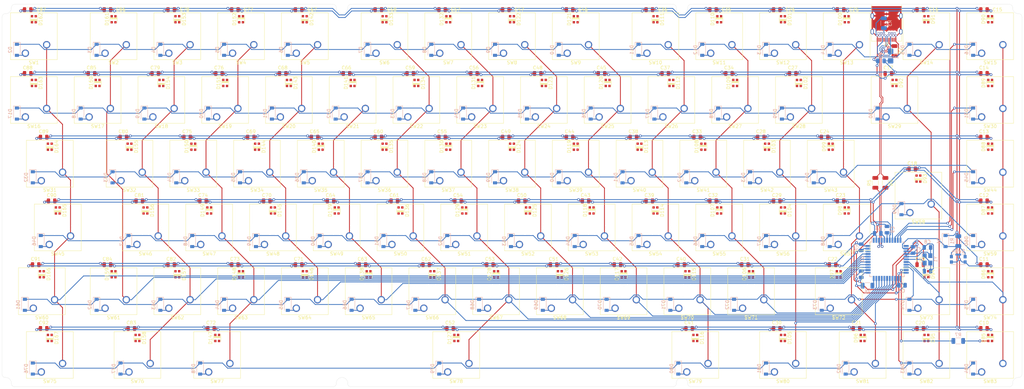
<source format=kicad_pcb>
(kicad_pcb (version 20171130) (host pcbnew 5.1.10)

  (general
    (thickness 1.6)
    (drawings 48)
    (tracks 1732)
    (zones 0)
    (modules 362)
    (nets 216)
  )

  (page A3)
  (layers
    (0 F.Cu signal)
    (31 B.Cu signal)
    (32 B.Adhes user)
    (33 F.Adhes user)
    (34 B.Paste user)
    (35 F.Paste user)
    (36 B.SilkS user)
    (37 F.SilkS user)
    (38 B.Mask user)
    (39 F.Mask user)
    (40 Dwgs.User user hide)
    (41 Cmts.User user)
    (42 Eco1.User user)
    (43 Eco2.User user)
    (44 Edge.Cuts user)
    (45 Margin user)
    (46 B.CrtYd user)
    (47 F.CrtYd user)
    (48 B.Fab user hide)
    (49 F.Fab user hide)
  )

  (setup
    (last_trace_width 0.25)
    (trace_clearance 0.2)
    (zone_clearance 0.508)
    (zone_45_only no)
    (trace_min 0.2)
    (via_size 0.8)
    (via_drill 0.4)
    (via_min_size 0.6)
    (via_min_drill 0.3)
    (uvia_size 0.3)
    (uvia_drill 0.1)
    (uvias_allowed no)
    (uvia_min_size 0.2)
    (uvia_min_drill 0.1)
    (edge_width 0.05)
    (segment_width 0.2)
    (pcb_text_width 0.3)
    (pcb_text_size 1.5 1.5)
    (mod_edge_width 0.12)
    (mod_text_size 1 1)
    (mod_text_width 0.15)
    (pad_size 1.7 0.55)
    (pad_drill 0)
    (pad_to_mask_clearance 0.051)
    (solder_mask_min_width 0.25)
    (aux_axis_origin 0 0)
    (visible_elements FFFFFF7F)
    (pcbplotparams
      (layerselection 0x010fc_ffffffff)
      (usegerberextensions false)
      (usegerberattributes false)
      (usegerberadvancedattributes false)
      (creategerberjobfile false)
      (excludeedgelayer true)
      (linewidth 0.100000)
      (plotframeref false)
      (viasonmask false)
      (mode 1)
      (useauxorigin false)
      (hpglpennumber 1)
      (hpglpenspeed 20)
      (hpglpendiameter 15.000000)
      (psnegative false)
      (psa4output false)
      (plotreference true)
      (plotvalue true)
      (plotinvisibletext false)
      (padsonsilk false)
      (subtractmaskfromsilk false)
      (outputformat 1)
      (mirror false)
      (drillshape 1)
      (scaleselection 1)
      (outputdirectory ""))
  )

  (net 0 "")
  (net 1 GND)
  (net 2 +5V)
  (net 3 "Net-(C7-Pad1)")
  (net 4 "Net-(C8-Pad2)")
  (net 5 "Net-(C9-Pad1)")
  (net 6 RST)
  (net 7 ROW0)
  (net 8 "Net-(D2-Pad2)")
  (net 9 "Net-(D3-Pad2)")
  (net 10 "Net-(D4-Pad2)")
  (net 11 "Net-(D5-Pad2)")
  (net 12 "Net-(D6-Pad2)")
  (net 13 "Net-(D7-Pad2)")
  (net 14 "Net-(D8-Pad2)")
  (net 15 "Net-(D9-Pad2)")
  (net 16 "Net-(D10-Pad2)")
  (net 17 "Net-(D11-Pad2)")
  (net 18 "Net-(D12-Pad2)")
  (net 19 "Net-(D13-Pad2)")
  (net 20 "Net-(D14-Pad2)")
  (net 21 "Net-(D15-Pad2)")
  (net 22 "Net-(D16-Pad2)")
  (net 23 ROW1)
  (net 24 "Net-(D17-Pad2)")
  (net 25 "Net-(D18-Pad2)")
  (net 26 "Net-(D19-Pad2)")
  (net 27 "Net-(D20-Pad2)")
  (net 28 "Net-(D21-Pad2)")
  (net 29 "Net-(D22-Pad2)")
  (net 30 "Net-(D23-Pad2)")
  (net 31 "Net-(D24-Pad2)")
  (net 32 "Net-(D25-Pad2)")
  (net 33 "Net-(D26-Pad2)")
  (net 34 "Net-(D27-Pad2)")
  (net 35 "Net-(D28-Pad2)")
  (net 36 "Net-(D29-Pad2)")
  (net 37 "Net-(D30-Pad2)")
  (net 38 "Net-(D31-Pad2)")
  (net 39 "Net-(D32-Pad2)")
  (net 40 ROW2)
  (net 41 "Net-(D33-Pad2)")
  (net 42 "Net-(D34-Pad2)")
  (net 43 "Net-(D35-Pad2)")
  (net 44 "Net-(D36-Pad2)")
  (net 45 "Net-(D37-Pad2)")
  (net 46 "Net-(D38-Pad2)")
  (net 47 "Net-(D39-Pad2)")
  (net 48 "Net-(D40-Pad2)")
  (net 49 "Net-(D41-Pad2)")
  (net 50 "Net-(D42-Pad2)")
  (net 51 "Net-(D43-Pad2)")
  (net 52 "Net-(D44-Pad2)")
  (net 53 "Net-(D45-Pad2)")
  (net 54 "Net-(D46-Pad2)")
  (net 55 ROW3)
  (net 56 "Net-(D47-Pad2)")
  (net 57 "Net-(D48-Pad2)")
  (net 58 "Net-(D49-Pad2)")
  (net 59 "Net-(D50-Pad2)")
  (net 60 "Net-(D51-Pad2)")
  (net 61 "Net-(D52-Pad2)")
  (net 62 "Net-(D53-Pad2)")
  (net 63 "Net-(D54-Pad2)")
  (net 64 "Net-(D55-Pad2)")
  (net 65 "Net-(D56-Pad2)")
  (net 66 "Net-(D57-Pad2)")
  (net 67 "Net-(D58-Pad2)")
  (net 68 "Net-(D59-Pad2)")
  (net 69 "Net-(D60-Pad2)")
  (net 70 ROW4)
  (net 71 "Net-(D61-Pad2)")
  (net 72 "Net-(D62-Pad2)")
  (net 73 "Net-(D63-Pad2)")
  (net 74 "Net-(D64-Pad2)")
  (net 75 "Net-(D65-Pad2)")
  (net 76 "Net-(D66-Pad2)")
  (net 77 "Net-(D67-Pad2)")
  (net 78 "Net-(D68-Pad2)")
  (net 79 "Net-(D69-Pad2)")
  (net 80 "Net-(D70-Pad2)")
  (net 81 "Net-(D71-Pad2)")
  (net 82 "Net-(D72-Pad2)")
  (net 83 "Net-(D73-Pad2)")
  (net 84 "Net-(D74-Pad2)")
  (net 85 "Net-(D75-Pad2)")
  (net 86 ROW5)
  (net 87 "Net-(D76-Pad2)")
  (net 88 "Net-(D77-Pad2)")
  (net 89 "Net-(D78-Pad2)")
  (net 90 "Net-(D79-Pad2)")
  (net 91 "Net-(D80-Pad2)")
  (net 92 "Net-(D81-Pad2)")
  (net 93 "Net-(D82-Pad2)")
  (net 94 "Net-(D83-Pad2)")
  (net 95 "Net-(D84-Pad2)")
  (net 96 "Net-(D85-Pad2)")
  (net 97 DIN)
  (net 98 "Net-(D86-Pad2)")
  (net 99 "Net-(D87-Pad2)")
  (net 100 "Net-(D88-Pad2)")
  (net 101 "Net-(D89-Pad2)")
  (net 102 "Net-(D90-Pad2)")
  (net 103 "Net-(D91-Pad2)")
  (net 104 "Net-(D92-Pad2)")
  (net 105 "Net-(D93-Pad2)")
  (net 106 "Net-(D94-Pad2)")
  (net 107 "Net-(D95-Pad2)")
  (net 108 "Net-(D96-Pad2)")
  (net 109 "Net-(D97-Pad2)")
  (net 110 "Net-(D98-Pad2)")
  (net 111 "Net-(D100-Pad4)")
  (net 112 "Net-(D100-Pad2)")
  (net 113 "Net-(D101-Pad2)")
  (net 114 "Net-(D102-Pad2)")
  (net 115 "Net-(D103-Pad2)")
  (net 116 "Net-(D104-Pad2)")
  (net 117 "Net-(D105-Pad2)")
  (net 118 "Net-(D106-Pad2)")
  (net 119 "Net-(D107-Pad2)")
  (net 120 "Net-(D108-Pad2)")
  (net 121 "Net-(D109-Pad2)")
  (net 122 "Net-(D110-Pad2)")
  (net 123 "Net-(D111-Pad2)")
  (net 124 "Net-(D112-Pad2)")
  (net 125 "Net-(D113-Pad2)")
  (net 126 "Net-(D114-Pad2)")
  (net 127 "Net-(D115-Pad2)")
  (net 128 "Net-(D116-Pad2)")
  (net 129 "Net-(D117-Pad2)")
  (net 130 "Net-(D118-Pad2)")
  (net 131 "Net-(D119-Pad2)")
  (net 132 "Net-(D120-Pad2)")
  (net 133 "Net-(D121-Pad2)")
  (net 134 "Net-(D122-Pad2)")
  (net 135 "Net-(D123-Pad2)")
  (net 136 "Net-(D124-Pad2)")
  (net 137 "Net-(D125-Pad2)")
  (net 138 "Net-(D126-Pad2)")
  (net 139 "Net-(D127-Pad2)")
  (net 140 "Net-(D128-Pad2)")
  (net 141 "Net-(D129-Pad2)")
  (net 142 "Net-(D130-Pad2)")
  (net 143 "Net-(D131-Pad2)")
  (net 144 "Net-(D132-Pad2)")
  (net 145 "Net-(D133-Pad2)")
  (net 146 "Net-(D134-Pad2)")
  (net 147 "Net-(D135-Pad2)")
  (net 148 "Net-(D136-Pad2)")
  (net 149 "Net-(D137-Pad2)")
  (net 150 "Net-(D138-Pad2)")
  (net 151 "Net-(D139-Pad2)")
  (net 152 "Net-(D140-Pad2)")
  (net 153 "Net-(D141-Pad2)")
  (net 154 "Net-(D142-Pad2)")
  (net 155 "Net-(D143-Pad2)")
  (net 156 "Net-(D144-Pad2)")
  (net 157 "Net-(D145-Pad2)")
  (net 158 "Net-(D146-Pad2)")
  (net 159 "Net-(D147-Pad2)")
  (net 160 "Net-(D148-Pad2)")
  (net 161 "Net-(D149-Pad2)")
  (net 162 "Net-(D150-Pad2)")
  (net 163 "Net-(D151-Pad2)")
  (net 164 "Net-(D152-Pad2)")
  (net 165 "Net-(D153-Pad2)")
  (net 166 "Net-(D154-Pad2)")
  (net 167 "Net-(D155-Pad2)")
  (net 168 "Net-(D156-Pad2)")
  (net 169 "Net-(D157-Pad2)")
  (net 170 "Net-(D158-Pad2)")
  (net 171 "Net-(D159-Pad2)")
  (net 172 "Net-(D160-Pad2)")
  (net 173 "Net-(D161-Pad2)")
  (net 174 "Net-(D162-Pad2)")
  (net 175 "Net-(D163-Pad2)")
  (net 176 "Net-(D164-Pad2)")
  (net 177 "Net-(D165-Pad2)")
  (net 178 "Net-(D166-Pad2)")
  (net 179 "Net-(D167-Pad2)")
  (net 180 "Net-(F1-Pad2)")
  (net 181 COL02)
  (net 182 COL00)
  (net 183 COL01)
  (net 184 D-)
  (net 185 D+)
  (net 186 "Net-(R6-Pad2)")
  (net 187 COL03)
  (net 188 COL04)
  (net 189 COL06)
  (net 190 COL07)
  (net 191 COL08)
  (net 192 COL09)
  (net 193 COL10)
  (net 194 COL11)
  (net 195 COL12)
  (net 196 COL13)
  (net 197 COL14)
  (net 198 COL15)
  (net 199 COL05)
  (net 200 "Net-(U1-Pad1)")
  (net 201 "Net-(U1-Pad42)")
  (net 202 "Net-(R7-Pad2)")
  (net 203 "Net-(J1-PadB11)")
  (net 204 "Net-(J1-PadB2)")
  (net 205 "Net-(J1-PadB5)")
  (net 206 "Net-(J1-PadB8)")
  (net 207 "Net-(J1-PadB3)")
  (net 208 "Net-(J1-PadB10)")
  (net 209 "Net-(J1-PadA2)")
  (net 210 "Net-(J1-PadA3)")
  (net 211 "Net-(J1-PadA5)")
  (net 212 "Net-(J1-PadA8)")
  (net 213 "Net-(J1-PadA10)")
  (net 214 "Net-(J1-PadA11)")
  (net 215 "Net-(U1-Pad12)")

  (net_class Default "Dies ist die voreingestellte Netzklasse."
    (clearance 0.2)
    (trace_width 0.25)
    (via_dia 0.8)
    (via_drill 0.4)
    (uvia_dia 0.3)
    (uvia_drill 0.1)
    (add_net +5V)
    (add_net COL00)
    (add_net COL01)
    (add_net COL02)
    (add_net COL03)
    (add_net COL04)
    (add_net COL05)
    (add_net COL06)
    (add_net COL07)
    (add_net COL08)
    (add_net COL09)
    (add_net COL10)
    (add_net COL11)
    (add_net COL12)
    (add_net COL13)
    (add_net COL14)
    (add_net COL15)
    (add_net D+)
    (add_net D-)
    (add_net DIN)
    (add_net GND)
    (add_net "Net-(C7-Pad1)")
    (add_net "Net-(C8-Pad2)")
    (add_net "Net-(C9-Pad1)")
    (add_net "Net-(D10-Pad2)")
    (add_net "Net-(D100-Pad2)")
    (add_net "Net-(D100-Pad4)")
    (add_net "Net-(D101-Pad2)")
    (add_net "Net-(D102-Pad2)")
    (add_net "Net-(D103-Pad2)")
    (add_net "Net-(D104-Pad2)")
    (add_net "Net-(D105-Pad2)")
    (add_net "Net-(D106-Pad2)")
    (add_net "Net-(D107-Pad2)")
    (add_net "Net-(D108-Pad2)")
    (add_net "Net-(D109-Pad2)")
    (add_net "Net-(D11-Pad2)")
    (add_net "Net-(D110-Pad2)")
    (add_net "Net-(D111-Pad2)")
    (add_net "Net-(D112-Pad2)")
    (add_net "Net-(D113-Pad2)")
    (add_net "Net-(D114-Pad2)")
    (add_net "Net-(D115-Pad2)")
    (add_net "Net-(D116-Pad2)")
    (add_net "Net-(D117-Pad2)")
    (add_net "Net-(D118-Pad2)")
    (add_net "Net-(D119-Pad2)")
    (add_net "Net-(D12-Pad2)")
    (add_net "Net-(D120-Pad2)")
    (add_net "Net-(D121-Pad2)")
    (add_net "Net-(D122-Pad2)")
    (add_net "Net-(D123-Pad2)")
    (add_net "Net-(D124-Pad2)")
    (add_net "Net-(D125-Pad2)")
    (add_net "Net-(D126-Pad2)")
    (add_net "Net-(D127-Pad2)")
    (add_net "Net-(D128-Pad2)")
    (add_net "Net-(D129-Pad2)")
    (add_net "Net-(D13-Pad2)")
    (add_net "Net-(D130-Pad2)")
    (add_net "Net-(D131-Pad2)")
    (add_net "Net-(D132-Pad2)")
    (add_net "Net-(D133-Pad2)")
    (add_net "Net-(D134-Pad2)")
    (add_net "Net-(D135-Pad2)")
    (add_net "Net-(D136-Pad2)")
    (add_net "Net-(D137-Pad2)")
    (add_net "Net-(D138-Pad2)")
    (add_net "Net-(D139-Pad2)")
    (add_net "Net-(D14-Pad2)")
    (add_net "Net-(D140-Pad2)")
    (add_net "Net-(D141-Pad2)")
    (add_net "Net-(D142-Pad2)")
    (add_net "Net-(D143-Pad2)")
    (add_net "Net-(D144-Pad2)")
    (add_net "Net-(D145-Pad2)")
    (add_net "Net-(D146-Pad2)")
    (add_net "Net-(D147-Pad2)")
    (add_net "Net-(D148-Pad2)")
    (add_net "Net-(D149-Pad2)")
    (add_net "Net-(D15-Pad2)")
    (add_net "Net-(D150-Pad2)")
    (add_net "Net-(D151-Pad2)")
    (add_net "Net-(D152-Pad2)")
    (add_net "Net-(D153-Pad2)")
    (add_net "Net-(D154-Pad2)")
    (add_net "Net-(D155-Pad2)")
    (add_net "Net-(D156-Pad2)")
    (add_net "Net-(D157-Pad2)")
    (add_net "Net-(D158-Pad2)")
    (add_net "Net-(D159-Pad2)")
    (add_net "Net-(D16-Pad2)")
    (add_net "Net-(D160-Pad2)")
    (add_net "Net-(D161-Pad2)")
    (add_net "Net-(D162-Pad2)")
    (add_net "Net-(D163-Pad2)")
    (add_net "Net-(D164-Pad2)")
    (add_net "Net-(D165-Pad2)")
    (add_net "Net-(D166-Pad2)")
    (add_net "Net-(D167-Pad2)")
    (add_net "Net-(D17-Pad2)")
    (add_net "Net-(D18-Pad2)")
    (add_net "Net-(D19-Pad2)")
    (add_net "Net-(D2-Pad2)")
    (add_net "Net-(D20-Pad2)")
    (add_net "Net-(D21-Pad2)")
    (add_net "Net-(D22-Pad2)")
    (add_net "Net-(D23-Pad2)")
    (add_net "Net-(D24-Pad2)")
    (add_net "Net-(D25-Pad2)")
    (add_net "Net-(D26-Pad2)")
    (add_net "Net-(D27-Pad2)")
    (add_net "Net-(D28-Pad2)")
    (add_net "Net-(D29-Pad2)")
    (add_net "Net-(D3-Pad2)")
    (add_net "Net-(D30-Pad2)")
    (add_net "Net-(D31-Pad2)")
    (add_net "Net-(D32-Pad2)")
    (add_net "Net-(D33-Pad2)")
    (add_net "Net-(D34-Pad2)")
    (add_net "Net-(D35-Pad2)")
    (add_net "Net-(D36-Pad2)")
    (add_net "Net-(D37-Pad2)")
    (add_net "Net-(D38-Pad2)")
    (add_net "Net-(D39-Pad2)")
    (add_net "Net-(D4-Pad2)")
    (add_net "Net-(D40-Pad2)")
    (add_net "Net-(D41-Pad2)")
    (add_net "Net-(D42-Pad2)")
    (add_net "Net-(D43-Pad2)")
    (add_net "Net-(D44-Pad2)")
    (add_net "Net-(D45-Pad2)")
    (add_net "Net-(D46-Pad2)")
    (add_net "Net-(D47-Pad2)")
    (add_net "Net-(D48-Pad2)")
    (add_net "Net-(D49-Pad2)")
    (add_net "Net-(D5-Pad2)")
    (add_net "Net-(D50-Pad2)")
    (add_net "Net-(D51-Pad2)")
    (add_net "Net-(D52-Pad2)")
    (add_net "Net-(D53-Pad2)")
    (add_net "Net-(D54-Pad2)")
    (add_net "Net-(D55-Pad2)")
    (add_net "Net-(D56-Pad2)")
    (add_net "Net-(D57-Pad2)")
    (add_net "Net-(D58-Pad2)")
    (add_net "Net-(D59-Pad2)")
    (add_net "Net-(D6-Pad2)")
    (add_net "Net-(D60-Pad2)")
    (add_net "Net-(D61-Pad2)")
    (add_net "Net-(D62-Pad2)")
    (add_net "Net-(D63-Pad2)")
    (add_net "Net-(D64-Pad2)")
    (add_net "Net-(D65-Pad2)")
    (add_net "Net-(D66-Pad2)")
    (add_net "Net-(D67-Pad2)")
    (add_net "Net-(D68-Pad2)")
    (add_net "Net-(D69-Pad2)")
    (add_net "Net-(D7-Pad2)")
    (add_net "Net-(D70-Pad2)")
    (add_net "Net-(D71-Pad2)")
    (add_net "Net-(D72-Pad2)")
    (add_net "Net-(D73-Pad2)")
    (add_net "Net-(D74-Pad2)")
    (add_net "Net-(D75-Pad2)")
    (add_net "Net-(D76-Pad2)")
    (add_net "Net-(D77-Pad2)")
    (add_net "Net-(D78-Pad2)")
    (add_net "Net-(D79-Pad2)")
    (add_net "Net-(D8-Pad2)")
    (add_net "Net-(D80-Pad2)")
    (add_net "Net-(D81-Pad2)")
    (add_net "Net-(D82-Pad2)")
    (add_net "Net-(D83-Pad2)")
    (add_net "Net-(D84-Pad2)")
    (add_net "Net-(D85-Pad2)")
    (add_net "Net-(D86-Pad2)")
    (add_net "Net-(D87-Pad2)")
    (add_net "Net-(D88-Pad2)")
    (add_net "Net-(D89-Pad2)")
    (add_net "Net-(D9-Pad2)")
    (add_net "Net-(D90-Pad2)")
    (add_net "Net-(D91-Pad2)")
    (add_net "Net-(D92-Pad2)")
    (add_net "Net-(D93-Pad2)")
    (add_net "Net-(D94-Pad2)")
    (add_net "Net-(D95-Pad2)")
    (add_net "Net-(D96-Pad2)")
    (add_net "Net-(D97-Pad2)")
    (add_net "Net-(D98-Pad2)")
    (add_net "Net-(F1-Pad2)")
    (add_net "Net-(J1-PadA10)")
    (add_net "Net-(J1-PadA11)")
    (add_net "Net-(J1-PadA2)")
    (add_net "Net-(J1-PadA3)")
    (add_net "Net-(J1-PadA5)")
    (add_net "Net-(J1-PadA8)")
    (add_net "Net-(J1-PadB10)")
    (add_net "Net-(J1-PadB11)")
    (add_net "Net-(J1-PadB2)")
    (add_net "Net-(J1-PadB3)")
    (add_net "Net-(J1-PadB5)")
    (add_net "Net-(J1-PadB8)")
    (add_net "Net-(R6-Pad2)")
    (add_net "Net-(R7-Pad2)")
    (add_net "Net-(U1-Pad1)")
    (add_net "Net-(U1-Pad12)")
    (add_net "Net-(U1-Pad42)")
    (add_net ROW0)
    (add_net ROW1)
    (add_net ROW2)
    (add_net ROW3)
    (add_net ROW4)
    (add_net ROW5)
    (add_net RST)
  )

  (module Button_Switch_Keyboard:SW_Cherry_MX_ISOEnter_PCB (layer F.Cu) (tedit 60E88C41) (tstamp 5F160517)
    (at 309.40375 100.33 180)
    (descr "Cherry MX keyswitch, ISO Enter, PCB mount, http://cherryamericas.com/wp-content/uploads/2014/12/mx_cat.pdf")
    (tags "Cherry MX keyswitch ISO enter PCB")
    (path /5F51BE8C/5F51CE2C)
    (fp_text reference SW58 (at -2.54 -2.794 180) (layer F.SilkS)
      (effects (font (size 1 1) (thickness 0.15)))
    )
    (fp_text value MX1A-G1NA (at -2.286 13.208 180) (layer F.Fab)
      (effects (font (size 1 1) (thickness 0.15)))
    )
    (fp_line (start -9.525 12.065) (end -9.525 -1.905) (layer F.SilkS) (width 0.12))
    (fp_line (start 4.445 12.065) (end -9.525 12.065) (layer F.SilkS) (width 0.12))
    (fp_line (start 4.445 -1.905) (end 4.445 12.065) (layer F.SilkS) (width 0.12))
    (fp_line (start -9.525 -1.905) (end 4.445 -1.905) (layer F.SilkS) (width 0.12))
    (fp_line (start 9.36625 5.08) (end 14.12875 5.08) (layer Dwgs.User) (width 0.15))
    (fp_line (start 14.12875 5.08) (end 14.12875 24.13) (layer Dwgs.User) (width 0.15))
    (fp_line (start -14.44625 -13.97) (end 9.36625 -13.97) (layer Dwgs.User) (width 0.15))
    (fp_line (start -14.44625 24.13) (end -14.44625 -13.97) (layer Dwgs.User) (width 0.15))
    (fp_line (start 14.12875 24.13) (end -14.44625 24.13) (layer Dwgs.User) (width 0.15))
    (fp_line (start 9.36625 -13.97) (end 9.36625 5.08) (layer Dwgs.User) (width 0.15))
    (fp_line (start -9.14 -1.52) (end 4.06 -1.52) (layer F.CrtYd) (width 0.05))
    (fp_line (start 4.06 -1.52) (end 4.06 11.68) (layer F.CrtYd) (width 0.05))
    (fp_line (start 4.06 11.68) (end -9.14 11.68) (layer F.CrtYd) (width 0.05))
    (fp_line (start -9.14 11.68) (end -9.14 -1.52) (layer F.CrtYd) (width 0.05))
    (fp_line (start -8.89 11.43) (end -8.89 -1.27) (layer F.Fab) (width 0.1))
    (fp_line (start 3.81 11.43) (end -8.89 11.43) (layer F.Fab) (width 0.1))
    (fp_line (start 3.81 -1.27) (end 3.81 11.43) (layer F.Fab) (width 0.1))
    (fp_line (start -8.89 -1.27) (end 3.81 -1.27) (layer F.Fab) (width 0.1))
    (fp_text user %R (at -2.54 -2.794 180) (layer F.Fab)
      (effects (font (size 1 1) (thickness 0.15)))
    )
    (pad 1 thru_hole circle (at 0 0 180) (size 2.2 2.2) (drill 1.5) (layers *.Cu *.Mask)
      (net 68 "Net-(D59-Pad2)"))
    (pad 2 thru_hole circle (at -6.35 2.54 180) (size 2.2 2.2) (drill 1.5) (layers *.Cu *.Mask)
      (net 197 COL14))
    (pad "" np_thru_hole circle (at -2.54 5.08 180) (size 4 4) (drill 4) (layers *.Cu *.Mask))
    (pad "" np_thru_hole circle (at -7.62 5.08 180) (size 1.7 1.7) (drill 1.7) (layers *.Cu *.Mask))
    (pad "" np_thru_hole circle (at 2.54 5.08 180) (size 1.7 1.7) (drill 1.7) (layers *.Cu *.Mask))
    (model ${KISYS3DMOD}/Button_Switch_Keyboard.3dshapes/SW_Cherry_MX_ISOEnter_PCB.wrl
      (at (xyz 0 0 0))
      (scale (xyz 1 1 1))
      (rotate (xyz 0 0 0))
    )
  )

  (module Button_Switch_Keyboard:SW_Cherry_MX_2.00u_PCB (layer F.Cu) (tedit 60E88B61) (tstamp 5F16021F)
    (at 302.26 71.755 180)
    (descr "Cherry MX keyswitch, 2.00u, PCB mount, http://cherryamericas.com/wp-content/uploads/2014/12/mx_cat.pdf")
    (tags "Cherry MX keyswitch 2.00u PCB")
    (path /5F51BE8C/5F51CE0E)
    (fp_text reference SW29 (at -2.54 -2.794 180) (layer F.SilkS)
      (effects (font (size 1 1) (thickness 0.15)))
    )
    (fp_text value MX1A-G1NA (at -2.54 12.954 180) (layer F.Fab)
      (effects (font (size 1 1) (thickness 0.15)))
    )
    (fp_line (start -9.525 12.065) (end -9.525 -1.905) (layer F.SilkS) (width 0.12))
    (fp_line (start 4.445 12.065) (end -9.525 12.065) (layer F.SilkS) (width 0.12))
    (fp_line (start 4.445 -1.905) (end 4.445 12.065) (layer F.SilkS) (width 0.12))
    (fp_line (start -9.525 -1.905) (end 4.445 -1.905) (layer F.SilkS) (width 0.12))
    (fp_line (start -21.59 14.605) (end -21.59 -4.445) (layer Dwgs.User) (width 0.15))
    (fp_line (start 16.51 14.605) (end -21.59 14.605) (layer Dwgs.User) (width 0.15))
    (fp_line (start 16.51 -4.445) (end 16.51 14.605) (layer Dwgs.User) (width 0.15))
    (fp_line (start -21.59 -4.445) (end 16.51 -4.445) (layer Dwgs.User) (width 0.15))
    (fp_line (start -9.14 -1.52) (end 4.06 -1.52) (layer F.CrtYd) (width 0.05))
    (fp_line (start 4.06 -1.52) (end 4.06 11.68) (layer F.CrtYd) (width 0.05))
    (fp_line (start 4.06 11.68) (end -9.14 11.68) (layer F.CrtYd) (width 0.05))
    (fp_line (start -9.14 11.68) (end -9.14 -1.52) (layer F.CrtYd) (width 0.05))
    (fp_line (start -8.89 11.43) (end -8.89 -1.27) (layer F.Fab) (width 0.1))
    (fp_line (start 3.81 11.43) (end -8.89 11.43) (layer F.Fab) (width 0.1))
    (fp_line (start 3.81 -1.27) (end 3.81 11.43) (layer F.Fab) (width 0.1))
    (fp_line (start -8.89 -1.27) (end 3.81 -1.27) (layer F.Fab) (width 0.1))
    (fp_text user %R (at -2.54 -2.794 180) (layer F.Fab)
      (effects (font (size 1 1) (thickness 0.15)))
    )
    (pad 1 thru_hole circle (at 0 0 180) (size 2.2 2.2) (drill 1.5) (layers *.Cu *.Mask)
      (net 37 "Net-(D30-Pad2)"))
    (pad 2 thru_hole circle (at -6.35 2.54 180) (size 2.2 2.2) (drill 1.5) (layers *.Cu *.Mask)
      (net 197 COL14))
    (pad "" np_thru_hole circle (at -2.54 5.08 180) (size 4 4) (drill 4) (layers *.Cu *.Mask))
    (pad "" np_thru_hole circle (at -7.62 5.08 180) (size 1.7 1.7) (drill 1.7) (layers *.Cu *.Mask))
    (pad "" np_thru_hole circle (at 2.54 5.08 180) (size 1.7 1.7) (drill 1.7) (layers *.Cu *.Mask))
    (model ${KISYS3DMOD}/Button_Switch_Keyboard.3dshapes/SW_Cherry_MX_2.00u_PCB.wrl
      (at (xyz 0 0 0))
      (scale (xyz 1 1 1))
      (rotate (xyz 0 0 0))
    )
  )

  (module Button_Switch_Keyboard:SW_Cherry_MX_6.25u_PCB (layer F.Cu) (tedit 60E88B4A) (tstamp 5F160723)
    (at 171.29125 147.955 180)
    (descr "Cherry MX keyswitch, 6.25u, PCB mount, http://cherryamericas.com/wp-content/uploads/2014/12/mx_cat.pdf")
    (tags "Cherry MX keyswitch 6.25u PCB")
    (path /5F51BE8C/5F84AEA9)
    (fp_text reference SW78 (at -2.54 -2.794 180) (layer F.SilkS)
      (effects (font (size 1 1) (thickness 0.15)))
    )
    (fp_text value MX1A-G1NA (at -2.54 12.954 180) (layer F.Fab)
      (effects (font (size 1 1) (thickness 0.15)))
    )
    (fp_line (start -9.525 12.065) (end -9.525 -1.905) (layer F.SilkS) (width 0.12))
    (fp_line (start 4.445 12.065) (end -9.525 12.065) (layer F.SilkS) (width 0.12))
    (fp_line (start 4.445 -1.905) (end 4.445 12.065) (layer F.SilkS) (width 0.12))
    (fp_line (start -9.525 -1.905) (end 4.445 -1.905) (layer F.SilkS) (width 0.12))
    (fp_line (start -62.07125 14.605) (end -62.07125 -4.445) (layer Dwgs.User) (width 0.15))
    (fp_line (start 56.99125 14.605) (end -62.07125 14.605) (layer Dwgs.User) (width 0.15))
    (fp_line (start 56.99125 -4.445) (end 56.99125 14.605) (layer Dwgs.User) (width 0.15))
    (fp_line (start -62.07125 -4.445) (end 56.99125 -4.445) (layer Dwgs.User) (width 0.15))
    (fp_line (start -9.14 -1.52) (end 4.06 -1.52) (layer F.CrtYd) (width 0.05))
    (fp_line (start 4.06 -1.52) (end 4.06 11.68) (layer F.CrtYd) (width 0.05))
    (fp_line (start 4.06 11.68) (end -9.14 11.68) (layer F.CrtYd) (width 0.05))
    (fp_line (start -9.14 11.68) (end -9.14 -1.52) (layer F.CrtYd) (width 0.05))
    (fp_line (start -8.89 11.43) (end -8.89 -1.27) (layer F.Fab) (width 0.1))
    (fp_line (start 3.81 11.43) (end -8.89 11.43) (layer F.Fab) (width 0.1))
    (fp_line (start 3.81 -1.27) (end 3.81 11.43) (layer F.Fab) (width 0.1))
    (fp_line (start -8.89 -1.27) (end 3.81 -1.27) (layer F.Fab) (width 0.1))
    (fp_text user %R (at -2.54 -2.794 180) (layer F.Fab)
      (effects (font (size 1 1) (thickness 0.15)))
    )
    (pad 1 thru_hole circle (at 0 0 180) (size 2.2 2.2) (drill 1.5) (layers *.Cu *.Mask)
      (net 90 "Net-(D79-Pad2)"))
    (pad 2 thru_hole circle (at -6.35 2.54 180) (size 2.2 2.2) (drill 1.5) (layers *.Cu *.Mask)
      (net 190 COL07))
    (pad "" np_thru_hole circle (at -2.54 5.08 180) (size 4 4) (drill 4) (layers *.Cu *.Mask))
    (pad "" np_thru_hole circle (at -7.62 5.08 180) (size 1.7 1.7) (drill 1.7) (layers *.Cu *.Mask))
    (pad "" np_thru_hole circle (at 2.54 5.08 180) (size 1.7 1.7) (drill 1.7) (layers *.Cu *.Mask))
    (model ${KISYS3DMOD}/Button_Switch_Keyboard.3dshapes/SW_Cherry_MX_6.25u_PCB.wrl
      (at (xyz 0 0 0))
      (scale (xyz 1 1 1))
      (rotate (xyz 0 0 0))
    )
  )

  (module MountingHole:MountingHole_3.2mm_M3 (layer F.Cu) (tedit 60E8488E) (tstamp 60E8A97D)
    (at 341.8 151.3)
    (descr "Mounting Hole 3.4mm, no annular, M3")
    (tags "mounting hole 3.4mm no annular m3")
    (attr virtual)
    (fp_text reference REF** (at 0 -4.2) (layer F.SilkS) hide
      (effects (font (size 1 1) (thickness 0.15)))
    )
    (fp_text value MountingHole_3.4mm_M3 (at 0 4.2) (layer F.Fab) hide
      (effects (font (size 1 1) (thickness 0.15)))
    )
    (pad "" smd circle (at 0 0) (size 3.4 3.4) (layers *.Paste))
  )

  (module MountingHole:MountingHole_3.2mm_M3 (layer F.Cu) (tedit 60E8488E) (tstamp 60E8A94A)
    (at 341.8 39.2)
    (descr "Mounting Hole 3.4mm, no annular, M3")
    (tags "mounting hole 3.4mm no annular m3")
    (attr virtual)
    (fp_text reference REF** (at 0 -4.2) (layer F.SilkS) hide
      (effects (font (size 1 1) (thickness 0.15)))
    )
    (fp_text value MountingHole_3.4mm_M3 (at 0 4.2) (layer F.Fab) hide
      (effects (font (size 1 1) (thickness 0.15)))
    )
    (pad "" smd circle (at 0 0) (size 3.4 3.4) (layers *.Paste))
  )

  (module MountingHole:MountingHole_3.2mm_M3 (layer F.Cu) (tedit 60E8488E) (tstamp 60E8A92F)
    (at 39.2 151.3)
    (descr "Mounting Hole 3.4mm, no annular, M3")
    (tags "mounting hole 3.4mm no annular m3")
    (attr virtual)
    (fp_text reference REF** (at 0 -4.2) (layer F.SilkS) hide
      (effects (font (size 1 1) (thickness 0.15)))
    )
    (fp_text value MountingHole_3.4mm_M3 (at 0 4.2) (layer F.Fab) hide
      (effects (font (size 1 1) (thickness 0.15)))
    )
    (pad "" smd circle (at 0 0) (size 3.4 3.4) (layers *.Paste))
  )

  (module MountingHole:MountingHole_3.2mm_M3 (layer F.Cu) (tedit 60E8488E) (tstamp 60E8A8F8)
    (at 39.2 39.2)
    (descr "Mounting Hole 3.4mm, no annular, M3")
    (tags "mounting hole 3.4mm no annular m3")
    (attr virtual)
    (fp_text reference REF** (at 0 -4.2) (layer F.SilkS) hide
      (effects (font (size 1 1) (thickness 0.15)))
    )
    (fp_text value MountingHole_3.4mm_M3 (at 0 4.2) (layer F.Fab) hide
      (effects (font (size 1 1) (thickness 0.15)))
    )
    (pad "" smd circle (at 0 0) (size 3.4 3.4) (layers *.Paste))
  )

  (module MountingHole:MountingHole_3.2mm_M3 (layer F.Cu) (tedit 60E8488E) (tstamp 60E8A1A1)
    (at 241.3 151.3)
    (descr "Mounting Hole 3.4mm, no annular, M3")
    (tags "mounting hole 3.4mm no annular m3")
    (attr virtual)
    (fp_text reference REF** (at 0 -4.2) (layer F.SilkS) hide
      (effects (font (size 1 1) (thickness 0.15)))
    )
    (fp_text value MountingHole_3.4mm_M3 (at 0 4.2) (layer F.Fab) hide
      (effects (font (size 1 1) (thickness 0.15)))
    )
    (pad "" smd circle (at 0 0) (size 3.4 3.4) (layers *.Paste))
  )

  (module MountingHole:MountingHole_3.2mm_M3 (layer F.Cu) (tedit 60E8488E) (tstamp 60E8A18C)
    (at 139.7 151.3)
    (descr "Mounting Hole 3.4mm, no annular, M3")
    (tags "mounting hole 3.4mm no annular m3")
    (attr virtual)
    (fp_text reference REF** (at 0 -4.2) (layer F.SilkS) hide
      (effects (font (size 1 1) (thickness 0.15)))
    )
    (fp_text value MountingHole_3.4mm_M3 (at 0 4.2) (layer F.Fab) hide
      (effects (font (size 1 1) (thickness 0.15)))
    )
    (pad "" smd circle (at 0 0) (size 3.4 3.4) (layers *.Paste))
  )

  (module MountingHole:MountingHole_3.2mm_M3 (layer F.Cu) (tedit 60E8488E) (tstamp 60E8A17F)
    (at 241.3 39.2)
    (descr "Mounting Hole 3.4mm, no annular, M3")
    (tags "mounting hole 3.4mm no annular m3")
    (attr virtual)
    (fp_text reference REF** (at 0 -4.2) (layer F.SilkS) hide
      (effects (font (size 1 1) (thickness 0.15)))
    )
    (fp_text value MountingHole_3.4mm_M3 (at 0 4.2) (layer F.Fab) hide
      (effects (font (size 1 1) (thickness 0.15)))
    )
    (pad "" smd circle (at 0 0) (size 3.4 3.4) (layers *.Paste))
  )

  (module MountingHole:MountingHole_3.2mm_M3 (layer F.Cu) (tedit 60E8488E) (tstamp 60E89FD7)
    (at 139.7 39.2)
    (descr "Mounting Hole 3.4mm, no annular, M3")
    (tags "mounting hole 3.4mm no annular m3")
    (attr virtual)
    (fp_text reference REF** (at 0 -4.2) (layer F.SilkS) hide
      (effects (font (size 1 1) (thickness 0.15)))
    )
    (fp_text value MountingHole_3.4mm_M3 (at 0 4.2) (layer F.Fab) hide
      (effects (font (size 1 1) (thickness 0.15)))
    )
    (pad "" smd circle (at 0 0) (size 3.4 3.4) (layers *.Paste))
  )

  (module Crystal:Crystal_SMD_3225-4Pin_3.2x2.5mm (layer B.Cu) (tedit 5A0FD1B2) (tstamp 60EED0B1)
    (at 314.6425 114.3 90)
    (descr "SMD Crystal SERIES SMD3225/4 http://www.txccrystal.com/images/pdf/7m-accuracy.pdf, 3.2x2.5mm^2 package")
    (tags "SMD SMT crystal")
    (path /5F294622)
    (attr smd)
    (fp_text reference Y1 (at 0 2.45 90) (layer B.SilkS)
      (effects (font (size 1 1) (thickness 0.15)) (justify mirror))
    )
    (fp_text value 16MHz (at 0 -2.45 90) (layer B.Fab)
      (effects (font (size 1 1) (thickness 0.15)) (justify mirror))
    )
    (fp_line (start -1.6 1.25) (end -1.6 -1.25) (layer B.Fab) (width 0.1))
    (fp_line (start -1.6 -1.25) (end 1.6 -1.25) (layer B.Fab) (width 0.1))
    (fp_line (start 1.6 -1.25) (end 1.6 1.25) (layer B.Fab) (width 0.1))
    (fp_line (start 1.6 1.25) (end -1.6 1.25) (layer B.Fab) (width 0.1))
    (fp_line (start -1.6 -0.25) (end -0.6 -1.25) (layer B.Fab) (width 0.1))
    (fp_line (start -2 1.65) (end -2 -1.65) (layer B.SilkS) (width 0.12))
    (fp_line (start -2 -1.65) (end 2 -1.65) (layer B.SilkS) (width 0.12))
    (fp_line (start -2.1 1.7) (end -2.1 -1.7) (layer B.CrtYd) (width 0.05))
    (fp_line (start -2.1 -1.7) (end 2.1 -1.7) (layer B.CrtYd) (width 0.05))
    (fp_line (start 2.1 -1.7) (end 2.1 1.7) (layer B.CrtYd) (width 0.05))
    (fp_line (start 2.1 1.7) (end -2.1 1.7) (layer B.CrtYd) (width 0.05))
    (fp_text user %R (at 0 0 90) (layer B.Fab)
      (effects (font (size 0.7 0.7) (thickness 0.105)) (justify mirror))
    )
    (pad 1 smd rect (at -1.1 -0.85 90) (size 1.4 1.2) (layers B.Cu B.Paste B.Mask)
      (net 3 "Net-(C7-Pad1)"))
    (pad 2 smd rect (at 1.1 -0.85 90) (size 1.4 1.2) (layers B.Cu B.Paste B.Mask)
      (net 1 GND))
    (pad 3 smd rect (at 1.1 0.85 90) (size 1.4 1.2) (layers B.Cu B.Paste B.Mask)
      (net 4 "Net-(C8-Pad2)"))
    (pad 4 smd rect (at -1.1 0.85 90) (size 1.4 1.2) (layers B.Cu B.Paste B.Mask)
      (net 1 GND))
    (model ${KISYS3DMOD}/Crystal.3dshapes/Crystal_SMD_3225-4Pin_3.2x2.5mm.wrl
      (at (xyz 0 0 0))
      (scale (xyz 1 1 1))
      (rotate (xyz 0 0 0))
    )
  )

  (module Button_Switch_SMD:SW_Push_1P1T-SH_NO_CK_KMR2xxG (layer B.Cu) (tedit 60F04E96) (tstamp 60EE10F7)
    (at 323.85 114.3 180)
    (descr "CK components KMR2 tactile switch with ground pin http://www.ckswitches.com/media/1479/kmr2.pdf")
    (tags "tactile switch kmr2")
    (path /60FEE33A)
    (attr smd)
    (fp_text reference SW84 (at 0 2.45) (layer B.SilkS)
      (effects (font (size 1 1) (thickness 0.15)) (justify mirror))
    )
    (fp_text value SW_Push (at 0 -2.55) (layer B.Fab)
      (effects (font (size 1 1) (thickness 0.15)) (justify mirror))
    )
    (fp_line (start -2.2 -0.05) (end -2.2 0.05) (layer B.SilkS) (width 0.12))
    (fp_line (start 2.2 1.55) (end 1.15 1.55) (layer B.SilkS) (width 0.12))
    (fp_line (start -2.2 -1.55) (end 2.2 -1.55) (layer B.SilkS) (width 0.12))
    (fp_circle (center 0 0) (end 0 -0.8) (layer B.Fab) (width 0.1))
    (fp_line (start -2.8 -1.8) (end -2.8 1.8) (layer B.CrtYd) (width 0.05))
    (fp_line (start 2.8 -1.8) (end -2.8 -1.8) (layer B.CrtYd) (width 0.05))
    (fp_line (start 2.8 1.8) (end 2.8 -1.8) (layer B.CrtYd) (width 0.05))
    (fp_line (start -2.8 1.8) (end 2.8 1.8) (layer B.CrtYd) (width 0.05))
    (fp_line (start 2.2 -0.05) (end 2.2 0.05) (layer B.SilkS) (width 0.12))
    (fp_line (start -2.1 -1.4) (end -2.1 1.4) (layer B.Fab) (width 0.1))
    (fp_line (start 2.1 -1.4) (end -2.1 -1.4) (layer B.Fab) (width 0.1))
    (fp_line (start 2.1 1.4) (end 2.1 -1.4) (layer B.Fab) (width 0.1))
    (fp_line (start -2.1 1.4) (end 2.1 1.4) (layer B.Fab) (width 0.1))
    (fp_line (start -1.15 1.55) (end -2.2 1.55) (layer B.SilkS) (width 0.12))
    (fp_text user %R (at 0 2.45) (layer B.Fab)
      (effects (font (size 1 1) (thickness 0.15)) (justify mirror))
    )
    (pad 2 smd rect (at 2.05 -0.8 180) (size 0.9 1) (layers B.Cu B.Paste B.Mask)
      (net 1 GND))
    (pad 1 smd rect (at 2.05 0.8 180) (size 0.9 1) (layers B.Cu B.Paste B.Mask)
      (net 6 RST))
    (pad 2 smd rect (at -2.05 -0.8 180) (size 0.9 1) (layers B.Cu B.Paste B.Mask)
      (net 1 GND))
    (pad 1 smd rect (at -2.05 0.8 180) (size 0.9 1) (layers B.Cu B.Paste B.Mask)
      (net 6 RST))
    (pad SH smd rect (at 0 1.425 180) (size 1.7 0.55) (layers B.Cu B.Paste B.Mask)
      (net 1 GND))
    (model ${KISYS3DMOD}/Button_Switch_SMD.3dshapes/SW_Push_1P1T-SH_NO_CK_KMR2xxG.wrl
      (at (xyz 0 0 0))
      (scale (xyz 1 1 1))
      (rotate (xyz 0 0 0))
    )
  )

  (module Resistor_SMD:R_1206_3216Metric (layer B.Cu) (tedit 5F68FEEE) (tstamp 5F26397F)
    (at 323.85 138.684 180)
    (descr "Resistor SMD 1206 (3216 Metric), square (rectangular) end terminal, IPC_7351 nominal, (Body size source: IPC-SM-782 page 72, https://www.pcb-3d.com/wordpress/wp-content/uploads/ipc-sm-782a_amendment_1_and_2.pdf), generated with kicad-footprint-generator")
    (tags resistor)
    (path /5F259898)
    (attr smd)
    (fp_text reference R7 (at 0 1.82) (layer B.SilkS)
      (effects (font (size 1 1) (thickness 0.15)) (justify mirror))
    )
    (fp_text value 470 (at 0 -1.82) (layer B.Fab)
      (effects (font (size 1 1) (thickness 0.15)) (justify mirror))
    )
    (fp_line (start 2.28 -1.12) (end -2.28 -1.12) (layer B.CrtYd) (width 0.05))
    (fp_line (start 2.28 1.12) (end 2.28 -1.12) (layer B.CrtYd) (width 0.05))
    (fp_line (start -2.28 1.12) (end 2.28 1.12) (layer B.CrtYd) (width 0.05))
    (fp_line (start -2.28 -1.12) (end -2.28 1.12) (layer B.CrtYd) (width 0.05))
    (fp_line (start -0.727064 -0.91) (end 0.727064 -0.91) (layer B.SilkS) (width 0.12))
    (fp_line (start -0.727064 0.91) (end 0.727064 0.91) (layer B.SilkS) (width 0.12))
    (fp_line (start 1.6 -0.8) (end -1.6 -0.8) (layer B.Fab) (width 0.1))
    (fp_line (start 1.6 0.8) (end 1.6 -0.8) (layer B.Fab) (width 0.1))
    (fp_line (start -1.6 0.8) (end 1.6 0.8) (layer B.Fab) (width 0.1))
    (fp_line (start -1.6 -0.8) (end -1.6 0.8) (layer B.Fab) (width 0.1))
    (fp_text user %R (at 0 0) (layer B.Fab)
      (effects (font (size 0.8 0.8) (thickness 0.12)) (justify mirror))
    )
    (pad 2 smd roundrect (at 1.4625 0 180) (size 1.125 1.75) (layers B.Cu B.Paste B.Mask) (roundrect_rratio 0.222222)
      (net 202 "Net-(R7-Pad2)"))
    (pad 1 smd roundrect (at -1.4625 0 180) (size 1.125 1.75) (layers B.Cu B.Paste B.Mask) (roundrect_rratio 0.222222)
      (net 97 DIN))
    (model ${KISYS3DMOD}/Resistor_SMD.3dshapes/R_1206_3216Metric.wrl
      (at (xyz 0 0 0))
      (scale (xyz 1 1 1))
      (rotate (xyz 0 0 0))
    )
  )

  (module Resistor_SMD:R_1206_3216Metric (layer B.Cu) (tedit 5F68FEEE) (tstamp 60EDADF2)
    (at 296.7355 122.174)
    (descr "Resistor SMD 1206 (3216 Metric), square (rectangular) end terminal, IPC_7351 nominal, (Body size source: IPC-SM-782 page 72, https://www.pcb-3d.com/wordpress/wp-content/uploads/ipc-sm-782a_amendment_1_and_2.pdf), generated with kicad-footprint-generator")
    (tags resistor)
    (path /5F0D539D)
    (attr smd)
    (fp_text reference R6 (at 0 1.82) (layer B.SilkS)
      (effects (font (size 1 1) (thickness 0.15)) (justify mirror))
    )
    (fp_text value 10k (at 0 -1.82) (layer B.Fab)
      (effects (font (size 1 1) (thickness 0.15)) (justify mirror))
    )
    (fp_line (start 2.28 -1.12) (end -2.28 -1.12) (layer B.CrtYd) (width 0.05))
    (fp_line (start 2.28 1.12) (end 2.28 -1.12) (layer B.CrtYd) (width 0.05))
    (fp_line (start -2.28 1.12) (end 2.28 1.12) (layer B.CrtYd) (width 0.05))
    (fp_line (start -2.28 -1.12) (end -2.28 1.12) (layer B.CrtYd) (width 0.05))
    (fp_line (start -0.727064 -0.91) (end 0.727064 -0.91) (layer B.SilkS) (width 0.12))
    (fp_line (start -0.727064 0.91) (end 0.727064 0.91) (layer B.SilkS) (width 0.12))
    (fp_line (start 1.6 -0.8) (end -1.6 -0.8) (layer B.Fab) (width 0.1))
    (fp_line (start 1.6 0.8) (end 1.6 -0.8) (layer B.Fab) (width 0.1))
    (fp_line (start -1.6 0.8) (end 1.6 0.8) (layer B.Fab) (width 0.1))
    (fp_line (start -1.6 -0.8) (end -1.6 0.8) (layer B.Fab) (width 0.1))
    (fp_text user %R (at 0 0) (layer B.Fab)
      (effects (font (size 0.8 0.8) (thickness 0.12)) (justify mirror))
    )
    (pad 2 smd roundrect (at 1.4625 0) (size 1.125 1.75) (layers B.Cu B.Paste B.Mask) (roundrect_rratio 0.222222)
      (net 186 "Net-(R6-Pad2)"))
    (pad 1 smd roundrect (at -1.4625 0) (size 1.125 1.75) (layers B.Cu B.Paste B.Mask) (roundrect_rratio 0.222222)
      (net 1 GND))
    (model ${KISYS3DMOD}/Resistor_SMD.3dshapes/R_1206_3216Metric.wrl
      (at (xyz 0 0 0))
      (scale (xyz 1 1 1))
      (rotate (xyz 0 0 0))
    )
  )

  (module Resistor_SMD:R_1206_3216Metric (layer F.Cu) (tedit 5F68FEEE) (tstamp 60F1EA6B)
    (at 299.0775 91.44 90)
    (descr "Resistor SMD 1206 (3216 Metric), square (rectangular) end terminal, IPC_7351 nominal, (Body size source: IPC-SM-782 page 72, https://www.pcb-3d.com/wordpress/wp-content/uploads/ipc-sm-782a_amendment_1_and_2.pdf), generated with kicad-footprint-generator")
    (tags resistor)
    (path /5F0B5901)
    (attr smd)
    (fp_text reference R5 (at 0 -1.82 90) (layer F.SilkS)
      (effects (font (size 1 1) (thickness 0.15)))
    )
    (fp_text value 22 (at 0 2 90) (layer F.Fab)
      (effects (font (size 1 1) (thickness 0.15)))
    )
    (fp_line (start 2.28 1.12) (end -2.28 1.12) (layer F.CrtYd) (width 0.05))
    (fp_line (start 2.28 -1.12) (end 2.28 1.12) (layer F.CrtYd) (width 0.05))
    (fp_line (start -2.28 -1.12) (end 2.28 -1.12) (layer F.CrtYd) (width 0.05))
    (fp_line (start -2.28 1.12) (end -2.28 -1.12) (layer F.CrtYd) (width 0.05))
    (fp_line (start -0.727064 0.91) (end 0.727064 0.91) (layer F.SilkS) (width 0.12))
    (fp_line (start -0.727064 -0.91) (end 0.727064 -0.91) (layer F.SilkS) (width 0.12))
    (fp_line (start 1.6 0.8) (end -1.6 0.8) (layer F.Fab) (width 0.1))
    (fp_line (start 1.6 -0.8) (end 1.6 0.8) (layer F.Fab) (width 0.1))
    (fp_line (start -1.6 -0.8) (end 1.6 -0.8) (layer F.Fab) (width 0.1))
    (fp_line (start -1.6 0.8) (end -1.6 -0.8) (layer F.Fab) (width 0.1))
    (fp_text user %R (at 0 0 90) (layer F.Fab)
      (effects (font (size 0.8 0.8) (thickness 0.12)))
    )
    (pad 2 smd roundrect (at 1.4625 0 90) (size 1.125 1.75) (layers F.Cu F.Paste F.Mask) (roundrect_rratio 0.222222)
      (net 184 D-))
    (pad 1 smd roundrect (at -1.4625 0 90) (size 1.125 1.75) (layers F.Cu F.Paste F.Mask) (roundrect_rratio 0.222222)
      (net 184 D-))
    (model ${KISYS3DMOD}/Resistor_SMD.3dshapes/R_1206_3216Metric.wrl
      (at (xyz 0 0 0))
      (scale (xyz 1 1 1))
      (rotate (xyz 0 0 0))
    )
  )

  (module Resistor_SMD:R_1206_3216Metric (layer F.Cu) (tedit 5F68FEEE) (tstamp 60F1EB93)
    (at 302.0775 91.44 270)
    (descr "Resistor SMD 1206 (3216 Metric), square (rectangular) end terminal, IPC_7351 nominal, (Body size source: IPC-SM-782 page 72, https://www.pcb-3d.com/wordpress/wp-content/uploads/ipc-sm-782a_amendment_1_and_2.pdf), generated with kicad-footprint-generator")
    (tags resistor)
    (path /5F0AD349)
    (attr smd)
    (fp_text reference R4 (at 0 -1.82 90) (layer F.SilkS)
      (effects (font (size 1 1) (thickness 0.15)))
    )
    (fp_text value 22 (at 0 1.82 90) (layer F.Fab)
      (effects (font (size 1 1) (thickness 0.15)))
    )
    (fp_line (start 2.28 1.12) (end -2.28 1.12) (layer F.CrtYd) (width 0.05))
    (fp_line (start 2.28 -1.12) (end 2.28 1.12) (layer F.CrtYd) (width 0.05))
    (fp_line (start -2.28 -1.12) (end 2.28 -1.12) (layer F.CrtYd) (width 0.05))
    (fp_line (start -2.28 1.12) (end -2.28 -1.12) (layer F.CrtYd) (width 0.05))
    (fp_line (start -0.727064 0.91) (end 0.727064 0.91) (layer F.SilkS) (width 0.12))
    (fp_line (start -0.727064 -0.91) (end 0.727064 -0.91) (layer F.SilkS) (width 0.12))
    (fp_line (start 1.6 0.8) (end -1.6 0.8) (layer F.Fab) (width 0.1))
    (fp_line (start 1.6 -0.8) (end 1.6 0.8) (layer F.Fab) (width 0.1))
    (fp_line (start -1.6 -0.8) (end 1.6 -0.8) (layer F.Fab) (width 0.1))
    (fp_line (start -1.6 0.8) (end -1.6 -0.8) (layer F.Fab) (width 0.1))
    (fp_text user %R (at 0 0 90) (layer F.Fab)
      (effects (font (size 0.8 0.8) (thickness 0.12)))
    )
    (pad 2 smd roundrect (at 1.4625 0 270) (size 1.125 1.75) (layers F.Cu F.Paste F.Mask) (roundrect_rratio 0.222222)
      (net 185 D+))
    (pad 1 smd roundrect (at -1.4625 0 270) (size 1.125 1.75) (layers F.Cu F.Paste F.Mask) (roundrect_rratio 0.222222)
      (net 185 D+))
    (model ${KISYS3DMOD}/Resistor_SMD.3dshapes/R_1206_3216Metric.wrl
      (at (xyz 0 0 0))
      (scale (xyz 1 1 1))
      (rotate (xyz 0 0 0))
    )
  )

  (module Resistor_SMD:R_1206_3216Metric (layer B.Cu) (tedit 5F68FEEE) (tstamp 5F164238)
    (at 301.625 43.7245 90)
    (descr "Resistor SMD 1206 (3216 Metric), square (rectangular) end terminal, IPC_7351 nominal, (Body size source: IPC-SM-782 page 72, https://www.pcb-3d.com/wordpress/wp-content/uploads/ipc-sm-782a_amendment_1_and_2.pdf), generated with kicad-footprint-generator")
    (tags resistor)
    (path /5F030D08)
    (attr smd)
    (fp_text reference R3 (at 0 1.82 90) (layer B.SilkS)
      (effects (font (size 1 1) (thickness 0.15)) (justify mirror))
    )
    (fp_text value 5.1k (at 0 -1.82 90) (layer B.Fab)
      (effects (font (size 1 1) (thickness 0.15)) (justify mirror))
    )
    (fp_line (start 2.28 -1.12) (end -2.28 -1.12) (layer B.CrtYd) (width 0.05))
    (fp_line (start 2.28 1.12) (end 2.28 -1.12) (layer B.CrtYd) (width 0.05))
    (fp_line (start -2.28 1.12) (end 2.28 1.12) (layer B.CrtYd) (width 0.05))
    (fp_line (start -2.28 -1.12) (end -2.28 1.12) (layer B.CrtYd) (width 0.05))
    (fp_line (start -0.727064 -0.91) (end 0.727064 -0.91) (layer B.SilkS) (width 0.12))
    (fp_line (start -0.727064 0.91) (end 0.727064 0.91) (layer B.SilkS) (width 0.12))
    (fp_line (start 1.6 -0.8) (end -1.6 -0.8) (layer B.Fab) (width 0.1))
    (fp_line (start 1.6 0.8) (end 1.6 -0.8) (layer B.Fab) (width 0.1))
    (fp_line (start -1.6 0.8) (end 1.6 0.8) (layer B.Fab) (width 0.1))
    (fp_line (start -1.6 -0.8) (end -1.6 0.8) (layer B.Fab) (width 0.1))
    (fp_text user %R (at 0 0 90) (layer B.Fab)
      (effects (font (size 0.8 0.8) (thickness 0.12)) (justify mirror))
    )
    (pad 2 smd roundrect (at 1.4625 0 90) (size 1.125 1.75) (layers B.Cu B.Paste B.Mask) (roundrect_rratio 0.222222)
      (net 1 GND))
    (pad 1 smd roundrect (at -1.4625 0 90) (size 1.125 1.75) (layers B.Cu B.Paste B.Mask) (roundrect_rratio 0.222222)
      (net 205 "Net-(J1-PadB5)"))
    (model ${KISYS3DMOD}/Resistor_SMD.3dshapes/R_1206_3216Metric.wrl
      (at (xyz 0 0 0))
      (scale (xyz 1 1 1))
      (rotate (xyz 0 0 0))
    )
  )

  (module Resistor_SMD:R_1206_3216Metric (layer F.Cu) (tedit 5F68FEEE) (tstamp 60EBA96A)
    (at 304.8 52.0335 270)
    (descr "Resistor SMD 1206 (3216 Metric), square (rectangular) end terminal, IPC_7351 nominal, (Body size source: IPC-SM-782 page 72, https://www.pcb-3d.com/wordpress/wp-content/uploads/ipc-sm-782a_amendment_1_and_2.pdf), generated with kicad-footprint-generator")
    (tags resistor)
    (path /5F02FDA7)
    (attr smd)
    (fp_text reference R2 (at 0 -1.82 90) (layer F.SilkS)
      (effects (font (size 1 1) (thickness 0.15)))
    )
    (fp_text value 5.1k (at 0 1.82 90) (layer F.Fab)
      (effects (font (size 1 1) (thickness 0.15)))
    )
    (fp_line (start 2.28 1.12) (end -2.28 1.12) (layer F.CrtYd) (width 0.05))
    (fp_line (start 2.28 -1.12) (end 2.28 1.12) (layer F.CrtYd) (width 0.05))
    (fp_line (start -2.28 -1.12) (end 2.28 -1.12) (layer F.CrtYd) (width 0.05))
    (fp_line (start -2.28 1.12) (end -2.28 -1.12) (layer F.CrtYd) (width 0.05))
    (fp_line (start -0.727064 0.91) (end 0.727064 0.91) (layer F.SilkS) (width 0.12))
    (fp_line (start -0.727064 -0.91) (end 0.727064 -0.91) (layer F.SilkS) (width 0.12))
    (fp_line (start 1.6 0.8) (end -1.6 0.8) (layer F.Fab) (width 0.1))
    (fp_line (start 1.6 -0.8) (end 1.6 0.8) (layer F.Fab) (width 0.1))
    (fp_line (start -1.6 -0.8) (end 1.6 -0.8) (layer F.Fab) (width 0.1))
    (fp_line (start -1.6 0.8) (end -1.6 -0.8) (layer F.Fab) (width 0.1))
    (fp_text user %R (at 0 0 90) (layer F.Fab)
      (effects (font (size 0.8 0.8) (thickness 0.12)))
    )
    (pad 2 smd roundrect (at 1.4625 0 270) (size 1.125 1.75) (layers F.Cu F.Paste F.Mask) (roundrect_rratio 0.222222)
      (net 1 GND))
    (pad 1 smd roundrect (at -1.4625 0 270) (size 1.125 1.75) (layers F.Cu F.Paste F.Mask) (roundrect_rratio 0.222222)
      (net 211 "Net-(J1-PadA5)"))
    (model ${KISYS3DMOD}/Resistor_SMD.3dshapes/R_1206_3216Metric.wrl
      (at (xyz 0 0 0))
      (scale (xyz 1 1 1))
      (rotate (xyz 0 0 0))
    )
  )

  (module Resistor_SMD:R_1206_3216Metric (layer B.Cu) (tedit 5F68FEEE) (tstamp 60F15FCE)
    (at 323.85 108.839 270)
    (descr "Resistor SMD 1206 (3216 Metric), square (rectangular) end terminal, IPC_7351 nominal, (Body size source: IPC-SM-782 page 72, https://www.pcb-3d.com/wordpress/wp-content/uploads/ipc-sm-782a_amendment_1_and_2.pdf), generated with kicad-footprint-generator")
    (tags resistor)
    (path /5F058934)
    (attr smd)
    (fp_text reference R1 (at 0 1.82 90) (layer B.SilkS)
      (effects (font (size 1 1) (thickness 0.15)) (justify mirror))
    )
    (fp_text value 10k (at 0 -1.82 90) (layer B.Fab)
      (effects (font (size 1 1) (thickness 0.15)) (justify mirror))
    )
    (fp_line (start -1.6 -0.8) (end -1.6 0.8) (layer B.Fab) (width 0.1))
    (fp_line (start -1.6 0.8) (end 1.6 0.8) (layer B.Fab) (width 0.1))
    (fp_line (start 1.6 0.8) (end 1.6 -0.8) (layer B.Fab) (width 0.1))
    (fp_line (start 1.6 -0.8) (end -1.6 -0.8) (layer B.Fab) (width 0.1))
    (fp_line (start -0.727064 0.91) (end 0.727064 0.91) (layer B.SilkS) (width 0.12))
    (fp_line (start -0.727064 -0.91) (end 0.727064 -0.91) (layer B.SilkS) (width 0.12))
    (fp_line (start -2.28 -1.12) (end -2.28 1.12) (layer B.CrtYd) (width 0.05))
    (fp_line (start -2.28 1.12) (end 2.28 1.12) (layer B.CrtYd) (width 0.05))
    (fp_line (start 2.28 1.12) (end 2.28 -1.12) (layer B.CrtYd) (width 0.05))
    (fp_line (start 2.28 -1.12) (end -2.28 -1.12) (layer B.CrtYd) (width 0.05))
    (fp_text user %R (at 0 0 90) (layer B.Fab)
      (effects (font (size 0.8 0.8) (thickness 0.12)) (justify mirror))
    )
    (pad 1 smd roundrect (at -1.4625 0 270) (size 1.125 1.75) (layers B.Cu B.Paste B.Mask) (roundrect_rratio 0.222222)
      (net 2 +5V))
    (pad 2 smd roundrect (at 1.4625 0 270) (size 1.125 1.75) (layers B.Cu B.Paste B.Mask) (roundrect_rratio 0.222222)
      (net 6 RST))
    (model ${KISYS3DMOD}/Resistor_SMD.3dshapes/R_1206_3216Metric.wrl
      (at (xyz 0 0 0))
      (scale (xyz 1 1 1))
      (rotate (xyz 0 0 0))
    )
  )

  (module kezboard-pcb:USB_C_Receptacle_Stewart_SS-52400-003 (layer F.Cu) (tedit 5F26DA6C) (tstamp 5F25978F)
    (at 302.41875 38.1 180)
    (descr https://belfuse.com/resources/drawings/stewartconnector/dr-stw-ss-52400-003.pdf)
    (path /5EFFEB48)
    (fp_text reference J1 (at 0 -11.9) (layer F.SilkS)
      (effects (font (size 1 1) (thickness 0.15)))
    )
    (fp_text value USB_C_Receptacle (at 0 2.54) (layer F.Fab)
      (effects (font (size 1 1) (thickness 0.15)))
    )
    (fp_line (start -4.49 -2.55) (end -4.49 -0.21) (layer F.SilkS) (width 0.12))
    (fp_line (start 4.49 -0.21) (end 4.49 -2.55) (layer F.SilkS) (width 0.12))
    (fp_line (start 4.49 -9) (end 4.49 -11) (layer F.SilkS) (width 0.12))
    (fp_line (start -5.08 -11.43) (end 5.08 -11.43) (layer F.CrtYd) (width 0.05))
    (fp_line (start -5.08 1.27) (end 5.08 1.27) (layer F.CrtYd) (width 0.05))
    (fp_line (start -2 0) (end 2 0) (layer Dwgs.User) (width 0.1))
    (fp_line (start 4.37 0.95) (end 4.37 -10.88) (layer F.Fab) (width 0.1))
    (fp_line (start 4.37 -10.88) (end -4.37 -10.88) (layer F.Fab) (width 0.1))
    (fp_line (start -4.37 -10.88) (end -4.37 0.95) (layer F.Fab) (width 0.1))
    (fp_line (start -4.37 0.95) (end 4.37 0.95) (layer F.Fab) (width 0.1))
    (fp_line (start 5.08 1.27) (end 5.08 -11.43) (layer F.CrtYd) (width 0.05))
    (fp_line (start -5.08 -11.43) (end -5.08 1.27) (layer F.CrtYd) (width 0.05))
    (fp_line (start -3 -11) (end -4.49 -11) (layer F.SilkS) (width 0.12))
    (fp_line (start -4.49 -11) (end -4.49 -9) (layer F.SilkS) (width 0.12))
    (fp_line (start 4.49 -11) (end 3 -11) (layer F.SilkS) (width 0.12))
    (fp_line (start -4.49 -7.35) (end -4.49 -4.35) (layer F.SilkS) (width 0.12))
    (fp_line (start 4.49 -4.35) (end 4.49 -7.35) (layer F.SilkS) (width 0.12))
    (fp_text user %R (at 0 -4.52) (layer F.Fab)
      (effects (font (size 1 1) (thickness 0.15)))
    )
    (fp_text user "PCB Edge" (at 0 -0.5) (layer Dwgs.User)
      (effects (font (size 0.5 0.5) (thickness 0.1)))
    )
    (pad B11 thru_hole circle (at -2.4 -8.62 180) (size 0.65 0.65) (drill 0.4) (layers *.Cu *.Mask)
      (net 203 "Net-(J1-PadB11)"))
    (pad B2 thru_hole circle (at 2.4 -8.62 180) (size 0.65 0.65) (drill 0.4) (layers *.Cu *.Mask)
      (net 204 "Net-(J1-PadB2)"))
    (pad B12 thru_hole circle (at -2.8 -9.33 180) (size 0.65 0.65) (drill 0.4) (layers *.Cu *.Mask)
      (net 1 GND))
    (pad B5 thru_hole circle (at 0.8 -8.62 180) (size 0.65 0.65) (drill 0.4) (layers *.Cu *.Mask)
      (net 205 "Net-(J1-PadB5)"))
    (pad B8 thru_hole circle (at -0.8 -8.62 180) (size 0.65 0.65) (drill 0.4) (layers *.Cu *.Mask)
      (net 206 "Net-(J1-PadB8)"))
    (pad B3 thru_hole circle (at 1.6 -8.62 180) (size 0.65 0.65) (drill 0.4) (layers *.Cu *.Mask)
      (net 207 "Net-(J1-PadB3)"))
    (pad B10 thru_hole circle (at -1.6 -8.62 180) (size 0.65 0.65) (drill 0.4) (layers *.Cu *.Mask)
      (net 208 "Net-(J1-PadB10)"))
    (pad B1 thru_hole circle (at 2.8 -9.33 180) (size 0.65 0.65) (drill 0.4) (layers *.Cu *.Mask)
      (net 1 GND))
    (pad S1 thru_hole circle (at -2 -9.33 180) (size 0.65 0.65) (drill 0.4) (layers *.Cu *.Mask)
      (net 1 GND))
    (pad S1 thru_hole circle (at 2 -9.33 180) (size 0.65 0.65) (drill 0.4) (layers *.Cu *.Mask)
      (net 1 GND))
    (pad B9 thru_hole circle (at -1.2 -9.33 180) (size 0.65 0.65) (drill 0.4) (layers *.Cu *.Mask)
      (net 180 "Net-(F1-Pad2)"))
    (pad B4 thru_hole circle (at 1.2 -9.33 180) (size 0.65 0.65) (drill 0.4) (layers *.Cu *.Mask)
      (net 180 "Net-(F1-Pad2)"))
    (pad B7 thru_hole circle (at -0.4 -9.33 180) (size 0.65 0.65) (drill 0.4) (layers *.Cu *.Mask)
      (net 184 D-))
    (pad B6 thru_hole circle (at 0.4 -9.33 180) (size 0.65 0.65) (drill 0.4) (layers *.Cu *.Mask)
      (net 185 D+))
    (pad S1 smd rect (at 0 -6 180) (size 0.2 1) (layers F.Cu F.Paste F.Mask)
      (net 1 GND))
    (pad S1 smd rect (at 0 -2.9 180) (size 0.2 1) (layers F.Cu F.Paste F.Mask)
      (net 1 GND))
    (pad S1 thru_hole oval (at 4.27 -8.18 180) (size 1 1.6) (drill oval 0.6 1.2) (layers *.Cu *.Mask)
      (net 1 GND))
    (pad S1 thru_hole oval (at -4.27 -8.18 180) (size 1 1.6) (drill oval 0.6 1.2) (layers *.Cu *.Mask)
      (net 1 GND))
    (pad S1 thru_hole oval (at -4.27 -3.45 180) (size 1 1.6) (drill oval 0.6 1.2) (layers *.Cu *.Mask)
      (net 1 GND))
    (pad S1 thru_hole oval (at 4.27 -3.45 180) (size 1 1.6) (drill oval 0.6 1.2) (layers *.Cu *.Mask)
      (net 1 GND))
    (pad A1 smd rect (at -2.75 -10.58 180) (size 0.3 1.2) (layers F.Cu F.Paste F.Mask)
      (net 1 GND))
    (pad A2 smd rect (at -2.25 -10.58 180) (size 0.3 1.2) (layers F.Cu F.Paste F.Mask)
      (net 209 "Net-(J1-PadA2)"))
    (pad A3 smd rect (at -1.75 -10.58 180) (size 0.3 1.2) (layers F.Cu F.Paste F.Mask)
      (net 210 "Net-(J1-PadA3)"))
    (pad A4 smd rect (at -1.25 -10.58 180) (size 0.3 1.2) (layers F.Cu F.Paste F.Mask)
      (net 180 "Net-(F1-Pad2)"))
    (pad A5 smd rect (at -0.75 -10.58 180) (size 0.3 1.2) (layers F.Cu F.Paste F.Mask)
      (net 211 "Net-(J1-PadA5)"))
    (pad A6 smd rect (at -0.25 -10.58 180) (size 0.3 1.2) (layers F.Cu F.Paste F.Mask)
      (net 185 D+))
    (pad A7 smd rect (at 0.25 -10.58 180) (size 0.3 1.2) (layers F.Cu F.Paste F.Mask)
      (net 184 D-))
    (pad A8 smd rect (at 0.75 -10.58 180) (size 0.3 1.2) (layers F.Cu F.Paste F.Mask)
      (net 212 "Net-(J1-PadA8)"))
    (pad A9 smd rect (at 1.25 -10.58 180) (size 0.3 1.2) (layers F.Cu F.Paste F.Mask)
      (net 180 "Net-(F1-Pad2)"))
    (pad A10 smd rect (at 1.75 -10.58 180) (size 0.3 1.2) (layers F.Cu F.Paste F.Mask)
      (net 213 "Net-(J1-PadA10)"))
    (pad A11 smd rect (at 2.25 -10.58 180) (size 0.3 1.2) (layers F.Cu F.Paste F.Mask)
      (net 214 "Net-(J1-PadA11)"))
    (pad A12 smd rect (at 2.75 -10.58 180) (size 0.3 1.2) (layers F.Cu F.Paste F.Mask)
      (net 1 GND))
  )

  (module Fuse:Fuse_1206_3216Metric_Castellated (layer B.Cu) (tedit 5F68FEF1) (tstamp 60EBA9BB)
    (at 303.61875 53.5575 90)
    (descr "Fuse SMD 1206 (3216 Metric), castellated end terminal, IPC_7351. (Body size source: http://www.tortai-tech.com/upload/download/2011102023233369053.pdf), generated with kicad-footprint-generator")
    (tags "fuse castellated")
    (path /5F286423)
    (attr smd)
    (fp_text reference F1 (at 0 1.78 90) (layer B.SilkS)
      (effects (font (size 1 1) (thickness 0.15)) (justify mirror))
    )
    (fp_text value 500mA (at 0 -1.78 90) (layer B.Fab)
      (effects (font (size 1 1) (thickness 0.15)) (justify mirror))
    )
    (fp_line (start 2.48 -1.08) (end -2.48 -1.08) (layer B.CrtYd) (width 0.05))
    (fp_line (start 2.48 1.08) (end 2.48 -1.08) (layer B.CrtYd) (width 0.05))
    (fp_line (start -2.48 1.08) (end 2.48 1.08) (layer B.CrtYd) (width 0.05))
    (fp_line (start -2.48 -1.08) (end -2.48 1.08) (layer B.CrtYd) (width 0.05))
    (fp_line (start -0.490455 -0.91) (end 0.490455 -0.91) (layer B.SilkS) (width 0.12))
    (fp_line (start -0.490455 0.91) (end 0.490455 0.91) (layer B.SilkS) (width 0.12))
    (fp_line (start 1.6 -0.8) (end -1.6 -0.8) (layer B.Fab) (width 0.1))
    (fp_line (start 1.6 0.8) (end 1.6 -0.8) (layer B.Fab) (width 0.1))
    (fp_line (start -1.6 0.8) (end 1.6 0.8) (layer B.Fab) (width 0.1))
    (fp_line (start -1.6 -0.8) (end -1.6 0.8) (layer B.Fab) (width 0.1))
    (fp_text user %R (at 0 0 90) (layer B.Fab)
      (effects (font (size 0.8 0.8) (thickness 0.12)) (justify mirror))
    )
    (pad 2 smd roundrect (at 1.425 0 90) (size 1.6 1.65) (layers B.Cu B.Paste B.Mask) (roundrect_rratio 0.15625)
      (net 180 "Net-(F1-Pad2)"))
    (pad 1 smd roundrect (at -1.425 0 90) (size 1.6 1.65) (layers B.Cu B.Paste B.Mask) (roundrect_rratio 0.15625)
      (net 2 +5V))
    (model ${KISYS3DMOD}/Fuse.3dshapes/Fuse_1206_3216Metric_Castellated.wrl
      (at (xyz 0 0 0))
      (scale (xyz 1 1 1))
      (rotate (xyz 0 0 0))
    )
  )

  (module Capacitor_SMD:C_0805_2012Metric (layer F.Cu) (tedit 5F68FEEE) (tstamp 5F15F123)
    (at 50.546 134.9375 180)
    (descr "Capacitor SMD 0805 (2012 Metric), square (rectangular) end terminal, IPC_7351 nominal, (Body size source: IPC-SM-782 page 76, https://www.pcb-3d.com/wordpress/wp-content/uploads/ipc-sm-782a_amendment_1_and_2.pdf, https://docs.google.com/spreadsheets/d/1BsfQQcO9C6DZCsRaXUlFlo91Tg2WpOkGARC1WS5S8t0/edit?usp=sharing), generated with kicad-footprint-generator")
    (tags capacitor)
    (path /5F949B9C/5FB73237)
    (attr smd)
    (fp_text reference C92 (at 0 1.68) (layer F.SilkS)
      (effects (font (size 1 1) (thickness 0.15)))
    )
    (fp_text value 0.1uF (at 0 1.68) (layer F.Fab)
      (effects (font (size 1 1) (thickness 0.15)))
    )
    (fp_line (start 1.7 0.98) (end -1.7 0.98) (layer F.CrtYd) (width 0.05))
    (fp_line (start 1.7 -0.98) (end 1.7 0.98) (layer F.CrtYd) (width 0.05))
    (fp_line (start -1.7 -0.98) (end 1.7 -0.98) (layer F.CrtYd) (width 0.05))
    (fp_line (start -1.7 0.98) (end -1.7 -0.98) (layer F.CrtYd) (width 0.05))
    (fp_line (start -0.261252 0.735) (end 0.261252 0.735) (layer F.SilkS) (width 0.12))
    (fp_line (start -0.261252 -0.735) (end 0.261252 -0.735) (layer F.SilkS) (width 0.12))
    (fp_line (start 1 0.625) (end -1 0.625) (layer F.Fab) (width 0.1))
    (fp_line (start 1 -0.625) (end 1 0.625) (layer F.Fab) (width 0.1))
    (fp_line (start -1 -0.625) (end 1 -0.625) (layer F.Fab) (width 0.1))
    (fp_line (start -1 0.625) (end -1 -0.625) (layer F.Fab) (width 0.1))
    (fp_text user %R (at 0 0) (layer F.Fab)
      (effects (font (size 0.5 0.5) (thickness 0.08)))
    )
    (pad 2 smd roundrect (at 0.95 0 180) (size 1 1.45) (layers F.Cu F.Paste F.Mask) (roundrect_rratio 0.25)
      (net 1 GND))
    (pad 1 smd roundrect (at -0.95 0 180) (size 1 1.45) (layers F.Cu F.Paste F.Mask) (roundrect_rratio 0.25)
      (net 2 +5V))
    (model ${KISYS3DMOD}/Capacitor_SMD.3dshapes/C_0805_2012Metric.wrl
      (at (xyz 0 0 0))
      (scale (xyz 1 1 1))
      (rotate (xyz 0 0 0))
    )
  )

  (module Capacitor_SMD:C_0805_2012Metric (layer F.Cu) (tedit 5F68FEEE) (tstamp 5F15F112)
    (at 48.16475 115.8875 180)
    (descr "Capacitor SMD 0805 (2012 Metric), square (rectangular) end terminal, IPC_7351 nominal, (Body size source: IPC-SM-782 page 76, https://www.pcb-3d.com/wordpress/wp-content/uploads/ipc-sm-782a_amendment_1_and_2.pdf, https://docs.google.com/spreadsheets/d/1BsfQQcO9C6DZCsRaXUlFlo91Tg2WpOkGARC1WS5S8t0/edit?usp=sharing), generated with kicad-footprint-generator")
    (tags capacitor)
    (path /5F949B9C/5FB73214)
    (attr smd)
    (fp_text reference C91 (at 0 1.68) (layer F.SilkS)
      (effects (font (size 1 1) (thickness 0.15)))
    )
    (fp_text value 0.1uF (at 0 1.68) (layer F.Fab)
      (effects (font (size 1 1) (thickness 0.15)))
    )
    (fp_line (start 1.7 0.98) (end -1.7 0.98) (layer F.CrtYd) (width 0.05))
    (fp_line (start 1.7 -0.98) (end 1.7 0.98) (layer F.CrtYd) (width 0.05))
    (fp_line (start -1.7 -0.98) (end 1.7 -0.98) (layer F.CrtYd) (width 0.05))
    (fp_line (start -1.7 0.98) (end -1.7 -0.98) (layer F.CrtYd) (width 0.05))
    (fp_line (start -0.261252 0.735) (end 0.261252 0.735) (layer F.SilkS) (width 0.12))
    (fp_line (start -0.261252 -0.735) (end 0.261252 -0.735) (layer F.SilkS) (width 0.12))
    (fp_line (start 1 0.625) (end -1 0.625) (layer F.Fab) (width 0.1))
    (fp_line (start 1 -0.625) (end 1 0.625) (layer F.Fab) (width 0.1))
    (fp_line (start -1 -0.625) (end 1 -0.625) (layer F.Fab) (width 0.1))
    (fp_line (start -1 0.625) (end -1 -0.625) (layer F.Fab) (width 0.1))
    (fp_text user %R (at 0 0) (layer F.Fab)
      (effects (font (size 0.5 0.5) (thickness 0.08)))
    )
    (pad 2 smd roundrect (at 0.95 0 180) (size 1 1.45) (layers F.Cu F.Paste F.Mask) (roundrect_rratio 0.25)
      (net 1 GND))
    (pad 1 smd roundrect (at -0.95 0 180) (size 1 1.45) (layers F.Cu F.Paste F.Mask) (roundrect_rratio 0.25)
      (net 2 +5V))
    (model ${KISYS3DMOD}/Capacitor_SMD.3dshapes/C_0805_2012Metric.wrl
      (at (xyz 0 0 0))
      (scale (xyz 1 1 1))
      (rotate (xyz 0 0 0))
    )
  )

  (module Capacitor_SMD:C_0805_2012Metric (layer F.Cu) (tedit 5F68FEEE) (tstamp 5F15F101)
    (at 52.92725 96.8375 180)
    (descr "Capacitor SMD 0805 (2012 Metric), square (rectangular) end terminal, IPC_7351 nominal, (Body size source: IPC-SM-782 page 76, https://www.pcb-3d.com/wordpress/wp-content/uploads/ipc-sm-782a_amendment_1_and_2.pdf, https://docs.google.com/spreadsheets/d/1BsfQQcO9C6DZCsRaXUlFlo91Tg2WpOkGARC1WS5S8t0/edit?usp=sharing), generated with kicad-footprint-generator")
    (tags capacitor)
    (path /5F949B9C/5FB731F1)
    (attr smd)
    (fp_text reference C90 (at 0 1.68) (layer F.SilkS)
      (effects (font (size 1 1) (thickness 0.15)))
    )
    (fp_text value 0.1uF (at 0 1.68) (layer F.Fab)
      (effects (font (size 1 1) (thickness 0.15)))
    )
    (fp_line (start 1.7 0.98) (end -1.7 0.98) (layer F.CrtYd) (width 0.05))
    (fp_line (start 1.7 -0.98) (end 1.7 0.98) (layer F.CrtYd) (width 0.05))
    (fp_line (start -1.7 -0.98) (end 1.7 -0.98) (layer F.CrtYd) (width 0.05))
    (fp_line (start -1.7 0.98) (end -1.7 -0.98) (layer F.CrtYd) (width 0.05))
    (fp_line (start -0.261252 0.735) (end 0.261252 0.735) (layer F.SilkS) (width 0.12))
    (fp_line (start -0.261252 -0.735) (end 0.261252 -0.735) (layer F.SilkS) (width 0.12))
    (fp_line (start 1 0.625) (end -1 0.625) (layer F.Fab) (width 0.1))
    (fp_line (start 1 -0.625) (end 1 0.625) (layer F.Fab) (width 0.1))
    (fp_line (start -1 -0.625) (end 1 -0.625) (layer F.Fab) (width 0.1))
    (fp_line (start -1 0.625) (end -1 -0.625) (layer F.Fab) (width 0.1))
    (fp_text user %R (at 0 0) (layer F.Fab)
      (effects (font (size 0.5 0.5) (thickness 0.08)))
    )
    (pad 2 smd roundrect (at 0.95 0 180) (size 1 1.45) (layers F.Cu F.Paste F.Mask) (roundrect_rratio 0.25)
      (net 1 GND))
    (pad 1 smd roundrect (at -0.95 0 180) (size 1 1.45) (layers F.Cu F.Paste F.Mask) (roundrect_rratio 0.25)
      (net 2 +5V))
    (model ${KISYS3DMOD}/Capacitor_SMD.3dshapes/C_0805_2012Metric.wrl
      (at (xyz 0 0 0))
      (scale (xyz 1 1 1))
      (rotate (xyz 0 0 0))
    )
  )

  (module Capacitor_SMD:C_0805_2012Metric (layer F.Cu) (tedit 5F68FEEE) (tstamp 5F15F0F0)
    (at 50.546 77.7875 180)
    (descr "Capacitor SMD 0805 (2012 Metric), square (rectangular) end terminal, IPC_7351 nominal, (Body size source: IPC-SM-782 page 76, https://www.pcb-3d.com/wordpress/wp-content/uploads/ipc-sm-782a_amendment_1_and_2.pdf, https://docs.google.com/spreadsheets/d/1BsfQQcO9C6DZCsRaXUlFlo91Tg2WpOkGARC1WS5S8t0/edit?usp=sharing), generated with kicad-footprint-generator")
    (tags capacitor)
    (path /5F949B9C/5FB731CE)
    (attr smd)
    (fp_text reference C89 (at 0 1.68) (layer F.SilkS)
      (effects (font (size 1 1) (thickness 0.15)))
    )
    (fp_text value 0.1uF (at 0 1.68) (layer F.Fab)
      (effects (font (size 1 1) (thickness 0.15)))
    )
    (fp_line (start 1.7 0.98) (end -1.7 0.98) (layer F.CrtYd) (width 0.05))
    (fp_line (start 1.7 -0.98) (end 1.7 0.98) (layer F.CrtYd) (width 0.05))
    (fp_line (start -1.7 -0.98) (end 1.7 -0.98) (layer F.CrtYd) (width 0.05))
    (fp_line (start -1.7 0.98) (end -1.7 -0.98) (layer F.CrtYd) (width 0.05))
    (fp_line (start -0.261252 0.735) (end 0.261252 0.735) (layer F.SilkS) (width 0.12))
    (fp_line (start -0.261252 -0.735) (end 0.261252 -0.735) (layer F.SilkS) (width 0.12))
    (fp_line (start 1 0.625) (end -1 0.625) (layer F.Fab) (width 0.1))
    (fp_line (start 1 -0.625) (end 1 0.625) (layer F.Fab) (width 0.1))
    (fp_line (start -1 -0.625) (end 1 -0.625) (layer F.Fab) (width 0.1))
    (fp_line (start -1 0.625) (end -1 -0.625) (layer F.Fab) (width 0.1))
    (fp_text user %R (at 0 0) (layer F.Fab)
      (effects (font (size 0.5 0.5) (thickness 0.08)))
    )
    (pad 2 smd roundrect (at 0.95 0 180) (size 1 1.45) (layers F.Cu F.Paste F.Mask) (roundrect_rratio 0.25)
      (net 1 GND))
    (pad 1 smd roundrect (at -0.95 0 180) (size 1 1.45) (layers F.Cu F.Paste F.Mask) (roundrect_rratio 0.25)
      (net 2 +5V))
    (model ${KISYS3DMOD}/Capacitor_SMD.3dshapes/C_0805_2012Metric.wrl
      (at (xyz 0 0 0))
      (scale (xyz 1 1 1))
      (rotate (xyz 0 0 0))
    )
  )

  (module Capacitor_SMD:C_0805_2012Metric (layer F.Cu) (tedit 5F68FEEE) (tstamp 5F267EAC)
    (at 45.7835 58.7375 180)
    (descr "Capacitor SMD 0805 (2012 Metric), square (rectangular) end terminal, IPC_7351 nominal, (Body size source: IPC-SM-782 page 76, https://www.pcb-3d.com/wordpress/wp-content/uploads/ipc-sm-782a_amendment_1_and_2.pdf, https://docs.google.com/spreadsheets/d/1BsfQQcO9C6DZCsRaXUlFlo91Tg2WpOkGARC1WS5S8t0/edit?usp=sharing), generated with kicad-footprint-generator")
    (tags capacitor)
    (path /5F949B9C/5FB731AB)
    (attr smd)
    (fp_text reference C88 (at 0 1.68) (layer F.SilkS)
      (effects (font (size 1 1) (thickness 0.15)))
    )
    (fp_text value 0.1uF (at 0 1.68) (layer F.Fab)
      (effects (font (size 1 1) (thickness 0.15)))
    )
    (fp_line (start 1.7 0.98) (end -1.7 0.98) (layer F.CrtYd) (width 0.05))
    (fp_line (start 1.7 -0.98) (end 1.7 0.98) (layer F.CrtYd) (width 0.05))
    (fp_line (start -1.7 -0.98) (end 1.7 -0.98) (layer F.CrtYd) (width 0.05))
    (fp_line (start -1.7 0.98) (end -1.7 -0.98) (layer F.CrtYd) (width 0.05))
    (fp_line (start -0.261252 0.735) (end 0.261252 0.735) (layer F.SilkS) (width 0.12))
    (fp_line (start -0.261252 -0.735) (end 0.261252 -0.735) (layer F.SilkS) (width 0.12))
    (fp_line (start 1 0.625) (end -1 0.625) (layer F.Fab) (width 0.1))
    (fp_line (start 1 -0.625) (end 1 0.625) (layer F.Fab) (width 0.1))
    (fp_line (start -1 -0.625) (end 1 -0.625) (layer F.Fab) (width 0.1))
    (fp_line (start -1 0.625) (end -1 -0.625) (layer F.Fab) (width 0.1))
    (fp_text user %R (at 0 0) (layer F.Fab)
      (effects (font (size 0.5 0.5) (thickness 0.08)))
    )
    (pad 2 smd roundrect (at 0.95 0 180) (size 1 1.45) (layers F.Cu F.Paste F.Mask) (roundrect_rratio 0.25)
      (net 1 GND))
    (pad 1 smd roundrect (at -0.95 0 180) (size 1 1.45) (layers F.Cu F.Paste F.Mask) (roundrect_rratio 0.25)
      (net 2 +5V))
    (model ${KISYS3DMOD}/Capacitor_SMD.3dshapes/C_0805_2012Metric.wrl
      (at (xyz 0 0 0))
      (scale (xyz 1 1 1))
      (rotate (xyz 0 0 0))
    )
  )

  (module Capacitor_SMD:C_0805_2012Metric (layer F.Cu) (tedit 5F68FEEE) (tstamp 5F269C39)
    (at 45.7835 39.6875 180)
    (descr "Capacitor SMD 0805 (2012 Metric), square (rectangular) end terminal, IPC_7351 nominal, (Body size source: IPC-SM-782 page 76, https://www.pcb-3d.com/wordpress/wp-content/uploads/ipc-sm-782a_amendment_1_and_2.pdf, https://docs.google.com/spreadsheets/d/1BsfQQcO9C6DZCsRaXUlFlo91Tg2WpOkGARC1WS5S8t0/edit?usp=sharing), generated with kicad-footprint-generator")
    (tags capacitor)
    (path /5F949B9C/5FB73188)
    (attr smd)
    (fp_text reference C87 (at -4 0) (layer F.SilkS)
      (effects (font (size 1 1) (thickness 0.15)))
    )
    (fp_text value 0.1uF (at 0 1.68) (layer F.Fab)
      (effects (font (size 1 1) (thickness 0.15)))
    )
    (fp_line (start 1.7 0.98) (end -1.7 0.98) (layer F.CrtYd) (width 0.05))
    (fp_line (start 1.7 -0.98) (end 1.7 0.98) (layer F.CrtYd) (width 0.05))
    (fp_line (start -1.7 -0.98) (end 1.7 -0.98) (layer F.CrtYd) (width 0.05))
    (fp_line (start -1.7 0.98) (end -1.7 -0.98) (layer F.CrtYd) (width 0.05))
    (fp_line (start -0.261252 0.735) (end 0.261252 0.735) (layer F.SilkS) (width 0.12))
    (fp_line (start -0.261252 -0.735) (end 0.261252 -0.735) (layer F.SilkS) (width 0.12))
    (fp_line (start 1 0.625) (end -1 0.625) (layer F.Fab) (width 0.1))
    (fp_line (start 1 -0.625) (end 1 0.625) (layer F.Fab) (width 0.1))
    (fp_line (start -1 -0.625) (end 1 -0.625) (layer F.Fab) (width 0.1))
    (fp_line (start -1 0.625) (end -1 -0.625) (layer F.Fab) (width 0.1))
    (fp_text user %R (at 0 0) (layer F.Fab)
      (effects (font (size 0.5 0.5) (thickness 0.08)))
    )
    (pad 2 smd roundrect (at 0.95 0 180) (size 1 1.45) (layers F.Cu F.Paste F.Mask) (roundrect_rratio 0.25)
      (net 1 GND))
    (pad 1 smd roundrect (at -0.95 0 180) (size 1 1.45) (layers F.Cu F.Paste F.Mask) (roundrect_rratio 0.25)
      (net 2 +5V))
    (model ${KISYS3DMOD}/Capacitor_SMD.3dshapes/C_0805_2012Metric.wrl
      (at (xyz 0 0 0))
      (scale (xyz 1 1 1))
      (rotate (xyz 0 0 0))
    )
  )

  (module Capacitor_SMD:C_0805_2012Metric (layer F.Cu) (tedit 5F68FEEE) (tstamp 5F15F0BD)
    (at 69.596 39.6875)
    (descr "Capacitor SMD 0805 (2012 Metric), square (rectangular) end terminal, IPC_7351 nominal, (Body size source: IPC-SM-782 page 76, https://www.pcb-3d.com/wordpress/wp-content/uploads/ipc-sm-782a_amendment_1_and_2.pdf, https://docs.google.com/spreadsheets/d/1BsfQQcO9C6DZCsRaXUlFlo91Tg2WpOkGARC1WS5S8t0/edit?usp=sharing), generated with kicad-footprint-generator")
    (tags capacitor)
    (path /5F949B9C/5F944F33)
    (attr smd)
    (fp_text reference C86 (at 4 0) (layer F.SilkS)
      (effects (font (size 1 1) (thickness 0.15)))
    )
    (fp_text value 0.1uF (at 0 1.68) (layer F.Fab)
      (effects (font (size 1 1) (thickness 0.15)))
    )
    (fp_line (start 1.7 0.98) (end -1.7 0.98) (layer F.CrtYd) (width 0.05))
    (fp_line (start 1.7 -0.98) (end 1.7 0.98) (layer F.CrtYd) (width 0.05))
    (fp_line (start -1.7 -0.98) (end 1.7 -0.98) (layer F.CrtYd) (width 0.05))
    (fp_line (start -1.7 0.98) (end -1.7 -0.98) (layer F.CrtYd) (width 0.05))
    (fp_line (start -0.261252 0.735) (end 0.261252 0.735) (layer F.SilkS) (width 0.12))
    (fp_line (start -0.261252 -0.735) (end 0.261252 -0.735) (layer F.SilkS) (width 0.12))
    (fp_line (start 1 0.625) (end -1 0.625) (layer F.Fab) (width 0.1))
    (fp_line (start 1 -0.625) (end 1 0.625) (layer F.Fab) (width 0.1))
    (fp_line (start -1 -0.625) (end 1 -0.625) (layer F.Fab) (width 0.1))
    (fp_line (start -1 0.625) (end -1 -0.625) (layer F.Fab) (width 0.1))
    (fp_text user %R (at 0 0) (layer F.Fab)
      (effects (font (size 0.5 0.5) (thickness 0.08)))
    )
    (pad 2 smd roundrect (at 0.95 0) (size 1 1.45) (layers F.Cu F.Paste F.Mask) (roundrect_rratio 0.25)
      (net 1 GND))
    (pad 1 smd roundrect (at -0.95 0) (size 1 1.45) (layers F.Cu F.Paste F.Mask) (roundrect_rratio 0.25)
      (net 2 +5V))
    (model ${KISYS3DMOD}/Capacitor_SMD.3dshapes/C_0805_2012Metric.wrl
      (at (xyz 0 0 0))
      (scale (xyz 1 1 1))
      (rotate (xyz 0 0 0))
    )
  )

  (module Capacitor_SMD:C_0805_2012Metric (layer F.Cu) (tedit 5F68FEEE) (tstamp 5F15F0AC)
    (at 64.8335 58.7375)
    (descr "Capacitor SMD 0805 (2012 Metric), square (rectangular) end terminal, IPC_7351 nominal, (Body size source: IPC-SM-782 page 76, https://www.pcb-3d.com/wordpress/wp-content/uploads/ipc-sm-782a_amendment_1_and_2.pdf, https://docs.google.com/spreadsheets/d/1BsfQQcO9C6DZCsRaXUlFlo91Tg2WpOkGARC1WS5S8t0/edit?usp=sharing), generated with kicad-footprint-generator")
    (tags capacitor)
    (path /5F949B9C/5F944F10)
    (attr smd)
    (fp_text reference C85 (at 0 -1.68) (layer F.SilkS)
      (effects (font (size 1 1) (thickness 0.15)))
    )
    (fp_text value 0.1uF (at 0 1.68) (layer F.Fab)
      (effects (font (size 1 1) (thickness 0.15)))
    )
    (fp_line (start 1.7 0.98) (end -1.7 0.98) (layer F.CrtYd) (width 0.05))
    (fp_line (start 1.7 -0.98) (end 1.7 0.98) (layer F.CrtYd) (width 0.05))
    (fp_line (start -1.7 -0.98) (end 1.7 -0.98) (layer F.CrtYd) (width 0.05))
    (fp_line (start -1.7 0.98) (end -1.7 -0.98) (layer F.CrtYd) (width 0.05))
    (fp_line (start -0.261252 0.735) (end 0.261252 0.735) (layer F.SilkS) (width 0.12))
    (fp_line (start -0.261252 -0.735) (end 0.261252 -0.735) (layer F.SilkS) (width 0.12))
    (fp_line (start 1 0.625) (end -1 0.625) (layer F.Fab) (width 0.1))
    (fp_line (start 1 -0.625) (end 1 0.625) (layer F.Fab) (width 0.1))
    (fp_line (start -1 -0.625) (end 1 -0.625) (layer F.Fab) (width 0.1))
    (fp_line (start -1 0.625) (end -1 -0.625) (layer F.Fab) (width 0.1))
    (fp_text user %R (at 0 0) (layer F.Fab)
      (effects (font (size 0.5 0.5) (thickness 0.08)))
    )
    (pad 2 smd roundrect (at 0.95 0) (size 1 1.45) (layers F.Cu F.Paste F.Mask) (roundrect_rratio 0.25)
      (net 1 GND))
    (pad 1 smd roundrect (at -0.95 0) (size 1 1.45) (layers F.Cu F.Paste F.Mask) (roundrect_rratio 0.25)
      (net 2 +5V))
    (model ${KISYS3DMOD}/Capacitor_SMD.3dshapes/C_0805_2012Metric.wrl
      (at (xyz 0 0 0))
      (scale (xyz 1 1 1))
      (rotate (xyz 0 0 0))
    )
  )

  (module Capacitor_SMD:C_0805_2012Metric (layer F.Cu) (tedit 5F68FEEE) (tstamp 5F15F09B)
    (at 69.596 115.8875)
    (descr "Capacitor SMD 0805 (2012 Metric), square (rectangular) end terminal, IPC_7351 nominal, (Body size source: IPC-SM-782 page 76, https://www.pcb-3d.com/wordpress/wp-content/uploads/ipc-sm-782a_amendment_1_and_2.pdf, https://docs.google.com/spreadsheets/d/1BsfQQcO9C6DZCsRaXUlFlo91Tg2WpOkGARC1WS5S8t0/edit?usp=sharing), generated with kicad-footprint-generator")
    (tags capacitor)
    (path /5F949B9C/5F944EED)
    (attr smd)
    (fp_text reference C84 (at 0 -1.68) (layer F.SilkS)
      (effects (font (size 1 1) (thickness 0.15)))
    )
    (fp_text value 0.1uF (at 0 1.68) (layer F.Fab)
      (effects (font (size 1 1) (thickness 0.15)))
    )
    (fp_line (start 1.7 0.98) (end -1.7 0.98) (layer F.CrtYd) (width 0.05))
    (fp_line (start 1.7 -0.98) (end 1.7 0.98) (layer F.CrtYd) (width 0.05))
    (fp_line (start -1.7 -0.98) (end 1.7 -0.98) (layer F.CrtYd) (width 0.05))
    (fp_line (start -1.7 0.98) (end -1.7 -0.98) (layer F.CrtYd) (width 0.05))
    (fp_line (start -0.261252 0.735) (end 0.261252 0.735) (layer F.SilkS) (width 0.12))
    (fp_line (start -0.261252 -0.735) (end 0.261252 -0.735) (layer F.SilkS) (width 0.12))
    (fp_line (start 1 0.625) (end -1 0.625) (layer F.Fab) (width 0.1))
    (fp_line (start 1 -0.625) (end 1 0.625) (layer F.Fab) (width 0.1))
    (fp_line (start -1 -0.625) (end 1 -0.625) (layer F.Fab) (width 0.1))
    (fp_line (start -1 0.625) (end -1 -0.625) (layer F.Fab) (width 0.1))
    (fp_text user %R (at 0 0) (layer F.Fab)
      (effects (font (size 0.5 0.5) (thickness 0.08)))
    )
    (pad 2 smd roundrect (at 0.95 0) (size 1 1.45) (layers F.Cu F.Paste F.Mask) (roundrect_rratio 0.25)
      (net 1 GND))
    (pad 1 smd roundrect (at -0.95 0) (size 1 1.45) (layers F.Cu F.Paste F.Mask) (roundrect_rratio 0.25)
      (net 2 +5V))
    (model ${KISYS3DMOD}/Capacitor_SMD.3dshapes/C_0805_2012Metric.wrl
      (at (xyz 0 0 0))
      (scale (xyz 1 1 1))
      (rotate (xyz 0 0 0))
    )
  )

  (module Capacitor_SMD:C_0805_2012Metric (layer F.Cu) (tedit 5F68FEEE) (tstamp 5F15F08A)
    (at 76.73975 134.9375 180)
    (descr "Capacitor SMD 0805 (2012 Metric), square (rectangular) end terminal, IPC_7351 nominal, (Body size source: IPC-SM-782 page 76, https://www.pcb-3d.com/wordpress/wp-content/uploads/ipc-sm-782a_amendment_1_and_2.pdf, https://docs.google.com/spreadsheets/d/1BsfQQcO9C6DZCsRaXUlFlo91Tg2WpOkGARC1WS5S8t0/edit?usp=sharing), generated with kicad-footprint-generator")
    (tags capacitor)
    (path /5F949B9C/5F944ECA)
    (attr smd)
    (fp_text reference C83 (at 0 1.68) (layer F.SilkS)
      (effects (font (size 1 1) (thickness 0.15)))
    )
    (fp_text value 0.1uF (at 0 1.68) (layer F.Fab)
      (effects (font (size 1 1) (thickness 0.15)))
    )
    (fp_line (start 1.7 0.98) (end -1.7 0.98) (layer F.CrtYd) (width 0.05))
    (fp_line (start 1.7 -0.98) (end 1.7 0.98) (layer F.CrtYd) (width 0.05))
    (fp_line (start -1.7 -0.98) (end 1.7 -0.98) (layer F.CrtYd) (width 0.05))
    (fp_line (start -1.7 0.98) (end -1.7 -0.98) (layer F.CrtYd) (width 0.05))
    (fp_line (start -0.261252 0.735) (end 0.261252 0.735) (layer F.SilkS) (width 0.12))
    (fp_line (start -0.261252 -0.735) (end 0.261252 -0.735) (layer F.SilkS) (width 0.12))
    (fp_line (start 1 0.625) (end -1 0.625) (layer F.Fab) (width 0.1))
    (fp_line (start 1 -0.625) (end 1 0.625) (layer F.Fab) (width 0.1))
    (fp_line (start -1 -0.625) (end 1 -0.625) (layer F.Fab) (width 0.1))
    (fp_line (start -1 0.625) (end -1 -0.625) (layer F.Fab) (width 0.1))
    (fp_text user %R (at 0 0) (layer F.Fab)
      (effects (font (size 0.5 0.5) (thickness 0.08)))
    )
    (pad 2 smd roundrect (at 0.95 0 180) (size 1 1.45) (layers F.Cu F.Paste F.Mask) (roundrect_rratio 0.25)
      (net 1 GND))
    (pad 1 smd roundrect (at -0.95 0 180) (size 1 1.45) (layers F.Cu F.Paste F.Mask) (roundrect_rratio 0.25)
      (net 2 +5V))
    (model ${KISYS3DMOD}/Capacitor_SMD.3dshapes/C_0805_2012Metric.wrl
      (at (xyz 0 0 0))
      (scale (xyz 1 1 1))
      (rotate (xyz 0 0 0))
    )
  )

  (module Capacitor_SMD:C_0805_2012Metric (layer F.Cu) (tedit 5F68FEEE) (tstamp 5F15F079)
    (at 88.646 115.8875 180)
    (descr "Capacitor SMD 0805 (2012 Metric), square (rectangular) end terminal, IPC_7351 nominal, (Body size source: IPC-SM-782 page 76, https://www.pcb-3d.com/wordpress/wp-content/uploads/ipc-sm-782a_amendment_1_and_2.pdf, https://docs.google.com/spreadsheets/d/1BsfQQcO9C6DZCsRaXUlFlo91Tg2WpOkGARC1WS5S8t0/edit?usp=sharing), generated with kicad-footprint-generator")
    (tags capacitor)
    (path /5F949B9C/5F944EA7)
    (attr smd)
    (fp_text reference C82 (at 0 1.68) (layer F.SilkS)
      (effects (font (size 1 1) (thickness 0.15)))
    )
    (fp_text value 0.1uF (at 0 1.68) (layer F.Fab)
      (effects (font (size 1 1) (thickness 0.15)))
    )
    (fp_line (start 1.7 0.98) (end -1.7 0.98) (layer F.CrtYd) (width 0.05))
    (fp_line (start 1.7 -0.98) (end 1.7 0.98) (layer F.CrtYd) (width 0.05))
    (fp_line (start -1.7 -0.98) (end 1.7 -0.98) (layer F.CrtYd) (width 0.05))
    (fp_line (start -1.7 0.98) (end -1.7 -0.98) (layer F.CrtYd) (width 0.05))
    (fp_line (start -0.261252 0.735) (end 0.261252 0.735) (layer F.SilkS) (width 0.12))
    (fp_line (start -0.261252 -0.735) (end 0.261252 -0.735) (layer F.SilkS) (width 0.12))
    (fp_line (start 1 0.625) (end -1 0.625) (layer F.Fab) (width 0.1))
    (fp_line (start 1 -0.625) (end 1 0.625) (layer F.Fab) (width 0.1))
    (fp_line (start -1 -0.625) (end 1 -0.625) (layer F.Fab) (width 0.1))
    (fp_line (start -1 0.625) (end -1 -0.625) (layer F.Fab) (width 0.1))
    (fp_text user %R (at 0 0) (layer F.Fab)
      (effects (font (size 0.5 0.5) (thickness 0.08)))
    )
    (pad 2 smd roundrect (at 0.95 0 180) (size 1 1.45) (layers F.Cu F.Paste F.Mask) (roundrect_rratio 0.25)
      (net 1 GND))
    (pad 1 smd roundrect (at -0.95 0 180) (size 1 1.45) (layers F.Cu F.Paste F.Mask) (roundrect_rratio 0.25)
      (net 2 +5V))
    (model ${KISYS3DMOD}/Capacitor_SMD.3dshapes/C_0805_2012Metric.wrl
      (at (xyz 0 0 0))
      (scale (xyz 1 1 1))
      (rotate (xyz 0 0 0))
    )
  )

  (module Capacitor_SMD:C_0805_2012Metric (layer F.Cu) (tedit 5F68FEEE) (tstamp 5F15F068)
    (at 79.121 96.8375 180)
    (descr "Capacitor SMD 0805 (2012 Metric), square (rectangular) end terminal, IPC_7351 nominal, (Body size source: IPC-SM-782 page 76, https://www.pcb-3d.com/wordpress/wp-content/uploads/ipc-sm-782a_amendment_1_and_2.pdf, https://docs.google.com/spreadsheets/d/1BsfQQcO9C6DZCsRaXUlFlo91Tg2WpOkGARC1WS5S8t0/edit?usp=sharing), generated with kicad-footprint-generator")
    (tags capacitor)
    (path /5F949B9C/5F944E84)
    (attr smd)
    (fp_text reference C81 (at 0 1.68) (layer F.SilkS)
      (effects (font (size 1 1) (thickness 0.15)))
    )
    (fp_text value 0.1uF (at 0 1.68) (layer F.Fab)
      (effects (font (size 1 1) (thickness 0.15)))
    )
    (fp_line (start 1.7 0.98) (end -1.7 0.98) (layer F.CrtYd) (width 0.05))
    (fp_line (start 1.7 -0.98) (end 1.7 0.98) (layer F.CrtYd) (width 0.05))
    (fp_line (start -1.7 -0.98) (end 1.7 -0.98) (layer F.CrtYd) (width 0.05))
    (fp_line (start -1.7 0.98) (end -1.7 -0.98) (layer F.CrtYd) (width 0.05))
    (fp_line (start -0.261252 0.735) (end 0.261252 0.735) (layer F.SilkS) (width 0.12))
    (fp_line (start -0.261252 -0.735) (end 0.261252 -0.735) (layer F.SilkS) (width 0.12))
    (fp_line (start 1 0.625) (end -1 0.625) (layer F.Fab) (width 0.1))
    (fp_line (start 1 -0.625) (end 1 0.625) (layer F.Fab) (width 0.1))
    (fp_line (start -1 -0.625) (end 1 -0.625) (layer F.Fab) (width 0.1))
    (fp_line (start -1 0.625) (end -1 -0.625) (layer F.Fab) (width 0.1))
    (fp_text user %R (at 0 0) (layer F.Fab)
      (effects (font (size 0.5 0.5) (thickness 0.08)))
    )
    (pad 2 smd roundrect (at 0.95 0 180) (size 1 1.45) (layers F.Cu F.Paste F.Mask) (roundrect_rratio 0.25)
      (net 1 GND))
    (pad 1 smd roundrect (at -0.95 0 180) (size 1 1.45) (layers F.Cu F.Paste F.Mask) (roundrect_rratio 0.25)
      (net 2 +5V))
    (model ${KISYS3DMOD}/Capacitor_SMD.3dshapes/C_0805_2012Metric.wrl
      (at (xyz 0 0 0))
      (scale (xyz 1 1 1))
      (rotate (xyz 0 0 0))
    )
  )

  (module Capacitor_SMD:C_0805_2012Metric (layer F.Cu) (tedit 5F68FEEE) (tstamp 5F1BEDFF)
    (at 74.3585 77.7875 180)
    (descr "Capacitor SMD 0805 (2012 Metric), square (rectangular) end terminal, IPC_7351 nominal, (Body size source: IPC-SM-782 page 76, https://www.pcb-3d.com/wordpress/wp-content/uploads/ipc-sm-782a_amendment_1_and_2.pdf, https://docs.google.com/spreadsheets/d/1BsfQQcO9C6DZCsRaXUlFlo91Tg2WpOkGARC1WS5S8t0/edit?usp=sharing), generated with kicad-footprint-generator")
    (tags capacitor)
    (path /5F949B9C/5F944E61)
    (attr smd)
    (fp_text reference C80 (at 0 1.68) (layer F.SilkS)
      (effects (font (size 1 1) (thickness 0.15)))
    )
    (fp_text value 0.1uF (at 0 1.68) (layer F.Fab)
      (effects (font (size 1 1) (thickness 0.15)))
    )
    (fp_line (start 1.7 0.98) (end -1.7 0.98) (layer F.CrtYd) (width 0.05))
    (fp_line (start 1.7 -0.98) (end 1.7 0.98) (layer F.CrtYd) (width 0.05))
    (fp_line (start -1.7 -0.98) (end 1.7 -0.98) (layer F.CrtYd) (width 0.05))
    (fp_line (start -1.7 0.98) (end -1.7 -0.98) (layer F.CrtYd) (width 0.05))
    (fp_line (start -0.261252 0.735) (end 0.261252 0.735) (layer F.SilkS) (width 0.12))
    (fp_line (start -0.261252 -0.735) (end 0.261252 -0.735) (layer F.SilkS) (width 0.12))
    (fp_line (start 1 0.625) (end -1 0.625) (layer F.Fab) (width 0.1))
    (fp_line (start 1 -0.625) (end 1 0.625) (layer F.Fab) (width 0.1))
    (fp_line (start -1 -0.625) (end 1 -0.625) (layer F.Fab) (width 0.1))
    (fp_line (start -1 0.625) (end -1 -0.625) (layer F.Fab) (width 0.1))
    (fp_text user %R (at 0 0) (layer F.Fab)
      (effects (font (size 0.5 0.5) (thickness 0.08)))
    )
    (pad 2 smd roundrect (at 0.95 0 180) (size 1 1.45) (layers F.Cu F.Paste F.Mask) (roundrect_rratio 0.25)
      (net 1 GND))
    (pad 1 smd roundrect (at -0.95 0 180) (size 1 1.45) (layers F.Cu F.Paste F.Mask) (roundrect_rratio 0.25)
      (net 2 +5V))
    (model ${KISYS3DMOD}/Capacitor_SMD.3dshapes/C_0805_2012Metric.wrl
      (at (xyz 0 0 0))
      (scale (xyz 1 1 1))
      (rotate (xyz 0 0 0))
    )
  )

  (module Capacitor_SMD:C_0805_2012Metric (layer F.Cu) (tedit 5F68FEEE) (tstamp 5F15F046)
    (at 83.8835 58.7375 180)
    (descr "Capacitor SMD 0805 (2012 Metric), square (rectangular) end terminal, IPC_7351 nominal, (Body size source: IPC-SM-782 page 76, https://www.pcb-3d.com/wordpress/wp-content/uploads/ipc-sm-782a_amendment_1_and_2.pdf, https://docs.google.com/spreadsheets/d/1BsfQQcO9C6DZCsRaXUlFlo91Tg2WpOkGARC1WS5S8t0/edit?usp=sharing), generated with kicad-footprint-generator")
    (tags capacitor)
    (path /5F949B9C/5F7EFD3B)
    (attr smd)
    (fp_text reference C79 (at 0 1.68) (layer F.SilkS)
      (effects (font (size 1 1) (thickness 0.15)))
    )
    (fp_text value 0.1uF (at 0 1.68) (layer F.Fab)
      (effects (font (size 1 1) (thickness 0.15)))
    )
    (fp_line (start 1.7 0.98) (end -1.7 0.98) (layer F.CrtYd) (width 0.05))
    (fp_line (start 1.7 -0.98) (end 1.7 0.98) (layer F.CrtYd) (width 0.05))
    (fp_line (start -1.7 -0.98) (end 1.7 -0.98) (layer F.CrtYd) (width 0.05))
    (fp_line (start -1.7 0.98) (end -1.7 -0.98) (layer F.CrtYd) (width 0.05))
    (fp_line (start -0.261252 0.735) (end 0.261252 0.735) (layer F.SilkS) (width 0.12))
    (fp_line (start -0.261252 -0.735) (end 0.261252 -0.735) (layer F.SilkS) (width 0.12))
    (fp_line (start 1 0.625) (end -1 0.625) (layer F.Fab) (width 0.1))
    (fp_line (start 1 -0.625) (end 1 0.625) (layer F.Fab) (width 0.1))
    (fp_line (start -1 -0.625) (end 1 -0.625) (layer F.Fab) (width 0.1))
    (fp_line (start -1 0.625) (end -1 -0.625) (layer F.Fab) (width 0.1))
    (fp_text user %R (at 0 0) (layer F.Fab)
      (effects (font (size 0.5 0.5) (thickness 0.08)))
    )
    (pad 2 smd roundrect (at 0.95 0 180) (size 1 1.45) (layers F.Cu F.Paste F.Mask) (roundrect_rratio 0.25)
      (net 1 GND))
    (pad 1 smd roundrect (at -0.95 0 180) (size 1 1.45) (layers F.Cu F.Paste F.Mask) (roundrect_rratio 0.25)
      (net 2 +5V))
    (model ${KISYS3DMOD}/Capacitor_SMD.3dshapes/C_0805_2012Metric.wrl
      (at (xyz 0 0 0))
      (scale (xyz 1 1 1))
      (rotate (xyz 0 0 0))
    )
  )

  (module Capacitor_SMD:C_0805_2012Metric (layer F.Cu) (tedit 5F68FEEE) (tstamp 5F21E55E)
    (at 88.646 39.6875 180)
    (descr "Capacitor SMD 0805 (2012 Metric), square (rectangular) end terminal, IPC_7351 nominal, (Body size source: IPC-SM-782 page 76, https://www.pcb-3d.com/wordpress/wp-content/uploads/ipc-sm-782a_amendment_1_and_2.pdf, https://docs.google.com/spreadsheets/d/1BsfQQcO9C6DZCsRaXUlFlo91Tg2WpOkGARC1WS5S8t0/edit?usp=sharing), generated with kicad-footprint-generator")
    (tags capacitor)
    (path /5F949B9C/5F7EFD19)
    (attr smd)
    (fp_text reference C78 (at -4 0) (layer F.SilkS)
      (effects (font (size 1 1) (thickness 0.15)))
    )
    (fp_text value 0.1uF (at 0 1.68) (layer F.Fab)
      (effects (font (size 1 1) (thickness 0.15)))
    )
    (fp_line (start 1.7 0.98) (end -1.7 0.98) (layer F.CrtYd) (width 0.05))
    (fp_line (start 1.7 -0.98) (end 1.7 0.98) (layer F.CrtYd) (width 0.05))
    (fp_line (start -1.7 -0.98) (end 1.7 -0.98) (layer F.CrtYd) (width 0.05))
    (fp_line (start -1.7 0.98) (end -1.7 -0.98) (layer F.CrtYd) (width 0.05))
    (fp_line (start -0.261252 0.735) (end 0.261252 0.735) (layer F.SilkS) (width 0.12))
    (fp_line (start -0.261252 -0.735) (end 0.261252 -0.735) (layer F.SilkS) (width 0.12))
    (fp_line (start 1 0.625) (end -1 0.625) (layer F.Fab) (width 0.1))
    (fp_line (start 1 -0.625) (end 1 0.625) (layer F.Fab) (width 0.1))
    (fp_line (start -1 -0.625) (end 1 -0.625) (layer F.Fab) (width 0.1))
    (fp_line (start -1 0.625) (end -1 -0.625) (layer F.Fab) (width 0.1))
    (fp_text user %R (at 0 0) (layer F.Fab)
      (effects (font (size 0.5 0.5) (thickness 0.08)))
    )
    (pad 2 smd roundrect (at 0.95 0 180) (size 1 1.45) (layers F.Cu F.Paste F.Mask) (roundrect_rratio 0.25)
      (net 1 GND))
    (pad 1 smd roundrect (at -0.95 0 180) (size 1 1.45) (layers F.Cu F.Paste F.Mask) (roundrect_rratio 0.25)
      (net 2 +5V))
    (model ${KISYS3DMOD}/Capacitor_SMD.3dshapes/C_0805_2012Metric.wrl
      (at (xyz 0 0 0))
      (scale (xyz 1 1 1))
      (rotate (xyz 0 0 0))
    )
  )

  (module Capacitor_SMD:C_0805_2012Metric (layer F.Cu) (tedit 5F68FEEE) (tstamp 5F15F024)
    (at 107.696 39.6875)
    (descr "Capacitor SMD 0805 (2012 Metric), square (rectangular) end terminal, IPC_7351 nominal, (Body size source: IPC-SM-782 page 76, https://www.pcb-3d.com/wordpress/wp-content/uploads/ipc-sm-782a_amendment_1_and_2.pdf, https://docs.google.com/spreadsheets/d/1BsfQQcO9C6DZCsRaXUlFlo91Tg2WpOkGARC1WS5S8t0/edit?usp=sharing), generated with kicad-footprint-generator")
    (tags capacitor)
    (path /5F949B9C/5F7EFCF6)
    (attr smd)
    (fp_text reference C77 (at 4 0) (layer F.SilkS)
      (effects (font (size 1 1) (thickness 0.15)))
    )
    (fp_text value 0.1uF (at 0 1.68) (layer F.Fab)
      (effects (font (size 1 1) (thickness 0.15)))
    )
    (fp_line (start 1.7 0.98) (end -1.7 0.98) (layer F.CrtYd) (width 0.05))
    (fp_line (start 1.7 -0.98) (end 1.7 0.98) (layer F.CrtYd) (width 0.05))
    (fp_line (start -1.7 -0.98) (end 1.7 -0.98) (layer F.CrtYd) (width 0.05))
    (fp_line (start -1.7 0.98) (end -1.7 -0.98) (layer F.CrtYd) (width 0.05))
    (fp_line (start -0.261252 0.735) (end 0.261252 0.735) (layer F.SilkS) (width 0.12))
    (fp_line (start -0.261252 -0.735) (end 0.261252 -0.735) (layer F.SilkS) (width 0.12))
    (fp_line (start 1 0.625) (end -1 0.625) (layer F.Fab) (width 0.1))
    (fp_line (start 1 -0.625) (end 1 0.625) (layer F.Fab) (width 0.1))
    (fp_line (start -1 -0.625) (end 1 -0.625) (layer F.Fab) (width 0.1))
    (fp_line (start -1 0.625) (end -1 -0.625) (layer F.Fab) (width 0.1))
    (fp_text user %R (at 0 0) (layer F.Fab)
      (effects (font (size 0.5 0.5) (thickness 0.08)))
    )
    (pad 2 smd roundrect (at 0.95 0) (size 1 1.45) (layers F.Cu F.Paste F.Mask) (roundrect_rratio 0.25)
      (net 1 GND))
    (pad 1 smd roundrect (at -0.95 0) (size 1 1.45) (layers F.Cu F.Paste F.Mask) (roundrect_rratio 0.25)
      (net 2 +5V))
    (model ${KISYS3DMOD}/Capacitor_SMD.3dshapes/C_0805_2012Metric.wrl
      (at (xyz 0 0 0))
      (scale (xyz 1 1 1))
      (rotate (xyz 0 0 0))
    )
  )

  (module Capacitor_SMD:C_0805_2012Metric (layer F.Cu) (tedit 5F68FEEE) (tstamp 5F15F013)
    (at 102.9335 58.7375)
    (descr "Capacitor SMD 0805 (2012 Metric), square (rectangular) end terminal, IPC_7351 nominal, (Body size source: IPC-SM-782 page 76, https://www.pcb-3d.com/wordpress/wp-content/uploads/ipc-sm-782a_amendment_1_and_2.pdf, https://docs.google.com/spreadsheets/d/1BsfQQcO9C6DZCsRaXUlFlo91Tg2WpOkGARC1WS5S8t0/edit?usp=sharing), generated with kicad-footprint-generator")
    (tags capacitor)
    (path /5F949B9C/5F7EFCD3)
    (attr smd)
    (fp_text reference C76 (at 0 -1.68) (layer F.SilkS)
      (effects (font (size 1 1) (thickness 0.15)))
    )
    (fp_text value 0.1uF (at 0 1.68) (layer F.Fab)
      (effects (font (size 1 1) (thickness 0.15)))
    )
    (fp_line (start 1.7 0.98) (end -1.7 0.98) (layer F.CrtYd) (width 0.05))
    (fp_line (start 1.7 -0.98) (end 1.7 0.98) (layer F.CrtYd) (width 0.05))
    (fp_line (start -1.7 -0.98) (end 1.7 -0.98) (layer F.CrtYd) (width 0.05))
    (fp_line (start -1.7 0.98) (end -1.7 -0.98) (layer F.CrtYd) (width 0.05))
    (fp_line (start -0.261252 0.735) (end 0.261252 0.735) (layer F.SilkS) (width 0.12))
    (fp_line (start -0.261252 -0.735) (end 0.261252 -0.735) (layer F.SilkS) (width 0.12))
    (fp_line (start 1 0.625) (end -1 0.625) (layer F.Fab) (width 0.1))
    (fp_line (start 1 -0.625) (end 1 0.625) (layer F.Fab) (width 0.1))
    (fp_line (start -1 -0.625) (end 1 -0.625) (layer F.Fab) (width 0.1))
    (fp_line (start -1 0.625) (end -1 -0.625) (layer F.Fab) (width 0.1))
    (fp_text user %R (at 0 0) (layer F.Fab)
      (effects (font (size 0.5 0.5) (thickness 0.08)))
    )
    (pad 2 smd roundrect (at 0.95 0) (size 1 1.45) (layers F.Cu F.Paste F.Mask) (roundrect_rratio 0.25)
      (net 1 GND))
    (pad 1 smd roundrect (at -0.95 0) (size 1 1.45) (layers F.Cu F.Paste F.Mask) (roundrect_rratio 0.25)
      (net 2 +5V))
    (model ${KISYS3DMOD}/Capacitor_SMD.3dshapes/C_0805_2012Metric.wrl
      (at (xyz 0 0 0))
      (scale (xyz 1 1 1))
      (rotate (xyz 0 0 0))
    )
  )

  (module Capacitor_SMD:C_0805_2012Metric (layer F.Cu) (tedit 5F68FEEE) (tstamp 5F15F002)
    (at 93.4085 77.7875)
    (descr "Capacitor SMD 0805 (2012 Metric), square (rectangular) end terminal, IPC_7351 nominal, (Body size source: IPC-SM-782 page 76, https://www.pcb-3d.com/wordpress/wp-content/uploads/ipc-sm-782a_amendment_1_and_2.pdf, https://docs.google.com/spreadsheets/d/1BsfQQcO9C6DZCsRaXUlFlo91Tg2WpOkGARC1WS5S8t0/edit?usp=sharing), generated with kicad-footprint-generator")
    (tags capacitor)
    (path /5F949B9C/5F7EFCB0)
    (attr smd)
    (fp_text reference C75 (at 0 -1.68) (layer F.SilkS)
      (effects (font (size 1 1) (thickness 0.15)))
    )
    (fp_text value 0.1uF (at 0 1.68) (layer F.Fab)
      (effects (font (size 1 1) (thickness 0.15)))
    )
    (fp_line (start 1.7 0.98) (end -1.7 0.98) (layer F.CrtYd) (width 0.05))
    (fp_line (start 1.7 -0.98) (end 1.7 0.98) (layer F.CrtYd) (width 0.05))
    (fp_line (start -1.7 -0.98) (end 1.7 -0.98) (layer F.CrtYd) (width 0.05))
    (fp_line (start -1.7 0.98) (end -1.7 -0.98) (layer F.CrtYd) (width 0.05))
    (fp_line (start -0.261252 0.735) (end 0.261252 0.735) (layer F.SilkS) (width 0.12))
    (fp_line (start -0.261252 -0.735) (end 0.261252 -0.735) (layer F.SilkS) (width 0.12))
    (fp_line (start 1 0.625) (end -1 0.625) (layer F.Fab) (width 0.1))
    (fp_line (start 1 -0.625) (end 1 0.625) (layer F.Fab) (width 0.1))
    (fp_line (start -1 -0.625) (end 1 -0.625) (layer F.Fab) (width 0.1))
    (fp_line (start -1 0.625) (end -1 -0.625) (layer F.Fab) (width 0.1))
    (fp_text user %R (at 0 0) (layer F.Fab)
      (effects (font (size 0.5 0.5) (thickness 0.08)))
    )
    (pad 2 smd roundrect (at 0.95 0) (size 1 1.45) (layers F.Cu F.Paste F.Mask) (roundrect_rratio 0.25)
      (net 1 GND))
    (pad 1 smd roundrect (at -0.95 0) (size 1 1.45) (layers F.Cu F.Paste F.Mask) (roundrect_rratio 0.25)
      (net 2 +5V))
    (model ${KISYS3DMOD}/Capacitor_SMD.3dshapes/C_0805_2012Metric.wrl
      (at (xyz 0 0 0))
      (scale (xyz 1 1 1))
      (rotate (xyz 0 0 0))
    )
  )

  (module Capacitor_SMD:C_0805_2012Metric (layer F.Cu) (tedit 5F68FEEE) (tstamp 5F15EFF1)
    (at 98.171 96.8375)
    (descr "Capacitor SMD 0805 (2012 Metric), square (rectangular) end terminal, IPC_7351 nominal, (Body size source: IPC-SM-782 page 76, https://www.pcb-3d.com/wordpress/wp-content/uploads/ipc-sm-782a_amendment_1_and_2.pdf, https://docs.google.com/spreadsheets/d/1BsfQQcO9C6DZCsRaXUlFlo91Tg2WpOkGARC1WS5S8t0/edit?usp=sharing), generated with kicad-footprint-generator")
    (tags capacitor)
    (path /5F949B9C/5F7EFC8D)
    (attr smd)
    (fp_text reference C74 (at 0 -1.68) (layer F.SilkS)
      (effects (font (size 1 1) (thickness 0.15)))
    )
    (fp_text value 0.1uF (at 0 1.68) (layer F.Fab)
      (effects (font (size 1 1) (thickness 0.15)))
    )
    (fp_line (start 1.7 0.98) (end -1.7 0.98) (layer F.CrtYd) (width 0.05))
    (fp_line (start 1.7 -0.98) (end 1.7 0.98) (layer F.CrtYd) (width 0.05))
    (fp_line (start -1.7 -0.98) (end 1.7 -0.98) (layer F.CrtYd) (width 0.05))
    (fp_line (start -1.7 0.98) (end -1.7 -0.98) (layer F.CrtYd) (width 0.05))
    (fp_line (start -0.261252 0.735) (end 0.261252 0.735) (layer F.SilkS) (width 0.12))
    (fp_line (start -0.261252 -0.735) (end 0.261252 -0.735) (layer F.SilkS) (width 0.12))
    (fp_line (start 1 0.625) (end -1 0.625) (layer F.Fab) (width 0.1))
    (fp_line (start 1 -0.625) (end 1 0.625) (layer F.Fab) (width 0.1))
    (fp_line (start -1 -0.625) (end 1 -0.625) (layer F.Fab) (width 0.1))
    (fp_line (start -1 0.625) (end -1 -0.625) (layer F.Fab) (width 0.1))
    (fp_text user %R (at 0 0) (layer F.Fab)
      (effects (font (size 0.5 0.5) (thickness 0.08)))
    )
    (pad 2 smd roundrect (at 0.95 0) (size 1 1.45) (layers F.Cu F.Paste F.Mask) (roundrect_rratio 0.25)
      (net 1 GND))
    (pad 1 smd roundrect (at -0.95 0) (size 1 1.45) (layers F.Cu F.Paste F.Mask) (roundrect_rratio 0.25)
      (net 2 +5V))
    (model ${KISYS3DMOD}/Capacitor_SMD.3dshapes/C_0805_2012Metric.wrl
      (at (xyz 0 0 0))
      (scale (xyz 1 1 1))
      (rotate (xyz 0 0 0))
    )
  )

  (module Capacitor_SMD:C_0805_2012Metric (layer F.Cu) (tedit 5F68FEEE) (tstamp 5F15EFE0)
    (at 107.696 115.8875)
    (descr "Capacitor SMD 0805 (2012 Metric), square (rectangular) end terminal, IPC_7351 nominal, (Body size source: IPC-SM-782 page 76, https://www.pcb-3d.com/wordpress/wp-content/uploads/ipc-sm-782a_amendment_1_and_2.pdf, https://docs.google.com/spreadsheets/d/1BsfQQcO9C6DZCsRaXUlFlo91Tg2WpOkGARC1WS5S8t0/edit?usp=sharing), generated with kicad-footprint-generator")
    (tags capacitor)
    (path /5F949B9C/5F7EFC6A)
    (attr smd)
    (fp_text reference C73 (at 0 -1.68) (layer F.SilkS)
      (effects (font (size 1 1) (thickness 0.15)))
    )
    (fp_text value 0.1uF (at 0 1.68) (layer F.Fab)
      (effects (font (size 1 1) (thickness 0.15)))
    )
    (fp_line (start 1.7 0.98) (end -1.7 0.98) (layer F.CrtYd) (width 0.05))
    (fp_line (start 1.7 -0.98) (end 1.7 0.98) (layer F.CrtYd) (width 0.05))
    (fp_line (start -1.7 -0.98) (end 1.7 -0.98) (layer F.CrtYd) (width 0.05))
    (fp_line (start -1.7 0.98) (end -1.7 -0.98) (layer F.CrtYd) (width 0.05))
    (fp_line (start -0.261252 0.735) (end 0.261252 0.735) (layer F.SilkS) (width 0.12))
    (fp_line (start -0.261252 -0.735) (end 0.261252 -0.735) (layer F.SilkS) (width 0.12))
    (fp_line (start 1 0.625) (end -1 0.625) (layer F.Fab) (width 0.1))
    (fp_line (start 1 -0.625) (end 1 0.625) (layer F.Fab) (width 0.1))
    (fp_line (start -1 -0.625) (end 1 -0.625) (layer F.Fab) (width 0.1))
    (fp_line (start -1 0.625) (end -1 -0.625) (layer F.Fab) (width 0.1))
    (fp_text user %R (at 0 0) (layer F.Fab)
      (effects (font (size 0.5 0.5) (thickness 0.08)))
    )
    (pad 2 smd roundrect (at 0.95 0) (size 1 1.45) (layers F.Cu F.Paste F.Mask) (roundrect_rratio 0.25)
      (net 1 GND))
    (pad 1 smd roundrect (at -0.95 0) (size 1 1.45) (layers F.Cu F.Paste F.Mask) (roundrect_rratio 0.25)
      (net 2 +5V))
    (model ${KISYS3DMOD}/Capacitor_SMD.3dshapes/C_0805_2012Metric.wrl
      (at (xyz 0 0 0))
      (scale (xyz 1 1 1))
      (rotate (xyz 0 0 0))
    )
  )

  (module Capacitor_SMD:C_0805_2012Metric (layer F.Cu) (tedit 5F68FEEE) (tstamp 5F2673DA)
    (at 100.55225 134.9375)
    (descr "Capacitor SMD 0805 (2012 Metric), square (rectangular) end terminal, IPC_7351 nominal, (Body size source: IPC-SM-782 page 76, https://www.pcb-3d.com/wordpress/wp-content/uploads/ipc-sm-782a_amendment_1_and_2.pdf, https://docs.google.com/spreadsheets/d/1BsfQQcO9C6DZCsRaXUlFlo91Tg2WpOkGARC1WS5S8t0/edit?usp=sharing), generated with kicad-footprint-generator")
    (tags capacitor)
    (path /5F949B9C/5F7EFC47)
    (attr smd)
    (fp_text reference C72 (at 0 -1.68) (layer F.SilkS)
      (effects (font (size 1 1) (thickness 0.15)))
    )
    (fp_text value 0.1uF (at 0 1.68) (layer F.Fab)
      (effects (font (size 1 1) (thickness 0.15)))
    )
    (fp_line (start 1.7 0.98) (end -1.7 0.98) (layer F.CrtYd) (width 0.05))
    (fp_line (start 1.7 -0.98) (end 1.7 0.98) (layer F.CrtYd) (width 0.05))
    (fp_line (start -1.7 -0.98) (end 1.7 -0.98) (layer F.CrtYd) (width 0.05))
    (fp_line (start -1.7 0.98) (end -1.7 -0.98) (layer F.CrtYd) (width 0.05))
    (fp_line (start -0.261252 0.735) (end 0.261252 0.735) (layer F.SilkS) (width 0.12))
    (fp_line (start -0.261252 -0.735) (end 0.261252 -0.735) (layer F.SilkS) (width 0.12))
    (fp_line (start 1 0.625) (end -1 0.625) (layer F.Fab) (width 0.1))
    (fp_line (start 1 -0.625) (end 1 0.625) (layer F.Fab) (width 0.1))
    (fp_line (start -1 -0.625) (end 1 -0.625) (layer F.Fab) (width 0.1))
    (fp_line (start -1 0.625) (end -1 -0.625) (layer F.Fab) (width 0.1))
    (fp_text user %R (at 0 0) (layer F.Fab)
      (effects (font (size 0.5 0.5) (thickness 0.08)))
    )
    (pad 2 smd roundrect (at 0.95 0) (size 1 1.45) (layers F.Cu F.Paste F.Mask) (roundrect_rratio 0.25)
      (net 1 GND))
    (pad 1 smd roundrect (at -0.95 0) (size 1 1.45) (layers F.Cu F.Paste F.Mask) (roundrect_rratio 0.25)
      (net 2 +5V))
    (model ${KISYS3DMOD}/Capacitor_SMD.3dshapes/C_0805_2012Metric.wrl
      (at (xyz 0 0 0))
      (scale (xyz 1 1 1))
      (rotate (xyz 0 0 0))
    )
  )

  (module Capacitor_SMD:C_0805_2012Metric (layer F.Cu) (tedit 5F68FEEE) (tstamp 5F15EFBE)
    (at 126.746 115.8875 180)
    (descr "Capacitor SMD 0805 (2012 Metric), square (rectangular) end terminal, IPC_7351 nominal, (Body size source: IPC-SM-782 page 76, https://www.pcb-3d.com/wordpress/wp-content/uploads/ipc-sm-782a_amendment_1_and_2.pdf, https://docs.google.com/spreadsheets/d/1BsfQQcO9C6DZCsRaXUlFlo91Tg2WpOkGARC1WS5S8t0/edit?usp=sharing), generated with kicad-footprint-generator")
    (tags capacitor)
    (path /5F949B9C/5F7EFC24)
    (attr smd)
    (fp_text reference C71 (at 0 1.68) (layer F.SilkS)
      (effects (font (size 1 1) (thickness 0.15)))
    )
    (fp_text value 0.1uF (at 0 1.68) (layer F.Fab)
      (effects (font (size 1 1) (thickness 0.15)))
    )
    (fp_line (start 1.7 0.98) (end -1.7 0.98) (layer F.CrtYd) (width 0.05))
    (fp_line (start 1.7 -0.98) (end 1.7 0.98) (layer F.CrtYd) (width 0.05))
    (fp_line (start -1.7 -0.98) (end 1.7 -0.98) (layer F.CrtYd) (width 0.05))
    (fp_line (start -1.7 0.98) (end -1.7 -0.98) (layer F.CrtYd) (width 0.05))
    (fp_line (start -0.261252 0.735) (end 0.261252 0.735) (layer F.SilkS) (width 0.12))
    (fp_line (start -0.261252 -0.735) (end 0.261252 -0.735) (layer F.SilkS) (width 0.12))
    (fp_line (start 1 0.625) (end -1 0.625) (layer F.Fab) (width 0.1))
    (fp_line (start 1 -0.625) (end 1 0.625) (layer F.Fab) (width 0.1))
    (fp_line (start -1 -0.625) (end 1 -0.625) (layer F.Fab) (width 0.1))
    (fp_line (start -1 0.625) (end -1 -0.625) (layer F.Fab) (width 0.1))
    (fp_text user %R (at 0 0) (layer F.Fab)
      (effects (font (size 0.5 0.5) (thickness 0.08)))
    )
    (pad 2 smd roundrect (at 0.95 0 180) (size 1 1.45) (layers F.Cu F.Paste F.Mask) (roundrect_rratio 0.25)
      (net 1 GND))
    (pad 1 smd roundrect (at -0.95 0 180) (size 1 1.45) (layers F.Cu F.Paste F.Mask) (roundrect_rratio 0.25)
      (net 2 +5V))
    (model ${KISYS3DMOD}/Capacitor_SMD.3dshapes/C_0805_2012Metric.wrl
      (at (xyz 0 0 0))
      (scale (xyz 1 1 1))
      (rotate (xyz 0 0 0))
    )
  )

  (module Capacitor_SMD:C_0805_2012Metric (layer F.Cu) (tedit 5F68FEEE) (tstamp 5F15EFAD)
    (at 117.221 96.8375 180)
    (descr "Capacitor SMD 0805 (2012 Metric), square (rectangular) end terminal, IPC_7351 nominal, (Body size source: IPC-SM-782 page 76, https://www.pcb-3d.com/wordpress/wp-content/uploads/ipc-sm-782a_amendment_1_and_2.pdf, https://docs.google.com/spreadsheets/d/1BsfQQcO9C6DZCsRaXUlFlo91Tg2WpOkGARC1WS5S8t0/edit?usp=sharing), generated with kicad-footprint-generator")
    (tags capacitor)
    (path /5F949B9C/5F7EFC01)
    (attr smd)
    (fp_text reference C70 (at 0 1.68) (layer F.SilkS)
      (effects (font (size 1 1) (thickness 0.15)))
    )
    (fp_text value 0.1uF (at 0 1.68) (layer F.Fab)
      (effects (font (size 1 1) (thickness 0.15)))
    )
    (fp_line (start 1.7 0.98) (end -1.7 0.98) (layer F.CrtYd) (width 0.05))
    (fp_line (start 1.7 -0.98) (end 1.7 0.98) (layer F.CrtYd) (width 0.05))
    (fp_line (start -1.7 -0.98) (end 1.7 -0.98) (layer F.CrtYd) (width 0.05))
    (fp_line (start -1.7 0.98) (end -1.7 -0.98) (layer F.CrtYd) (width 0.05))
    (fp_line (start -0.261252 0.735) (end 0.261252 0.735) (layer F.SilkS) (width 0.12))
    (fp_line (start -0.261252 -0.735) (end 0.261252 -0.735) (layer F.SilkS) (width 0.12))
    (fp_line (start 1 0.625) (end -1 0.625) (layer F.Fab) (width 0.1))
    (fp_line (start 1 -0.625) (end 1 0.625) (layer F.Fab) (width 0.1))
    (fp_line (start -1 -0.625) (end 1 -0.625) (layer F.Fab) (width 0.1))
    (fp_line (start -1 0.625) (end -1 -0.625) (layer F.Fab) (width 0.1))
    (fp_text user %R (at 0 0) (layer F.Fab)
      (effects (font (size 0.5 0.5) (thickness 0.08)))
    )
    (pad 2 smd roundrect (at 0.95 0 180) (size 1 1.45) (layers F.Cu F.Paste F.Mask) (roundrect_rratio 0.25)
      (net 1 GND))
    (pad 1 smd roundrect (at -0.95 0 180) (size 1 1.45) (layers F.Cu F.Paste F.Mask) (roundrect_rratio 0.25)
      (net 2 +5V))
    (model ${KISYS3DMOD}/Capacitor_SMD.3dshapes/C_0805_2012Metric.wrl
      (at (xyz 0 0 0))
      (scale (xyz 1 1 1))
      (rotate (xyz 0 0 0))
    )
  )

  (module Capacitor_SMD:C_0805_2012Metric (layer F.Cu) (tedit 5F68FEEE) (tstamp 5F15EF9C)
    (at 112.4585 77.7875 180)
    (descr "Capacitor SMD 0805 (2012 Metric), square (rectangular) end terminal, IPC_7351 nominal, (Body size source: IPC-SM-782 page 76, https://www.pcb-3d.com/wordpress/wp-content/uploads/ipc-sm-782a_amendment_1_and_2.pdf, https://docs.google.com/spreadsheets/d/1BsfQQcO9C6DZCsRaXUlFlo91Tg2WpOkGARC1WS5S8t0/edit?usp=sharing), generated with kicad-footprint-generator")
    (tags capacitor)
    (path /5F949B9C/5F78DCB9)
    (attr smd)
    (fp_text reference C69 (at 0 1.68) (layer F.SilkS)
      (effects (font (size 1 1) (thickness 0.15)))
    )
    (fp_text value 0.1uF (at 0 1.68) (layer F.Fab)
      (effects (font (size 1 1) (thickness 0.15)))
    )
    (fp_line (start 1.7 0.98) (end -1.7 0.98) (layer F.CrtYd) (width 0.05))
    (fp_line (start 1.7 -0.98) (end 1.7 0.98) (layer F.CrtYd) (width 0.05))
    (fp_line (start -1.7 -0.98) (end 1.7 -0.98) (layer F.CrtYd) (width 0.05))
    (fp_line (start -1.7 0.98) (end -1.7 -0.98) (layer F.CrtYd) (width 0.05))
    (fp_line (start -0.261252 0.735) (end 0.261252 0.735) (layer F.SilkS) (width 0.12))
    (fp_line (start -0.261252 -0.735) (end 0.261252 -0.735) (layer F.SilkS) (width 0.12))
    (fp_line (start 1 0.625) (end -1 0.625) (layer F.Fab) (width 0.1))
    (fp_line (start 1 -0.625) (end 1 0.625) (layer F.Fab) (width 0.1))
    (fp_line (start -1 -0.625) (end 1 -0.625) (layer F.Fab) (width 0.1))
    (fp_line (start -1 0.625) (end -1 -0.625) (layer F.Fab) (width 0.1))
    (fp_text user %R (at 0 0) (layer F.Fab)
      (effects (font (size 0.5 0.5) (thickness 0.08)))
    )
    (pad 2 smd roundrect (at 0.95 0 180) (size 1 1.45) (layers F.Cu F.Paste F.Mask) (roundrect_rratio 0.25)
      (net 1 GND))
    (pad 1 smd roundrect (at -0.95 0 180) (size 1 1.45) (layers F.Cu F.Paste F.Mask) (roundrect_rratio 0.25)
      (net 2 +5V))
    (model ${KISYS3DMOD}/Capacitor_SMD.3dshapes/C_0805_2012Metric.wrl
      (at (xyz 0 0 0))
      (scale (xyz 1 1 1))
      (rotate (xyz 0 0 0))
    )
  )

  (module Capacitor_SMD:C_0805_2012Metric (layer F.Cu) (tedit 5F68FEEE) (tstamp 5F1BEA37)
    (at 121.9835 58.7375 180)
    (descr "Capacitor SMD 0805 (2012 Metric), square (rectangular) end terminal, IPC_7351 nominal, (Body size source: IPC-SM-782 page 76, https://www.pcb-3d.com/wordpress/wp-content/uploads/ipc-sm-782a_amendment_1_and_2.pdf, https://docs.google.com/spreadsheets/d/1BsfQQcO9C6DZCsRaXUlFlo91Tg2WpOkGARC1WS5S8t0/edit?usp=sharing), generated with kicad-footprint-generator")
    (tags capacitor)
    (path /5F949B9C/5F78DC97)
    (attr smd)
    (fp_text reference C68 (at 0 1.68) (layer F.SilkS)
      (effects (font (size 1 1) (thickness 0.15)))
    )
    (fp_text value 0.1uF (at 0 1.68) (layer F.Fab)
      (effects (font (size 1 1) (thickness 0.15)))
    )
    (fp_line (start 1.7 0.98) (end -1.7 0.98) (layer F.CrtYd) (width 0.05))
    (fp_line (start 1.7 -0.98) (end 1.7 0.98) (layer F.CrtYd) (width 0.05))
    (fp_line (start -1.7 -0.98) (end 1.7 -0.98) (layer F.CrtYd) (width 0.05))
    (fp_line (start -1.7 0.98) (end -1.7 -0.98) (layer F.CrtYd) (width 0.05))
    (fp_line (start -0.261252 0.735) (end 0.261252 0.735) (layer F.SilkS) (width 0.12))
    (fp_line (start -0.261252 -0.735) (end 0.261252 -0.735) (layer F.SilkS) (width 0.12))
    (fp_line (start 1 0.625) (end -1 0.625) (layer F.Fab) (width 0.1))
    (fp_line (start 1 -0.625) (end 1 0.625) (layer F.Fab) (width 0.1))
    (fp_line (start -1 -0.625) (end 1 -0.625) (layer F.Fab) (width 0.1))
    (fp_line (start -1 0.625) (end -1 -0.625) (layer F.Fab) (width 0.1))
    (fp_text user %R (at 0 0) (layer F.Fab)
      (effects (font (size 0.5 0.5) (thickness 0.08)))
    )
    (pad 2 smd roundrect (at 0.95 0 180) (size 1 1.45) (layers F.Cu F.Paste F.Mask) (roundrect_rratio 0.25)
      (net 1 GND))
    (pad 1 smd roundrect (at -0.95 0 180) (size 1 1.45) (layers F.Cu F.Paste F.Mask) (roundrect_rratio 0.25)
      (net 2 +5V))
    (model ${KISYS3DMOD}/Capacitor_SMD.3dshapes/C_0805_2012Metric.wrl
      (at (xyz 0 0 0))
      (scale (xyz 1 1 1))
      (rotate (xyz 0 0 0))
    )
  )

  (module Capacitor_SMD:C_0805_2012Metric (layer F.Cu) (tedit 5F68FEEE) (tstamp 5F15EF7A)
    (at 126.746 39.6875 180)
    (descr "Capacitor SMD 0805 (2012 Metric), square (rectangular) end terminal, IPC_7351 nominal, (Body size source: IPC-SM-782 page 76, https://www.pcb-3d.com/wordpress/wp-content/uploads/ipc-sm-782a_amendment_1_and_2.pdf, https://docs.google.com/spreadsheets/d/1BsfQQcO9C6DZCsRaXUlFlo91Tg2WpOkGARC1WS5S8t0/edit?usp=sharing), generated with kicad-footprint-generator")
    (tags capacitor)
    (path /5F949B9C/5F78DC74)
    (attr smd)
    (fp_text reference C67 (at -4 0) (layer F.SilkS)
      (effects (font (size 1 1) (thickness 0.15)))
    )
    (fp_text value 0.1uF (at 0 1.68) (layer F.Fab)
      (effects (font (size 1 1) (thickness 0.15)))
    )
    (fp_line (start 1.7 0.98) (end -1.7 0.98) (layer F.CrtYd) (width 0.05))
    (fp_line (start 1.7 -0.98) (end 1.7 0.98) (layer F.CrtYd) (width 0.05))
    (fp_line (start -1.7 -0.98) (end 1.7 -0.98) (layer F.CrtYd) (width 0.05))
    (fp_line (start -1.7 0.98) (end -1.7 -0.98) (layer F.CrtYd) (width 0.05))
    (fp_line (start -0.261252 0.735) (end 0.261252 0.735) (layer F.SilkS) (width 0.12))
    (fp_line (start -0.261252 -0.735) (end 0.261252 -0.735) (layer F.SilkS) (width 0.12))
    (fp_line (start 1 0.625) (end -1 0.625) (layer F.Fab) (width 0.1))
    (fp_line (start 1 -0.625) (end 1 0.625) (layer F.Fab) (width 0.1))
    (fp_line (start -1 -0.625) (end 1 -0.625) (layer F.Fab) (width 0.1))
    (fp_line (start -1 0.625) (end -1 -0.625) (layer F.Fab) (width 0.1))
    (fp_text user %R (at 0 0) (layer F.Fab)
      (effects (font (size 0.5 0.5) (thickness 0.08)))
    )
    (pad 2 smd roundrect (at 0.95 0 180) (size 1 1.45) (layers F.Cu F.Paste F.Mask) (roundrect_rratio 0.25)
      (net 1 GND))
    (pad 1 smd roundrect (at -0.95 0 180) (size 1 1.45) (layers F.Cu F.Paste F.Mask) (roundrect_rratio 0.25)
      (net 2 +5V))
    (model ${KISYS3DMOD}/Capacitor_SMD.3dshapes/C_0805_2012Metric.wrl
      (at (xyz 0 0 0))
      (scale (xyz 1 1 1))
      (rotate (xyz 0 0 0))
    )
  )

  (module Capacitor_SMD:C_0805_2012Metric (layer F.Cu) (tedit 5F68FEEE) (tstamp 5F15EF69)
    (at 141.0335 58.7375)
    (descr "Capacitor SMD 0805 (2012 Metric), square (rectangular) end terminal, IPC_7351 nominal, (Body size source: IPC-SM-782 page 76, https://www.pcb-3d.com/wordpress/wp-content/uploads/ipc-sm-782a_amendment_1_and_2.pdf, https://docs.google.com/spreadsheets/d/1BsfQQcO9C6DZCsRaXUlFlo91Tg2WpOkGARC1WS5S8t0/edit?usp=sharing), generated with kicad-footprint-generator")
    (tags capacitor)
    (path /5F949B9C/5F78DC51)
    (attr smd)
    (fp_text reference C66 (at 0 -1.68) (layer F.SilkS)
      (effects (font (size 1 1) (thickness 0.15)))
    )
    (fp_text value 0.1uF (at 0 1.68) (layer F.Fab)
      (effects (font (size 1 1) (thickness 0.15)))
    )
    (fp_line (start 1.7 0.98) (end -1.7 0.98) (layer F.CrtYd) (width 0.05))
    (fp_line (start 1.7 -0.98) (end 1.7 0.98) (layer F.CrtYd) (width 0.05))
    (fp_line (start -1.7 -0.98) (end 1.7 -0.98) (layer F.CrtYd) (width 0.05))
    (fp_line (start -1.7 0.98) (end -1.7 -0.98) (layer F.CrtYd) (width 0.05))
    (fp_line (start -0.261252 0.735) (end 0.261252 0.735) (layer F.SilkS) (width 0.12))
    (fp_line (start -0.261252 -0.735) (end 0.261252 -0.735) (layer F.SilkS) (width 0.12))
    (fp_line (start 1 0.625) (end -1 0.625) (layer F.Fab) (width 0.1))
    (fp_line (start 1 -0.625) (end 1 0.625) (layer F.Fab) (width 0.1))
    (fp_line (start -1 -0.625) (end 1 -0.625) (layer F.Fab) (width 0.1))
    (fp_line (start -1 0.625) (end -1 -0.625) (layer F.Fab) (width 0.1))
    (fp_text user %R (at 0 0) (layer F.Fab)
      (effects (font (size 0.5 0.5) (thickness 0.08)))
    )
    (pad 2 smd roundrect (at 0.95 0) (size 1 1.45) (layers F.Cu F.Paste F.Mask) (roundrect_rratio 0.25)
      (net 1 GND))
    (pad 1 smd roundrect (at -0.95 0) (size 1 1.45) (layers F.Cu F.Paste F.Mask) (roundrect_rratio 0.25)
      (net 2 +5V))
    (model ${KISYS3DMOD}/Capacitor_SMD.3dshapes/C_0805_2012Metric.wrl
      (at (xyz 0 0 0))
      (scale (xyz 1 1 1))
      (rotate (xyz 0 0 0))
    )
  )

  (module Capacitor_SMD:C_0805_2012Metric (layer F.Cu) (tedit 5F68FEEE) (tstamp 5F15EF58)
    (at 131.5085 77.7875)
    (descr "Capacitor SMD 0805 (2012 Metric), square (rectangular) end terminal, IPC_7351 nominal, (Body size source: IPC-SM-782 page 76, https://www.pcb-3d.com/wordpress/wp-content/uploads/ipc-sm-782a_amendment_1_and_2.pdf, https://docs.google.com/spreadsheets/d/1BsfQQcO9C6DZCsRaXUlFlo91Tg2WpOkGARC1WS5S8t0/edit?usp=sharing), generated with kicad-footprint-generator")
    (tags capacitor)
    (path /5F949B9C/5F78DC2E)
    (attr smd)
    (fp_text reference C65 (at 0 -1.68) (layer F.SilkS)
      (effects (font (size 1 1) (thickness 0.15)))
    )
    (fp_text value 0.1uF (at 0 1.68) (layer F.Fab)
      (effects (font (size 1 1) (thickness 0.15)))
    )
    (fp_line (start 1.7 0.98) (end -1.7 0.98) (layer F.CrtYd) (width 0.05))
    (fp_line (start 1.7 -0.98) (end 1.7 0.98) (layer F.CrtYd) (width 0.05))
    (fp_line (start -1.7 -0.98) (end 1.7 -0.98) (layer F.CrtYd) (width 0.05))
    (fp_line (start -1.7 0.98) (end -1.7 -0.98) (layer F.CrtYd) (width 0.05))
    (fp_line (start -0.261252 0.735) (end 0.261252 0.735) (layer F.SilkS) (width 0.12))
    (fp_line (start -0.261252 -0.735) (end 0.261252 -0.735) (layer F.SilkS) (width 0.12))
    (fp_line (start 1 0.625) (end -1 0.625) (layer F.Fab) (width 0.1))
    (fp_line (start 1 -0.625) (end 1 0.625) (layer F.Fab) (width 0.1))
    (fp_line (start -1 -0.625) (end 1 -0.625) (layer F.Fab) (width 0.1))
    (fp_line (start -1 0.625) (end -1 -0.625) (layer F.Fab) (width 0.1))
    (fp_text user %R (at 0 0) (layer F.Fab)
      (effects (font (size 0.5 0.5) (thickness 0.08)))
    )
    (pad 2 smd roundrect (at 0.95 0) (size 1 1.45) (layers F.Cu F.Paste F.Mask) (roundrect_rratio 0.25)
      (net 1 GND))
    (pad 1 smd roundrect (at -0.95 0) (size 1 1.45) (layers F.Cu F.Paste F.Mask) (roundrect_rratio 0.25)
      (net 2 +5V))
    (model ${KISYS3DMOD}/Capacitor_SMD.3dshapes/C_0805_2012Metric.wrl
      (at (xyz 0 0 0))
      (scale (xyz 1 1 1))
      (rotate (xyz 0 0 0))
    )
  )

  (module Capacitor_SMD:C_0805_2012Metric (layer F.Cu) (tedit 5F68FEEE) (tstamp 5F15EF47)
    (at 136.271 96.8375)
    (descr "Capacitor SMD 0805 (2012 Metric), square (rectangular) end terminal, IPC_7351 nominal, (Body size source: IPC-SM-782 page 76, https://www.pcb-3d.com/wordpress/wp-content/uploads/ipc-sm-782a_amendment_1_and_2.pdf, https://docs.google.com/spreadsheets/d/1BsfQQcO9C6DZCsRaXUlFlo91Tg2WpOkGARC1WS5S8t0/edit?usp=sharing), generated with kicad-footprint-generator")
    (tags capacitor)
    (path /5F949B9C/5F78DC0B)
    (attr smd)
    (fp_text reference C64 (at 0 -1.68) (layer F.SilkS)
      (effects (font (size 1 1) (thickness 0.15)))
    )
    (fp_text value 0.1uF (at 0 1.68) (layer F.Fab)
      (effects (font (size 1 1) (thickness 0.15)))
    )
    (fp_line (start 1.7 0.98) (end -1.7 0.98) (layer F.CrtYd) (width 0.05))
    (fp_line (start 1.7 -0.98) (end 1.7 0.98) (layer F.CrtYd) (width 0.05))
    (fp_line (start -1.7 -0.98) (end 1.7 -0.98) (layer F.CrtYd) (width 0.05))
    (fp_line (start -1.7 0.98) (end -1.7 -0.98) (layer F.CrtYd) (width 0.05))
    (fp_line (start -0.261252 0.735) (end 0.261252 0.735) (layer F.SilkS) (width 0.12))
    (fp_line (start -0.261252 -0.735) (end 0.261252 -0.735) (layer F.SilkS) (width 0.12))
    (fp_line (start 1 0.625) (end -1 0.625) (layer F.Fab) (width 0.1))
    (fp_line (start 1 -0.625) (end 1 0.625) (layer F.Fab) (width 0.1))
    (fp_line (start -1 -0.625) (end 1 -0.625) (layer F.Fab) (width 0.1))
    (fp_line (start -1 0.625) (end -1 -0.625) (layer F.Fab) (width 0.1))
    (fp_text user %R (at 0 0) (layer F.Fab)
      (effects (font (size 0.5 0.5) (thickness 0.08)))
    )
    (pad 2 smd roundrect (at 0.95 0) (size 1 1.45) (layers F.Cu F.Paste F.Mask) (roundrect_rratio 0.25)
      (net 1 GND))
    (pad 1 smd roundrect (at -0.95 0) (size 1 1.45) (layers F.Cu F.Paste F.Mask) (roundrect_rratio 0.25)
      (net 2 +5V))
    (model ${KISYS3DMOD}/Capacitor_SMD.3dshapes/C_0805_2012Metric.wrl
      (at (xyz 0 0 0))
      (scale (xyz 1 1 1))
      (rotate (xyz 0 0 0))
    )
  )

  (module Capacitor_SMD:C_0805_2012Metric (layer F.Cu) (tedit 5F68FEEE) (tstamp 5F15EF36)
    (at 145.796 115.8875)
    (descr "Capacitor SMD 0805 (2012 Metric), square (rectangular) end terminal, IPC_7351 nominal, (Body size source: IPC-SM-782 page 76, https://www.pcb-3d.com/wordpress/wp-content/uploads/ipc-sm-782a_amendment_1_and_2.pdf, https://docs.google.com/spreadsheets/d/1BsfQQcO9C6DZCsRaXUlFlo91Tg2WpOkGARC1WS5S8t0/edit?usp=sharing), generated with kicad-footprint-generator")
    (tags capacitor)
    (path /5F949B9C/5F78DBE8)
    (attr smd)
    (fp_text reference C63 (at 0 -1.68) (layer F.SilkS)
      (effects (font (size 1 1) (thickness 0.15)))
    )
    (fp_text value 0.1uF (at 0 1.68) (layer F.Fab)
      (effects (font (size 1 1) (thickness 0.15)))
    )
    (fp_line (start 1.7 0.98) (end -1.7 0.98) (layer F.CrtYd) (width 0.05))
    (fp_line (start 1.7 -0.98) (end 1.7 0.98) (layer F.CrtYd) (width 0.05))
    (fp_line (start -1.7 -0.98) (end 1.7 -0.98) (layer F.CrtYd) (width 0.05))
    (fp_line (start -1.7 0.98) (end -1.7 -0.98) (layer F.CrtYd) (width 0.05))
    (fp_line (start -0.261252 0.735) (end 0.261252 0.735) (layer F.SilkS) (width 0.12))
    (fp_line (start -0.261252 -0.735) (end 0.261252 -0.735) (layer F.SilkS) (width 0.12))
    (fp_line (start 1 0.625) (end -1 0.625) (layer F.Fab) (width 0.1))
    (fp_line (start 1 -0.625) (end 1 0.625) (layer F.Fab) (width 0.1))
    (fp_line (start -1 -0.625) (end 1 -0.625) (layer F.Fab) (width 0.1))
    (fp_line (start -1 0.625) (end -1 -0.625) (layer F.Fab) (width 0.1))
    (fp_text user %R (at 0 0) (layer F.Fab)
      (effects (font (size 0.5 0.5) (thickness 0.08)))
    )
    (pad 2 smd roundrect (at 0.95 0) (size 1 1.45) (layers F.Cu F.Paste F.Mask) (roundrect_rratio 0.25)
      (net 1 GND))
    (pad 1 smd roundrect (at -0.95 0) (size 1 1.45) (layers F.Cu F.Paste F.Mask) (roundrect_rratio 0.25)
      (net 2 +5V))
    (model ${KISYS3DMOD}/Capacitor_SMD.3dshapes/C_0805_2012Metric.wrl
      (at (xyz 0 0 0))
      (scale (xyz 1 1 1))
      (rotate (xyz 0 0 0))
    )
  )

  (module Capacitor_SMD:C_0805_2012Metric (layer F.Cu) (tedit 5F68FEEE) (tstamp 5F15EF25)
    (at 164.846 115.8875 180)
    (descr "Capacitor SMD 0805 (2012 Metric), square (rectangular) end terminal, IPC_7351 nominal, (Body size source: IPC-SM-782 page 76, https://www.pcb-3d.com/wordpress/wp-content/uploads/ipc-sm-782a_amendment_1_and_2.pdf, https://docs.google.com/spreadsheets/d/1BsfQQcO9C6DZCsRaXUlFlo91Tg2WpOkGARC1WS5S8t0/edit?usp=sharing), generated with kicad-footprint-generator")
    (tags capacitor)
    (path /5F949B9C/5F78DBC5)
    (attr smd)
    (fp_text reference C62 (at 0 1.68) (layer F.SilkS)
      (effects (font (size 1 1) (thickness 0.15)))
    )
    (fp_text value 0.1uF (at 0 1.68) (layer F.Fab)
      (effects (font (size 1 1) (thickness 0.15)))
    )
    (fp_line (start 1.7 0.98) (end -1.7 0.98) (layer F.CrtYd) (width 0.05))
    (fp_line (start 1.7 -0.98) (end 1.7 0.98) (layer F.CrtYd) (width 0.05))
    (fp_line (start -1.7 -0.98) (end 1.7 -0.98) (layer F.CrtYd) (width 0.05))
    (fp_line (start -1.7 0.98) (end -1.7 -0.98) (layer F.CrtYd) (width 0.05))
    (fp_line (start -0.261252 0.735) (end 0.261252 0.735) (layer F.SilkS) (width 0.12))
    (fp_line (start -0.261252 -0.735) (end 0.261252 -0.735) (layer F.SilkS) (width 0.12))
    (fp_line (start 1 0.625) (end -1 0.625) (layer F.Fab) (width 0.1))
    (fp_line (start 1 -0.625) (end 1 0.625) (layer F.Fab) (width 0.1))
    (fp_line (start -1 -0.625) (end 1 -0.625) (layer F.Fab) (width 0.1))
    (fp_line (start -1 0.625) (end -1 -0.625) (layer F.Fab) (width 0.1))
    (fp_text user %R (at 0 0) (layer F.Fab)
      (effects (font (size 0.5 0.5) (thickness 0.08)))
    )
    (pad 2 smd roundrect (at 0.95 0 180) (size 1 1.45) (layers F.Cu F.Paste F.Mask) (roundrect_rratio 0.25)
      (net 1 GND))
    (pad 1 smd roundrect (at -0.95 0 180) (size 1 1.45) (layers F.Cu F.Paste F.Mask) (roundrect_rratio 0.25)
      (net 2 +5V))
    (model ${KISYS3DMOD}/Capacitor_SMD.3dshapes/C_0805_2012Metric.wrl
      (at (xyz 0 0 0))
      (scale (xyz 1 1 1))
      (rotate (xyz 0 0 0))
    )
  )

  (module Capacitor_SMD:C_0805_2012Metric (layer F.Cu) (tedit 5F68FEEE) (tstamp 5F26DDBC)
    (at 155.321 96.8375 180)
    (descr "Capacitor SMD 0805 (2012 Metric), square (rectangular) end terminal, IPC_7351 nominal, (Body size source: IPC-SM-782 page 76, https://www.pcb-3d.com/wordpress/wp-content/uploads/ipc-sm-782a_amendment_1_and_2.pdf, https://docs.google.com/spreadsheets/d/1BsfQQcO9C6DZCsRaXUlFlo91Tg2WpOkGARC1WS5S8t0/edit?usp=sharing), generated with kicad-footprint-generator")
    (tags capacitor)
    (path /5F949B9C/5F78DBA2)
    (attr smd)
    (fp_text reference C61 (at 0 1.68) (layer F.SilkS)
      (effects (font (size 1 1) (thickness 0.15)))
    )
    (fp_text value 0.1uF (at 0 1.68) (layer F.Fab)
      (effects (font (size 1 1) (thickness 0.15)))
    )
    (fp_line (start 1.7 0.98) (end -1.7 0.98) (layer F.CrtYd) (width 0.05))
    (fp_line (start 1.7 -0.98) (end 1.7 0.98) (layer F.CrtYd) (width 0.05))
    (fp_line (start -1.7 -0.98) (end 1.7 -0.98) (layer F.CrtYd) (width 0.05))
    (fp_line (start -1.7 0.98) (end -1.7 -0.98) (layer F.CrtYd) (width 0.05))
    (fp_line (start -0.261252 0.735) (end 0.261252 0.735) (layer F.SilkS) (width 0.12))
    (fp_line (start -0.261252 -0.735) (end 0.261252 -0.735) (layer F.SilkS) (width 0.12))
    (fp_line (start 1 0.625) (end -1 0.625) (layer F.Fab) (width 0.1))
    (fp_line (start 1 -0.625) (end 1 0.625) (layer F.Fab) (width 0.1))
    (fp_line (start -1 -0.625) (end 1 -0.625) (layer F.Fab) (width 0.1))
    (fp_line (start -1 0.625) (end -1 -0.625) (layer F.Fab) (width 0.1))
    (fp_text user %R (at 0 0) (layer F.Fab)
      (effects (font (size 0.5 0.5) (thickness 0.08)))
    )
    (pad 2 smd roundrect (at 0.95 0 180) (size 1 1.45) (layers F.Cu F.Paste F.Mask) (roundrect_rratio 0.25)
      (net 1 GND))
    (pad 1 smd roundrect (at -0.95 0 180) (size 1 1.45) (layers F.Cu F.Paste F.Mask) (roundrect_rratio 0.25)
      (net 2 +5V))
    (model ${KISYS3DMOD}/Capacitor_SMD.3dshapes/C_0805_2012Metric.wrl
      (at (xyz 0 0 0))
      (scale (xyz 1 1 1))
      (rotate (xyz 0 0 0))
    )
  )

  (module Capacitor_SMD:C_0805_2012Metric (layer F.Cu) (tedit 5F68FEEE) (tstamp 5F15EF03)
    (at 150.5585 77.7875 180)
    (descr "Capacitor SMD 0805 (2012 Metric), square (rectangular) end terminal, IPC_7351 nominal, (Body size source: IPC-SM-782 page 76, https://www.pcb-3d.com/wordpress/wp-content/uploads/ipc-sm-782a_amendment_1_and_2.pdf, https://docs.google.com/spreadsheets/d/1BsfQQcO9C6DZCsRaXUlFlo91Tg2WpOkGARC1WS5S8t0/edit?usp=sharing), generated with kicad-footprint-generator")
    (tags capacitor)
    (path /5F949B9C/5F78DB7F)
    (attr smd)
    (fp_text reference C60 (at 0 1.68) (layer F.SilkS)
      (effects (font (size 1 1) (thickness 0.15)))
    )
    (fp_text value 0.1uF (at 0 1.68) (layer F.Fab)
      (effects (font (size 1 1) (thickness 0.15)))
    )
    (fp_line (start 1.7 0.98) (end -1.7 0.98) (layer F.CrtYd) (width 0.05))
    (fp_line (start 1.7 -0.98) (end 1.7 0.98) (layer F.CrtYd) (width 0.05))
    (fp_line (start -1.7 -0.98) (end 1.7 -0.98) (layer F.CrtYd) (width 0.05))
    (fp_line (start -1.7 0.98) (end -1.7 -0.98) (layer F.CrtYd) (width 0.05))
    (fp_line (start -0.261252 0.735) (end 0.261252 0.735) (layer F.SilkS) (width 0.12))
    (fp_line (start -0.261252 -0.735) (end 0.261252 -0.735) (layer F.SilkS) (width 0.12))
    (fp_line (start 1 0.625) (end -1 0.625) (layer F.Fab) (width 0.1))
    (fp_line (start 1 -0.625) (end 1 0.625) (layer F.Fab) (width 0.1))
    (fp_line (start -1 -0.625) (end 1 -0.625) (layer F.Fab) (width 0.1))
    (fp_line (start -1 0.625) (end -1 -0.625) (layer F.Fab) (width 0.1))
    (fp_text user %R (at 0 0) (layer F.Fab)
      (effects (font (size 0.5 0.5) (thickness 0.08)))
    )
    (pad 2 smd roundrect (at 0.95 0 180) (size 1 1.45) (layers F.Cu F.Paste F.Mask) (roundrect_rratio 0.25)
      (net 1 GND))
    (pad 1 smd roundrect (at -0.95 0 180) (size 1 1.45) (layers F.Cu F.Paste F.Mask) (roundrect_rratio 0.25)
      (net 2 +5V))
    (model ${KISYS3DMOD}/Capacitor_SMD.3dshapes/C_0805_2012Metric.wrl
      (at (xyz 0 0 0))
      (scale (xyz 1 1 1))
      (rotate (xyz 0 0 0))
    )
  )

  (module Capacitor_SMD:C_0805_2012Metric (layer F.Cu) (tedit 5F68FEEE) (tstamp 5F15EEF2)
    (at 160.0835 58.7375 180)
    (descr "Capacitor SMD 0805 (2012 Metric), square (rectangular) end terminal, IPC_7351 nominal, (Body size source: IPC-SM-782 page 76, https://www.pcb-3d.com/wordpress/wp-content/uploads/ipc-sm-782a_amendment_1_and_2.pdf, https://docs.google.com/spreadsheets/d/1BsfQQcO9C6DZCsRaXUlFlo91Tg2WpOkGARC1WS5S8t0/edit?usp=sharing), generated with kicad-footprint-generator")
    (tags capacitor)
    (path /5F949B9C/5F72C2D9)
    (attr smd)
    (fp_text reference C59 (at 0 1.68) (layer F.SilkS)
      (effects (font (size 1 1) (thickness 0.15)))
    )
    (fp_text value 0.1uF (at 0 1.68) (layer F.Fab)
      (effects (font (size 1 1) (thickness 0.15)))
    )
    (fp_line (start 1.7 0.98) (end -1.7 0.98) (layer F.CrtYd) (width 0.05))
    (fp_line (start 1.7 -0.98) (end 1.7 0.98) (layer F.CrtYd) (width 0.05))
    (fp_line (start -1.7 -0.98) (end 1.7 -0.98) (layer F.CrtYd) (width 0.05))
    (fp_line (start -1.7 0.98) (end -1.7 -0.98) (layer F.CrtYd) (width 0.05))
    (fp_line (start -0.261252 0.735) (end 0.261252 0.735) (layer F.SilkS) (width 0.12))
    (fp_line (start -0.261252 -0.735) (end 0.261252 -0.735) (layer F.SilkS) (width 0.12))
    (fp_line (start 1 0.625) (end -1 0.625) (layer F.Fab) (width 0.1))
    (fp_line (start 1 -0.625) (end 1 0.625) (layer F.Fab) (width 0.1))
    (fp_line (start -1 -0.625) (end 1 -0.625) (layer F.Fab) (width 0.1))
    (fp_line (start -1 0.625) (end -1 -0.625) (layer F.Fab) (width 0.1))
    (fp_text user %R (at 0 0) (layer F.Fab)
      (effects (font (size 0.5 0.5) (thickness 0.08)))
    )
    (pad 2 smd roundrect (at 0.95 0 180) (size 1 1.45) (layers F.Cu F.Paste F.Mask) (roundrect_rratio 0.25)
      (net 1 GND))
    (pad 1 smd roundrect (at -0.95 0 180) (size 1 1.45) (layers F.Cu F.Paste F.Mask) (roundrect_rratio 0.25)
      (net 2 +5V))
    (model ${KISYS3DMOD}/Capacitor_SMD.3dshapes/C_0805_2012Metric.wrl
      (at (xyz 0 0 0))
      (scale (xyz 1 1 1))
      (rotate (xyz 0 0 0))
    )
  )

  (module Capacitor_SMD:C_0805_2012Metric (layer F.Cu) (tedit 5F68FEEE) (tstamp 5F15EEE1)
    (at 150.5585 39.6875 180)
    (descr "Capacitor SMD 0805 (2012 Metric), square (rectangular) end terminal, IPC_7351 nominal, (Body size source: IPC-SM-782 page 76, https://www.pcb-3d.com/wordpress/wp-content/uploads/ipc-sm-782a_amendment_1_and_2.pdf, https://docs.google.com/spreadsheets/d/1BsfQQcO9C6DZCsRaXUlFlo91Tg2WpOkGARC1WS5S8t0/edit?usp=sharing), generated with kicad-footprint-generator")
    (tags capacitor)
    (path /5F949B9C/5F72C2B7)
    (attr smd)
    (fp_text reference C58 (at -4 0) (layer F.SilkS)
      (effects (font (size 1 1) (thickness 0.15)))
    )
    (fp_text value 0.1uF (at 0 1.68) (layer F.Fab)
      (effects (font (size 1 1) (thickness 0.15)))
    )
    (fp_line (start 1.7 0.98) (end -1.7 0.98) (layer F.CrtYd) (width 0.05))
    (fp_line (start 1.7 -0.98) (end 1.7 0.98) (layer F.CrtYd) (width 0.05))
    (fp_line (start -1.7 -0.98) (end 1.7 -0.98) (layer F.CrtYd) (width 0.05))
    (fp_line (start -1.7 0.98) (end -1.7 -0.98) (layer F.CrtYd) (width 0.05))
    (fp_line (start -0.261252 0.735) (end 0.261252 0.735) (layer F.SilkS) (width 0.12))
    (fp_line (start -0.261252 -0.735) (end 0.261252 -0.735) (layer F.SilkS) (width 0.12))
    (fp_line (start 1 0.625) (end -1 0.625) (layer F.Fab) (width 0.1))
    (fp_line (start 1 -0.625) (end 1 0.625) (layer F.Fab) (width 0.1))
    (fp_line (start -1 -0.625) (end 1 -0.625) (layer F.Fab) (width 0.1))
    (fp_line (start -1 0.625) (end -1 -0.625) (layer F.Fab) (width 0.1))
    (fp_text user %R (at 0 0) (layer F.Fab)
      (effects (font (size 0.5 0.5) (thickness 0.08)))
    )
    (pad 2 smd roundrect (at 0.95 0 180) (size 1 1.45) (layers F.Cu F.Paste F.Mask) (roundrect_rratio 0.25)
      (net 1 GND))
    (pad 1 smd roundrect (at -0.95 0 180) (size 1 1.45) (layers F.Cu F.Paste F.Mask) (roundrect_rratio 0.25)
      (net 2 +5V))
    (model ${KISYS3DMOD}/Capacitor_SMD.3dshapes/C_0805_2012Metric.wrl
      (at (xyz 0 0 0))
      (scale (xyz 1 1 1))
      (rotate (xyz 0 0 0))
    )
  )

  (module Capacitor_SMD:C_0805_2012Metric (layer F.Cu) (tedit 5F68FEEE) (tstamp 5F1BE50F)
    (at 169.6085 39.6875)
    (descr "Capacitor SMD 0805 (2012 Metric), square (rectangular) end terminal, IPC_7351 nominal, (Body size source: IPC-SM-782 page 76, https://www.pcb-3d.com/wordpress/wp-content/uploads/ipc-sm-782a_amendment_1_and_2.pdf, https://docs.google.com/spreadsheets/d/1BsfQQcO9C6DZCsRaXUlFlo91Tg2WpOkGARC1WS5S8t0/edit?usp=sharing), generated with kicad-footprint-generator")
    (tags capacitor)
    (path /5F949B9C/5F72C294)
    (attr smd)
    (fp_text reference C57 (at 4 0) (layer F.SilkS)
      (effects (font (size 1 1) (thickness 0.15)))
    )
    (fp_text value 0.1uF (at 0 1.68) (layer F.Fab)
      (effects (font (size 1 1) (thickness 0.15)))
    )
    (fp_line (start -1 0.625) (end -1 -0.625) (layer F.Fab) (width 0.1))
    (fp_line (start -1 -0.625) (end 1 -0.625) (layer F.Fab) (width 0.1))
    (fp_line (start 1 -0.625) (end 1 0.625) (layer F.Fab) (width 0.1))
    (fp_line (start 1 0.625) (end -1 0.625) (layer F.Fab) (width 0.1))
    (fp_line (start -0.261252 -0.735) (end 0.261252 -0.735) (layer F.SilkS) (width 0.12))
    (fp_line (start -0.261252 0.735) (end 0.261252 0.735) (layer F.SilkS) (width 0.12))
    (fp_line (start -1.7 0.98) (end -1.7 -0.98) (layer F.CrtYd) (width 0.05))
    (fp_line (start -1.7 -0.98) (end 1.7 -0.98) (layer F.CrtYd) (width 0.05))
    (fp_line (start 1.7 -0.98) (end 1.7 0.98) (layer F.CrtYd) (width 0.05))
    (fp_line (start 1.7 0.98) (end -1.7 0.98) (layer F.CrtYd) (width 0.05))
    (fp_text user %R (at 0 0) (layer F.Fab)
      (effects (font (size 0.5 0.5) (thickness 0.08)))
    )
    (pad 1 smd roundrect (at -0.95 0) (size 1 1.45) (layers F.Cu F.Paste F.Mask) (roundrect_rratio 0.25)
      (net 2 +5V))
    (pad 2 smd roundrect (at 0.95 0) (size 1 1.45) (layers F.Cu F.Paste F.Mask) (roundrect_rratio 0.25)
      (net 1 GND))
    (model ${KISYS3DMOD}/Capacitor_SMD.3dshapes/C_0805_2012Metric.wrl
      (at (xyz 0 0 0))
      (scale (xyz 1 1 1))
      (rotate (xyz 0 0 0))
    )
  )

  (module Capacitor_SMD:C_0805_2012Metric (layer F.Cu) (tedit 5F68FEEE) (tstamp 5F1BE3DC)
    (at 179.1335 58.7375)
    (descr "Capacitor SMD 0805 (2012 Metric), square (rectangular) end terminal, IPC_7351 nominal, (Body size source: IPC-SM-782 page 76, https://www.pcb-3d.com/wordpress/wp-content/uploads/ipc-sm-782a_amendment_1_and_2.pdf, https://docs.google.com/spreadsheets/d/1BsfQQcO9C6DZCsRaXUlFlo91Tg2WpOkGARC1WS5S8t0/edit?usp=sharing), generated with kicad-footprint-generator")
    (tags capacitor)
    (path /5F949B9C/5F72C271)
    (attr smd)
    (fp_text reference C56 (at 0 -1.68) (layer F.SilkS)
      (effects (font (size 1 1) (thickness 0.15)))
    )
    (fp_text value 0.1uF (at 0 1.68) (layer F.Fab)
      (effects (font (size 1 1) (thickness 0.15)))
    )
    (fp_line (start 1.7 0.98) (end -1.7 0.98) (layer F.CrtYd) (width 0.05))
    (fp_line (start 1.7 -0.98) (end 1.7 0.98) (layer F.CrtYd) (width 0.05))
    (fp_line (start -1.7 -0.98) (end 1.7 -0.98) (layer F.CrtYd) (width 0.05))
    (fp_line (start -1.7 0.98) (end -1.7 -0.98) (layer F.CrtYd) (width 0.05))
    (fp_line (start -0.261252 0.735) (end 0.261252 0.735) (layer F.SilkS) (width 0.12))
    (fp_line (start -0.261252 -0.735) (end 0.261252 -0.735) (layer F.SilkS) (width 0.12))
    (fp_line (start 1 0.625) (end -1 0.625) (layer F.Fab) (width 0.1))
    (fp_line (start 1 -0.625) (end 1 0.625) (layer F.Fab) (width 0.1))
    (fp_line (start -1 -0.625) (end 1 -0.625) (layer F.Fab) (width 0.1))
    (fp_line (start -1 0.625) (end -1 -0.625) (layer F.Fab) (width 0.1))
    (fp_text user %R (at 0 0) (layer F.Fab)
      (effects (font (size 0.5 0.5) (thickness 0.08)))
    )
    (pad 2 smd roundrect (at 0.95 0) (size 1 1.45) (layers F.Cu F.Paste F.Mask) (roundrect_rratio 0.25)
      (net 1 GND))
    (pad 1 smd roundrect (at -0.95 0) (size 1 1.45) (layers F.Cu F.Paste F.Mask) (roundrect_rratio 0.25)
      (net 2 +5V))
    (model ${KISYS3DMOD}/Capacitor_SMD.3dshapes/C_0805_2012Metric.wrl
      (at (xyz 0 0 0))
      (scale (xyz 1 1 1))
      (rotate (xyz 0 0 0))
    )
  )

  (module Capacitor_SMD:C_0805_2012Metric (layer F.Cu) (tedit 5F68FEEE) (tstamp 5F15EEAE)
    (at 169.6085 77.7875)
    (descr "Capacitor SMD 0805 (2012 Metric), square (rectangular) end terminal, IPC_7351 nominal, (Body size source: IPC-SM-782 page 76, https://www.pcb-3d.com/wordpress/wp-content/uploads/ipc-sm-782a_amendment_1_and_2.pdf, https://docs.google.com/spreadsheets/d/1BsfQQcO9C6DZCsRaXUlFlo91Tg2WpOkGARC1WS5S8t0/edit?usp=sharing), generated with kicad-footprint-generator")
    (tags capacitor)
    (path /5F949B9C/5F72C24E)
    (attr smd)
    (fp_text reference C55 (at 0 -1.68) (layer F.SilkS)
      (effects (font (size 1 1) (thickness 0.15)))
    )
    (fp_text value 0.1uF (at 0 1.68) (layer F.Fab)
      (effects (font (size 1 1) (thickness 0.15)))
    )
    (fp_line (start 1.7 0.98) (end -1.7 0.98) (layer F.CrtYd) (width 0.05))
    (fp_line (start 1.7 -0.98) (end 1.7 0.98) (layer F.CrtYd) (width 0.05))
    (fp_line (start -1.7 -0.98) (end 1.7 -0.98) (layer F.CrtYd) (width 0.05))
    (fp_line (start -1.7 0.98) (end -1.7 -0.98) (layer F.CrtYd) (width 0.05))
    (fp_line (start -0.261252 0.735) (end 0.261252 0.735) (layer F.SilkS) (width 0.12))
    (fp_line (start -0.261252 -0.735) (end 0.261252 -0.735) (layer F.SilkS) (width 0.12))
    (fp_line (start 1 0.625) (end -1 0.625) (layer F.Fab) (width 0.1))
    (fp_line (start 1 -0.625) (end 1 0.625) (layer F.Fab) (width 0.1))
    (fp_line (start -1 -0.625) (end 1 -0.625) (layer F.Fab) (width 0.1))
    (fp_line (start -1 0.625) (end -1 -0.625) (layer F.Fab) (width 0.1))
    (fp_text user %R (at 0 0) (layer F.Fab)
      (effects (font (size 0.5 0.5) (thickness 0.08)))
    )
    (pad 2 smd roundrect (at 0.95 0) (size 1 1.45) (layers F.Cu F.Paste F.Mask) (roundrect_rratio 0.25)
      (net 1 GND))
    (pad 1 smd roundrect (at -0.95 0) (size 1 1.45) (layers F.Cu F.Paste F.Mask) (roundrect_rratio 0.25)
      (net 2 +5V))
    (model ${KISYS3DMOD}/Capacitor_SMD.3dshapes/C_0805_2012Metric.wrl
      (at (xyz 0 0 0))
      (scale (xyz 1 1 1))
      (rotate (xyz 0 0 0))
    )
  )

  (module Capacitor_SMD:C_0805_2012Metric (layer F.Cu) (tedit 5F68FEEE) (tstamp 5F15EE9D)
    (at 174.371 96.8375)
    (descr "Capacitor SMD 0805 (2012 Metric), square (rectangular) end terminal, IPC_7351 nominal, (Body size source: IPC-SM-782 page 76, https://www.pcb-3d.com/wordpress/wp-content/uploads/ipc-sm-782a_amendment_1_and_2.pdf, https://docs.google.com/spreadsheets/d/1BsfQQcO9C6DZCsRaXUlFlo91Tg2WpOkGARC1WS5S8t0/edit?usp=sharing), generated with kicad-footprint-generator")
    (tags capacitor)
    (path /5F949B9C/5F72C22B)
    (attr smd)
    (fp_text reference C54 (at 0 -1.68) (layer F.SilkS)
      (effects (font (size 1 1) (thickness 0.15)))
    )
    (fp_text value 0.1uF (at 0 1.68) (layer F.Fab)
      (effects (font (size 1 1) (thickness 0.15)))
    )
    (fp_line (start 1.7 0.98) (end -1.7 0.98) (layer F.CrtYd) (width 0.05))
    (fp_line (start 1.7 -0.98) (end 1.7 0.98) (layer F.CrtYd) (width 0.05))
    (fp_line (start -1.7 -0.98) (end 1.7 -0.98) (layer F.CrtYd) (width 0.05))
    (fp_line (start -1.7 0.98) (end -1.7 -0.98) (layer F.CrtYd) (width 0.05))
    (fp_line (start -0.261252 0.735) (end 0.261252 0.735) (layer F.SilkS) (width 0.12))
    (fp_line (start -0.261252 -0.735) (end 0.261252 -0.735) (layer F.SilkS) (width 0.12))
    (fp_line (start 1 0.625) (end -1 0.625) (layer F.Fab) (width 0.1))
    (fp_line (start 1 -0.625) (end 1 0.625) (layer F.Fab) (width 0.1))
    (fp_line (start -1 -0.625) (end 1 -0.625) (layer F.Fab) (width 0.1))
    (fp_line (start -1 0.625) (end -1 -0.625) (layer F.Fab) (width 0.1))
    (fp_text user %R (at 0 0) (layer F.Fab)
      (effects (font (size 0.5 0.5) (thickness 0.08)))
    )
    (pad 2 smd roundrect (at 0.95 0) (size 1 1.45) (layers F.Cu F.Paste F.Mask) (roundrect_rratio 0.25)
      (net 1 GND))
    (pad 1 smd roundrect (at -0.95 0) (size 1 1.45) (layers F.Cu F.Paste F.Mask) (roundrect_rratio 0.25)
      (net 2 +5V))
    (model ${KISYS3DMOD}/Capacitor_SMD.3dshapes/C_0805_2012Metric.wrl
      (at (xyz 0 0 0))
      (scale (xyz 1 1 1))
      (rotate (xyz 0 0 0))
    )
  )

  (module Capacitor_SMD:C_0805_2012Metric (layer F.Cu) (tedit 5F68FEEE) (tstamp 5F15EE8C)
    (at 183.896 115.8875)
    (descr "Capacitor SMD 0805 (2012 Metric), square (rectangular) end terminal, IPC_7351 nominal, (Body size source: IPC-SM-782 page 76, https://www.pcb-3d.com/wordpress/wp-content/uploads/ipc-sm-782a_amendment_1_and_2.pdf, https://docs.google.com/spreadsheets/d/1BsfQQcO9C6DZCsRaXUlFlo91Tg2WpOkGARC1WS5S8t0/edit?usp=sharing), generated with kicad-footprint-generator")
    (tags capacitor)
    (path /5F949B9C/5F72C208)
    (attr smd)
    (fp_text reference C53 (at 0 -1.68) (layer F.SilkS)
      (effects (font (size 1 1) (thickness 0.15)))
    )
    (fp_text value 0.1uF (at 0 1.68) (layer F.Fab)
      (effects (font (size 1 1) (thickness 0.15)))
    )
    (fp_line (start 1.7 0.98) (end -1.7 0.98) (layer F.CrtYd) (width 0.05))
    (fp_line (start 1.7 -0.98) (end 1.7 0.98) (layer F.CrtYd) (width 0.05))
    (fp_line (start -1.7 -0.98) (end 1.7 -0.98) (layer F.CrtYd) (width 0.05))
    (fp_line (start -1.7 0.98) (end -1.7 -0.98) (layer F.CrtYd) (width 0.05))
    (fp_line (start -0.261252 0.735) (end 0.261252 0.735) (layer F.SilkS) (width 0.12))
    (fp_line (start -0.261252 -0.735) (end 0.261252 -0.735) (layer F.SilkS) (width 0.12))
    (fp_line (start 1 0.625) (end -1 0.625) (layer F.Fab) (width 0.1))
    (fp_line (start 1 -0.625) (end 1 0.625) (layer F.Fab) (width 0.1))
    (fp_line (start -1 -0.625) (end 1 -0.625) (layer F.Fab) (width 0.1))
    (fp_line (start -1 0.625) (end -1 -0.625) (layer F.Fab) (width 0.1))
    (fp_text user %R (at 0 0) (layer F.Fab)
      (effects (font (size 0.5 0.5) (thickness 0.08)))
    )
    (pad 2 smd roundrect (at 0.95 0) (size 1 1.45) (layers F.Cu F.Paste F.Mask) (roundrect_rratio 0.25)
      (net 1 GND))
    (pad 1 smd roundrect (at -0.95 0) (size 1 1.45) (layers F.Cu F.Paste F.Mask) (roundrect_rratio 0.25)
      (net 2 +5V))
    (model ${KISYS3DMOD}/Capacitor_SMD.3dshapes/C_0805_2012Metric.wrl
      (at (xyz 0 0 0))
      (scale (xyz 1 1 1))
      (rotate (xyz 0 0 0))
    )
  )

  (module Capacitor_SMD:C_0805_2012Metric (layer F.Cu) (tedit 5F68FEEE) (tstamp 5F15EE7B)
    (at 171.98975 134.9375)
    (descr "Capacitor SMD 0805 (2012 Metric), square (rectangular) end terminal, IPC_7351 nominal, (Body size source: IPC-SM-782 page 76, https://www.pcb-3d.com/wordpress/wp-content/uploads/ipc-sm-782a_amendment_1_and_2.pdf, https://docs.google.com/spreadsheets/d/1BsfQQcO9C6DZCsRaXUlFlo91Tg2WpOkGARC1WS5S8t0/edit?usp=sharing), generated with kicad-footprint-generator")
    (tags capacitor)
    (path /5F949B9C/5F72C1E5)
    (attr smd)
    (fp_text reference C52 (at 0 -1.68) (layer F.SilkS)
      (effects (font (size 1 1) (thickness 0.15)))
    )
    (fp_text value 0.1uF (at 0 1.68) (layer F.Fab)
      (effects (font (size 1 1) (thickness 0.15)))
    )
    (fp_line (start 1.7 0.98) (end -1.7 0.98) (layer F.CrtYd) (width 0.05))
    (fp_line (start 1.7 -0.98) (end 1.7 0.98) (layer F.CrtYd) (width 0.05))
    (fp_line (start -1.7 -0.98) (end 1.7 -0.98) (layer F.CrtYd) (width 0.05))
    (fp_line (start -1.7 0.98) (end -1.7 -0.98) (layer F.CrtYd) (width 0.05))
    (fp_line (start -0.261252 0.735) (end 0.261252 0.735) (layer F.SilkS) (width 0.12))
    (fp_line (start -0.261252 -0.735) (end 0.261252 -0.735) (layer F.SilkS) (width 0.12))
    (fp_line (start 1 0.625) (end -1 0.625) (layer F.Fab) (width 0.1))
    (fp_line (start 1 -0.625) (end 1 0.625) (layer F.Fab) (width 0.1))
    (fp_line (start -1 -0.625) (end 1 -0.625) (layer F.Fab) (width 0.1))
    (fp_line (start -1 0.625) (end -1 -0.625) (layer F.Fab) (width 0.1))
    (fp_text user %R (at 0 0) (layer F.Fab)
      (effects (font (size 0.5 0.5) (thickness 0.08)))
    )
    (pad 2 smd roundrect (at 0.95 0) (size 1 1.45) (layers F.Cu F.Paste F.Mask) (roundrect_rratio 0.25)
      (net 1 GND))
    (pad 1 smd roundrect (at -0.95 0) (size 1 1.45) (layers F.Cu F.Paste F.Mask) (roundrect_rratio 0.25)
      (net 2 +5V))
    (model ${KISYS3DMOD}/Capacitor_SMD.3dshapes/C_0805_2012Metric.wrl
      (at (xyz 0 0 0))
      (scale (xyz 1 1 1))
      (rotate (xyz 0 0 0))
    )
  )

  (module Capacitor_SMD:C_0805_2012Metric (layer F.Cu) (tedit 5F68FEEE) (tstamp 5F15EE6A)
    (at 202.946 115.8875 180)
    (descr "Capacitor SMD 0805 (2012 Metric), square (rectangular) end terminal, IPC_7351 nominal, (Body size source: IPC-SM-782 page 76, https://www.pcb-3d.com/wordpress/wp-content/uploads/ipc-sm-782a_amendment_1_and_2.pdf, https://docs.google.com/spreadsheets/d/1BsfQQcO9C6DZCsRaXUlFlo91Tg2WpOkGARC1WS5S8t0/edit?usp=sharing), generated with kicad-footprint-generator")
    (tags capacitor)
    (path /5F949B9C/5F72C1C2)
    (attr smd)
    (fp_text reference C51 (at 0 1.68) (layer F.SilkS)
      (effects (font (size 1 1) (thickness 0.15)))
    )
    (fp_text value 0.1uF (at 0 1.68) (layer F.Fab)
      (effects (font (size 1 1) (thickness 0.15)))
    )
    (fp_line (start 1.7 0.98) (end -1.7 0.98) (layer F.CrtYd) (width 0.05))
    (fp_line (start 1.7 -0.98) (end 1.7 0.98) (layer F.CrtYd) (width 0.05))
    (fp_line (start -1.7 -0.98) (end 1.7 -0.98) (layer F.CrtYd) (width 0.05))
    (fp_line (start -1.7 0.98) (end -1.7 -0.98) (layer F.CrtYd) (width 0.05))
    (fp_line (start -0.261252 0.735) (end 0.261252 0.735) (layer F.SilkS) (width 0.12))
    (fp_line (start -0.261252 -0.735) (end 0.261252 -0.735) (layer F.SilkS) (width 0.12))
    (fp_line (start 1 0.625) (end -1 0.625) (layer F.Fab) (width 0.1))
    (fp_line (start 1 -0.625) (end 1 0.625) (layer F.Fab) (width 0.1))
    (fp_line (start -1 -0.625) (end 1 -0.625) (layer F.Fab) (width 0.1))
    (fp_line (start -1 0.625) (end -1 -0.625) (layer F.Fab) (width 0.1))
    (fp_text user %R (at 0 0) (layer F.Fab)
      (effects (font (size 0.5 0.5) (thickness 0.08)))
    )
    (pad 2 smd roundrect (at 0.95 0 180) (size 1 1.45) (layers F.Cu F.Paste F.Mask) (roundrect_rratio 0.25)
      (net 1 GND))
    (pad 1 smd roundrect (at -0.95 0 180) (size 1 1.45) (layers F.Cu F.Paste F.Mask) (roundrect_rratio 0.25)
      (net 2 +5V))
    (model ${KISYS3DMOD}/Capacitor_SMD.3dshapes/C_0805_2012Metric.wrl
      (at (xyz 0 0 0))
      (scale (xyz 1 1 1))
      (rotate (xyz 0 0 0))
    )
  )

  (module Capacitor_SMD:C_0805_2012Metric (layer F.Cu) (tedit 5F68FEEE) (tstamp 5F15EE59)
    (at 193.421 96.8375 180)
    (descr "Capacitor SMD 0805 (2012 Metric), square (rectangular) end terminal, IPC_7351 nominal, (Body size source: IPC-SM-782 page 76, https://www.pcb-3d.com/wordpress/wp-content/uploads/ipc-sm-782a_amendment_1_and_2.pdf, https://docs.google.com/spreadsheets/d/1BsfQQcO9C6DZCsRaXUlFlo91Tg2WpOkGARC1WS5S8t0/edit?usp=sharing), generated with kicad-footprint-generator")
    (tags capacitor)
    (path /5F949B9C/5F72C19F)
    (attr smd)
    (fp_text reference C50 (at 0 1.68) (layer F.SilkS)
      (effects (font (size 1 1) (thickness 0.15)))
    )
    (fp_text value 0.1uF (at 0 1.68) (layer F.Fab)
      (effects (font (size 1 1) (thickness 0.15)))
    )
    (fp_line (start -1 0.625) (end -1 -0.625) (layer F.Fab) (width 0.1))
    (fp_line (start -1 -0.625) (end 1 -0.625) (layer F.Fab) (width 0.1))
    (fp_line (start 1 -0.625) (end 1 0.625) (layer F.Fab) (width 0.1))
    (fp_line (start 1 0.625) (end -1 0.625) (layer F.Fab) (width 0.1))
    (fp_line (start -0.261252 -0.735) (end 0.261252 -0.735) (layer F.SilkS) (width 0.12))
    (fp_line (start -0.261252 0.735) (end 0.261252 0.735) (layer F.SilkS) (width 0.12))
    (fp_line (start -1.7 0.98) (end -1.7 -0.98) (layer F.CrtYd) (width 0.05))
    (fp_line (start -1.7 -0.98) (end 1.7 -0.98) (layer F.CrtYd) (width 0.05))
    (fp_line (start 1.7 -0.98) (end 1.7 0.98) (layer F.CrtYd) (width 0.05))
    (fp_line (start 1.7 0.98) (end -1.7 0.98) (layer F.CrtYd) (width 0.05))
    (fp_text user %R (at 0 0) (layer F.Fab)
      (effects (font (size 0.5 0.5) (thickness 0.08)))
    )
    (pad 1 smd roundrect (at -0.95 0 180) (size 1 1.45) (layers F.Cu F.Paste F.Mask) (roundrect_rratio 0.25)
      (net 2 +5V))
    (pad 2 smd roundrect (at 0.95 0 180) (size 1 1.45) (layers F.Cu F.Paste F.Mask) (roundrect_rratio 0.25)
      (net 1 GND))
    (model ${KISYS3DMOD}/Capacitor_SMD.3dshapes/C_0805_2012Metric.wrl
      (at (xyz 0 0 0))
      (scale (xyz 1 1 1))
      (rotate (xyz 0 0 0))
    )
  )

  (module Capacitor_SMD:C_0805_2012Metric (layer F.Cu) (tedit 5F68FEEE) (tstamp 60E84C34)
    (at 188.6585 77.7875 180)
    (descr "Capacitor SMD 0805 (2012 Metric), square (rectangular) end terminal, IPC_7351 nominal, (Body size source: IPC-SM-782 page 76, https://www.pcb-3d.com/wordpress/wp-content/uploads/ipc-sm-782a_amendment_1_and_2.pdf, https://docs.google.com/spreadsheets/d/1BsfQQcO9C6DZCsRaXUlFlo91Tg2WpOkGARC1WS5S8t0/edit?usp=sharing), generated with kicad-footprint-generator")
    (tags capacitor)
    (path /5F949B9C/5F6FBA31)
    (attr smd)
    (fp_text reference C49 (at 0 1.68) (layer F.SilkS)
      (effects (font (size 1 1) (thickness 0.15)))
    )
    (fp_text value 0.1uF (at 0 1.68) (layer F.Fab)
      (effects (font (size 1 1) (thickness 0.15)))
    )
    (fp_line (start 1.7 0.98) (end -1.7 0.98) (layer F.CrtYd) (width 0.05))
    (fp_line (start 1.7 -0.98) (end 1.7 0.98) (layer F.CrtYd) (width 0.05))
    (fp_line (start -1.7 -0.98) (end 1.7 -0.98) (layer F.CrtYd) (width 0.05))
    (fp_line (start -1.7 0.98) (end -1.7 -0.98) (layer F.CrtYd) (width 0.05))
    (fp_line (start -0.261252 0.735) (end 0.261252 0.735) (layer F.SilkS) (width 0.12))
    (fp_line (start -0.261252 -0.735) (end 0.261252 -0.735) (layer F.SilkS) (width 0.12))
    (fp_line (start 1 0.625) (end -1 0.625) (layer F.Fab) (width 0.1))
    (fp_line (start 1 -0.625) (end 1 0.625) (layer F.Fab) (width 0.1))
    (fp_line (start -1 -0.625) (end 1 -0.625) (layer F.Fab) (width 0.1))
    (fp_line (start -1 0.625) (end -1 -0.625) (layer F.Fab) (width 0.1))
    (fp_text user %R (at 0 0) (layer F.Fab)
      (effects (font (size 0.5 0.5) (thickness 0.08)))
    )
    (pad 2 smd roundrect (at 0.95 0 180) (size 1 1.45) (layers F.Cu F.Paste F.Mask) (roundrect_rratio 0.25)
      (net 1 GND))
    (pad 1 smd roundrect (at -0.95 0 180) (size 1 1.45) (layers F.Cu F.Paste F.Mask) (roundrect_rratio 0.25)
      (net 2 +5V))
    (model ${KISYS3DMOD}/Capacitor_SMD.3dshapes/C_0805_2012Metric.wrl
      (at (xyz 0 0 0))
      (scale (xyz 1 1 1))
      (rotate (xyz 0 0 0))
    )
  )

  (module Capacitor_SMD:C_0805_2012Metric (layer F.Cu) (tedit 5F68FEEE) (tstamp 5F15EE37)
    (at 198.1835 58.7375 180)
    (descr "Capacitor SMD 0805 (2012 Metric), square (rectangular) end terminal, IPC_7351 nominal, (Body size source: IPC-SM-782 page 76, https://www.pcb-3d.com/wordpress/wp-content/uploads/ipc-sm-782a_amendment_1_and_2.pdf, https://docs.google.com/spreadsheets/d/1BsfQQcO9C6DZCsRaXUlFlo91Tg2WpOkGARC1WS5S8t0/edit?usp=sharing), generated with kicad-footprint-generator")
    (tags capacitor)
    (path /5F949B9C/5F6FBA0F)
    (attr smd)
    (fp_text reference C48 (at 0 1.68) (layer F.SilkS)
      (effects (font (size 1 1) (thickness 0.15)))
    )
    (fp_text value 0.1uF (at 0 1.68) (layer F.Fab)
      (effects (font (size 1 1) (thickness 0.15)))
    )
    (fp_line (start 1.7 0.98) (end -1.7 0.98) (layer F.CrtYd) (width 0.05))
    (fp_line (start 1.7 -0.98) (end 1.7 0.98) (layer F.CrtYd) (width 0.05))
    (fp_line (start -1.7 -0.98) (end 1.7 -0.98) (layer F.CrtYd) (width 0.05))
    (fp_line (start -1.7 0.98) (end -1.7 -0.98) (layer F.CrtYd) (width 0.05))
    (fp_line (start -0.261252 0.735) (end 0.261252 0.735) (layer F.SilkS) (width 0.12))
    (fp_line (start -0.261252 -0.735) (end 0.261252 -0.735) (layer F.SilkS) (width 0.12))
    (fp_line (start 1 0.625) (end -1 0.625) (layer F.Fab) (width 0.1))
    (fp_line (start 1 -0.625) (end 1 0.625) (layer F.Fab) (width 0.1))
    (fp_line (start -1 -0.625) (end 1 -0.625) (layer F.Fab) (width 0.1))
    (fp_line (start -1 0.625) (end -1 -0.625) (layer F.Fab) (width 0.1))
    (fp_text user %R (at 0 0) (layer F.Fab)
      (effects (font (size 0.5 0.5) (thickness 0.08)))
    )
    (pad 2 smd roundrect (at 0.95 0 180) (size 1 1.45) (layers F.Cu F.Paste F.Mask) (roundrect_rratio 0.25)
      (net 1 GND))
    (pad 1 smd roundrect (at -0.95 0 180) (size 1 1.45) (layers F.Cu F.Paste F.Mask) (roundrect_rratio 0.25)
      (net 2 +5V))
    (model ${KISYS3DMOD}/Capacitor_SMD.3dshapes/C_0805_2012Metric.wrl
      (at (xyz 0 0 0))
      (scale (xyz 1 1 1))
      (rotate (xyz 0 0 0))
    )
  )

  (module Capacitor_SMD:C_0805_2012Metric (layer F.Cu) (tedit 5F68FEEE) (tstamp 5F15EE26)
    (at 188.6585 39.6875 180)
    (descr "Capacitor SMD 0805 (2012 Metric), square (rectangular) end terminal, IPC_7351 nominal, (Body size source: IPC-SM-782 page 76, https://www.pcb-3d.com/wordpress/wp-content/uploads/ipc-sm-782a_amendment_1_and_2.pdf, https://docs.google.com/spreadsheets/d/1BsfQQcO9C6DZCsRaXUlFlo91Tg2WpOkGARC1WS5S8t0/edit?usp=sharing), generated with kicad-footprint-generator")
    (tags capacitor)
    (path /5F949B9C/5F6FB9EC)
    (attr smd)
    (fp_text reference C47 (at -4 0) (layer F.SilkS)
      (effects (font (size 1 1) (thickness 0.15)))
    )
    (fp_text value 0.1uF (at 0 1.68) (layer F.Fab)
      (effects (font (size 1 1) (thickness 0.15)))
    )
    (fp_line (start 1.7 0.98) (end -1.7 0.98) (layer F.CrtYd) (width 0.05))
    (fp_line (start 1.7 -0.98) (end 1.7 0.98) (layer F.CrtYd) (width 0.05))
    (fp_line (start -1.7 -0.98) (end 1.7 -0.98) (layer F.CrtYd) (width 0.05))
    (fp_line (start -1.7 0.98) (end -1.7 -0.98) (layer F.CrtYd) (width 0.05))
    (fp_line (start -0.261252 0.735) (end 0.261252 0.735) (layer F.SilkS) (width 0.12))
    (fp_line (start -0.261252 -0.735) (end 0.261252 -0.735) (layer F.SilkS) (width 0.12))
    (fp_line (start 1 0.625) (end -1 0.625) (layer F.Fab) (width 0.1))
    (fp_line (start 1 -0.625) (end 1 0.625) (layer F.Fab) (width 0.1))
    (fp_line (start -1 -0.625) (end 1 -0.625) (layer F.Fab) (width 0.1))
    (fp_line (start -1 0.625) (end -1 -0.625) (layer F.Fab) (width 0.1))
    (fp_text user %R (at 0 0) (layer F.Fab)
      (effects (font (size 0.5 0.5) (thickness 0.08)))
    )
    (pad 2 smd roundrect (at 0.95 0 180) (size 1 1.45) (layers F.Cu F.Paste F.Mask) (roundrect_rratio 0.25)
      (net 1 GND))
    (pad 1 smd roundrect (at -0.95 0 180) (size 1 1.45) (layers F.Cu F.Paste F.Mask) (roundrect_rratio 0.25)
      (net 2 +5V))
    (model ${KISYS3DMOD}/Capacitor_SMD.3dshapes/C_0805_2012Metric.wrl
      (at (xyz 0 0 0))
      (scale (xyz 1 1 1))
      (rotate (xyz 0 0 0))
    )
  )

  (module Capacitor_SMD:C_0805_2012Metric (layer F.Cu) (tedit 5F68FEEE) (tstamp 60E83F16)
    (at 207.7085 39.6875)
    (descr "Capacitor SMD 0805 (2012 Metric), square (rectangular) end terminal, IPC_7351 nominal, (Body size source: IPC-SM-782 page 76, https://www.pcb-3d.com/wordpress/wp-content/uploads/ipc-sm-782a_amendment_1_and_2.pdf, https://docs.google.com/spreadsheets/d/1BsfQQcO9C6DZCsRaXUlFlo91Tg2WpOkGARC1WS5S8t0/edit?usp=sharing), generated with kicad-footprint-generator")
    (tags capacitor)
    (path /5F949B9C/5F6FB9C9)
    (attr smd)
    (fp_text reference C46 (at 4 0) (layer F.SilkS)
      (effects (font (size 1 1) (thickness 0.15)))
    )
    (fp_text value 0.1uF (at 0 1.68) (layer F.Fab)
      (effects (font (size 1 1) (thickness 0.15)))
    )
    (fp_line (start 1.7 0.98) (end -1.7 0.98) (layer F.CrtYd) (width 0.05))
    (fp_line (start 1.7 -0.98) (end 1.7 0.98) (layer F.CrtYd) (width 0.05))
    (fp_line (start -1.7 -0.98) (end 1.7 -0.98) (layer F.CrtYd) (width 0.05))
    (fp_line (start -1.7 0.98) (end -1.7 -0.98) (layer F.CrtYd) (width 0.05))
    (fp_line (start -0.261252 0.735) (end 0.261252 0.735) (layer F.SilkS) (width 0.12))
    (fp_line (start -0.261252 -0.735) (end 0.261252 -0.735) (layer F.SilkS) (width 0.12))
    (fp_line (start 1 0.625) (end -1 0.625) (layer F.Fab) (width 0.1))
    (fp_line (start 1 -0.625) (end 1 0.625) (layer F.Fab) (width 0.1))
    (fp_line (start -1 -0.625) (end 1 -0.625) (layer F.Fab) (width 0.1))
    (fp_line (start -1 0.625) (end -1 -0.625) (layer F.Fab) (width 0.1))
    (fp_text user %R (at 0 0) (layer F.Fab)
      (effects (font (size 0.5 0.5) (thickness 0.08)))
    )
    (pad 2 smd roundrect (at 0.95 0) (size 1 1.45) (layers F.Cu F.Paste F.Mask) (roundrect_rratio 0.25)
      (net 1 GND))
    (pad 1 smd roundrect (at -0.95 0) (size 1 1.45) (layers F.Cu F.Paste F.Mask) (roundrect_rratio 0.25)
      (net 2 +5V))
    (model ${KISYS3DMOD}/Capacitor_SMD.3dshapes/C_0805_2012Metric.wrl
      (at (xyz 0 0 0))
      (scale (xyz 1 1 1))
      (rotate (xyz 0 0 0))
    )
  )

  (module Capacitor_SMD:C_0805_2012Metric (layer F.Cu) (tedit 5F68FEEE) (tstamp 5F1BD7A8)
    (at 217.2335 58.7375)
    (descr "Capacitor SMD 0805 (2012 Metric), square (rectangular) end terminal, IPC_7351 nominal, (Body size source: IPC-SM-782 page 76, https://www.pcb-3d.com/wordpress/wp-content/uploads/ipc-sm-782a_amendment_1_and_2.pdf, https://docs.google.com/spreadsheets/d/1BsfQQcO9C6DZCsRaXUlFlo91Tg2WpOkGARC1WS5S8t0/edit?usp=sharing), generated with kicad-footprint-generator")
    (tags capacitor)
    (path /5F949B9C/5F6FB9A6)
    (attr smd)
    (fp_text reference C45 (at 0 -1.68) (layer F.SilkS)
      (effects (font (size 1 1) (thickness 0.15)))
    )
    (fp_text value 0.1uF (at 0 1.68) (layer F.Fab)
      (effects (font (size 1 1) (thickness 0.15)))
    )
    (fp_line (start 1.7 0.98) (end -1.7 0.98) (layer F.CrtYd) (width 0.05))
    (fp_line (start 1.7 -0.98) (end 1.7 0.98) (layer F.CrtYd) (width 0.05))
    (fp_line (start -1.7 -0.98) (end 1.7 -0.98) (layer F.CrtYd) (width 0.05))
    (fp_line (start -1.7 0.98) (end -1.7 -0.98) (layer F.CrtYd) (width 0.05))
    (fp_line (start -0.261252 0.735) (end 0.261252 0.735) (layer F.SilkS) (width 0.12))
    (fp_line (start -0.261252 -0.735) (end 0.261252 -0.735) (layer F.SilkS) (width 0.12))
    (fp_line (start 1 0.625) (end -1 0.625) (layer F.Fab) (width 0.1))
    (fp_line (start 1 -0.625) (end 1 0.625) (layer F.Fab) (width 0.1))
    (fp_line (start -1 -0.625) (end 1 -0.625) (layer F.Fab) (width 0.1))
    (fp_line (start -1 0.625) (end -1 -0.625) (layer F.Fab) (width 0.1))
    (fp_text user %R (at 0 0) (layer F.Fab)
      (effects (font (size 0.5 0.5) (thickness 0.08)))
    )
    (pad 2 smd roundrect (at 0.95 0) (size 1 1.45) (layers F.Cu F.Paste F.Mask) (roundrect_rratio 0.25)
      (net 1 GND))
    (pad 1 smd roundrect (at -0.95 0) (size 1 1.45) (layers F.Cu F.Paste F.Mask) (roundrect_rratio 0.25)
      (net 2 +5V))
    (model ${KISYS3DMOD}/Capacitor_SMD.3dshapes/C_0805_2012Metric.wrl
      (at (xyz 0 0 0))
      (scale (xyz 1 1 1))
      (rotate (xyz 0 0 0))
    )
  )

  (module Capacitor_SMD:C_0805_2012Metric (layer F.Cu) (tedit 5F68FEEE) (tstamp 5F1BD6EC)
    (at 207.7085 77.7875)
    (descr "Capacitor SMD 0805 (2012 Metric), square (rectangular) end terminal, IPC_7351 nominal, (Body size source: IPC-SM-782 page 76, https://www.pcb-3d.com/wordpress/wp-content/uploads/ipc-sm-782a_amendment_1_and_2.pdf, https://docs.google.com/spreadsheets/d/1BsfQQcO9C6DZCsRaXUlFlo91Tg2WpOkGARC1WS5S8t0/edit?usp=sharing), generated with kicad-footprint-generator")
    (tags capacitor)
    (path /5F949B9C/5F6FB983)
    (attr smd)
    (fp_text reference C44 (at 0 -1.68) (layer F.SilkS)
      (effects (font (size 1 1) (thickness 0.15)))
    )
    (fp_text value 0.1uF (at 0 1.68) (layer F.Fab)
      (effects (font (size 1 1) (thickness 0.15)))
    )
    (fp_line (start 1.7 0.98) (end -1.7 0.98) (layer F.CrtYd) (width 0.05))
    (fp_line (start 1.7 -0.98) (end 1.7 0.98) (layer F.CrtYd) (width 0.05))
    (fp_line (start -1.7 -0.98) (end 1.7 -0.98) (layer F.CrtYd) (width 0.05))
    (fp_line (start -1.7 0.98) (end -1.7 -0.98) (layer F.CrtYd) (width 0.05))
    (fp_line (start -0.261252 0.735) (end 0.261252 0.735) (layer F.SilkS) (width 0.12))
    (fp_line (start -0.261252 -0.735) (end 0.261252 -0.735) (layer F.SilkS) (width 0.12))
    (fp_line (start 1 0.625) (end -1 0.625) (layer F.Fab) (width 0.1))
    (fp_line (start 1 -0.625) (end 1 0.625) (layer F.Fab) (width 0.1))
    (fp_line (start -1 -0.625) (end 1 -0.625) (layer F.Fab) (width 0.1))
    (fp_line (start -1 0.625) (end -1 -0.625) (layer F.Fab) (width 0.1))
    (fp_text user %R (at 0 0) (layer F.Fab)
      (effects (font (size 0.5 0.5) (thickness 0.08)))
    )
    (pad 2 smd roundrect (at 0.95 0) (size 1 1.45) (layers F.Cu F.Paste F.Mask) (roundrect_rratio 0.25)
      (net 1 GND))
    (pad 1 smd roundrect (at -0.95 0) (size 1 1.45) (layers F.Cu F.Paste F.Mask) (roundrect_rratio 0.25)
      (net 2 +5V))
    (model ${KISYS3DMOD}/Capacitor_SMD.3dshapes/C_0805_2012Metric.wrl
      (at (xyz 0 0 0))
      (scale (xyz 1 1 1))
      (rotate (xyz 0 0 0))
    )
  )

  (module Capacitor_SMD:C_0805_2012Metric (layer F.Cu) (tedit 5F68FEEE) (tstamp 5F15EDE2)
    (at 212.471 96.8375)
    (descr "Capacitor SMD 0805 (2012 Metric), square (rectangular) end terminal, IPC_7351 nominal, (Body size source: IPC-SM-782 page 76, https://www.pcb-3d.com/wordpress/wp-content/uploads/ipc-sm-782a_amendment_1_and_2.pdf, https://docs.google.com/spreadsheets/d/1BsfQQcO9C6DZCsRaXUlFlo91Tg2WpOkGARC1WS5S8t0/edit?usp=sharing), generated with kicad-footprint-generator")
    (tags capacitor)
    (path /5F949B9C/5F6FB960)
    (attr smd)
    (fp_text reference C43 (at 0 -1.68) (layer F.SilkS)
      (effects (font (size 1 1) (thickness 0.15)))
    )
    (fp_text value 0.1uF (at 0 1.68) (layer F.Fab)
      (effects (font (size 1 1) (thickness 0.15)))
    )
    (fp_line (start 1.7 0.98) (end -1.7 0.98) (layer F.CrtYd) (width 0.05))
    (fp_line (start 1.7 -0.98) (end 1.7 0.98) (layer F.CrtYd) (width 0.05))
    (fp_line (start -1.7 -0.98) (end 1.7 -0.98) (layer F.CrtYd) (width 0.05))
    (fp_line (start -1.7 0.98) (end -1.7 -0.98) (layer F.CrtYd) (width 0.05))
    (fp_line (start -0.261252 0.735) (end 0.261252 0.735) (layer F.SilkS) (width 0.12))
    (fp_line (start -0.261252 -0.735) (end 0.261252 -0.735) (layer F.SilkS) (width 0.12))
    (fp_line (start 1 0.625) (end -1 0.625) (layer F.Fab) (width 0.1))
    (fp_line (start 1 -0.625) (end 1 0.625) (layer F.Fab) (width 0.1))
    (fp_line (start -1 -0.625) (end 1 -0.625) (layer F.Fab) (width 0.1))
    (fp_line (start -1 0.625) (end -1 -0.625) (layer F.Fab) (width 0.1))
    (fp_text user %R (at 0 0) (layer F.Fab)
      (effects (font (size 0.5 0.5) (thickness 0.08)))
    )
    (pad 2 smd roundrect (at 0.95 0) (size 1 1.45) (layers F.Cu F.Paste F.Mask) (roundrect_rratio 0.25)
      (net 1 GND))
    (pad 1 smd roundrect (at -0.95 0) (size 1 1.45) (layers F.Cu F.Paste F.Mask) (roundrect_rratio 0.25)
      (net 2 +5V))
    (model ${KISYS3DMOD}/Capacitor_SMD.3dshapes/C_0805_2012Metric.wrl
      (at (xyz 0 0 0))
      (scale (xyz 1 1 1))
      (rotate (xyz 0 0 0))
    )
  )

  (module Capacitor_SMD:C_0805_2012Metric (layer F.Cu) (tedit 5F68FEEE) (tstamp 5F15EDD1)
    (at 221.996 115.8875)
    (descr "Capacitor SMD 0805 (2012 Metric), square (rectangular) end terminal, IPC_7351 nominal, (Body size source: IPC-SM-782 page 76, https://www.pcb-3d.com/wordpress/wp-content/uploads/ipc-sm-782a_amendment_1_and_2.pdf, https://docs.google.com/spreadsheets/d/1BsfQQcO9C6DZCsRaXUlFlo91Tg2WpOkGARC1WS5S8t0/edit?usp=sharing), generated with kicad-footprint-generator")
    (tags capacitor)
    (path /5F949B9C/5F6FB93D)
    (attr smd)
    (fp_text reference C42 (at 0 -1.68) (layer F.SilkS)
      (effects (font (size 1 1) (thickness 0.15)))
    )
    (fp_text value 0.1uF (at 0 1.68) (layer F.Fab)
      (effects (font (size 1 1) (thickness 0.15)))
    )
    (fp_line (start 1.7 0.98) (end -1.7 0.98) (layer F.CrtYd) (width 0.05))
    (fp_line (start 1.7 -0.98) (end 1.7 0.98) (layer F.CrtYd) (width 0.05))
    (fp_line (start -1.7 -0.98) (end 1.7 -0.98) (layer F.CrtYd) (width 0.05))
    (fp_line (start -1.7 0.98) (end -1.7 -0.98) (layer F.CrtYd) (width 0.05))
    (fp_line (start -0.261252 0.735) (end 0.261252 0.735) (layer F.SilkS) (width 0.12))
    (fp_line (start -0.261252 -0.735) (end 0.261252 -0.735) (layer F.SilkS) (width 0.12))
    (fp_line (start 1 0.625) (end -1 0.625) (layer F.Fab) (width 0.1))
    (fp_line (start 1 -0.625) (end 1 0.625) (layer F.Fab) (width 0.1))
    (fp_line (start -1 -0.625) (end 1 -0.625) (layer F.Fab) (width 0.1))
    (fp_line (start -1 0.625) (end -1 -0.625) (layer F.Fab) (width 0.1))
    (fp_text user %R (at 0 0) (layer F.Fab)
      (effects (font (size 0.5 0.5) (thickness 0.08)))
    )
    (pad 2 smd roundrect (at 0.95 0) (size 1 1.45) (layers F.Cu F.Paste F.Mask) (roundrect_rratio 0.25)
      (net 1 GND))
    (pad 1 smd roundrect (at -0.95 0) (size 1 1.45) (layers F.Cu F.Paste F.Mask) (roundrect_rratio 0.25)
      (net 2 +5V))
    (model ${KISYS3DMOD}/Capacitor_SMD.3dshapes/C_0805_2012Metric.wrl
      (at (xyz 0 0 0))
      (scale (xyz 1 1 1))
      (rotate (xyz 0 0 0))
    )
  )

  (module Capacitor_SMD:C_0805_2012Metric (layer F.Cu) (tedit 5F68FEEE) (tstamp 5F1BD55A)
    (at 243.42725 134.9375 180)
    (descr "Capacitor SMD 0805 (2012 Metric), square (rectangular) end terminal, IPC_7351 nominal, (Body size source: IPC-SM-782 page 76, https://www.pcb-3d.com/wordpress/wp-content/uploads/ipc-sm-782a_amendment_1_and_2.pdf, https://docs.google.com/spreadsheets/d/1BsfQQcO9C6DZCsRaXUlFlo91Tg2WpOkGARC1WS5S8t0/edit?usp=sharing), generated with kicad-footprint-generator")
    (tags capacitor)
    (path /5F949B9C/5F6FB91A)
    (attr smd)
    (fp_text reference C41 (at 0 1.68) (layer F.SilkS)
      (effects (font (size 1 1) (thickness 0.15)))
    )
    (fp_text value 0.1uF (at 0 1.68) (layer F.Fab)
      (effects (font (size 1 1) (thickness 0.15)))
    )
    (fp_line (start 1.7 0.98) (end -1.7 0.98) (layer F.CrtYd) (width 0.05))
    (fp_line (start 1.7 -0.98) (end 1.7 0.98) (layer F.CrtYd) (width 0.05))
    (fp_line (start -1.7 -0.98) (end 1.7 -0.98) (layer F.CrtYd) (width 0.05))
    (fp_line (start -1.7 0.98) (end -1.7 -0.98) (layer F.CrtYd) (width 0.05))
    (fp_line (start -0.261252 0.735) (end 0.261252 0.735) (layer F.SilkS) (width 0.12))
    (fp_line (start -0.261252 -0.735) (end 0.261252 -0.735) (layer F.SilkS) (width 0.12))
    (fp_line (start 1 0.625) (end -1 0.625) (layer F.Fab) (width 0.1))
    (fp_line (start 1 -0.625) (end 1 0.625) (layer F.Fab) (width 0.1))
    (fp_line (start -1 -0.625) (end 1 -0.625) (layer F.Fab) (width 0.1))
    (fp_line (start -1 0.625) (end -1 -0.625) (layer F.Fab) (width 0.1))
    (fp_text user %R (at 0 0) (layer F.Fab)
      (effects (font (size 0.5 0.5) (thickness 0.08)))
    )
    (pad 2 smd roundrect (at 0.95 0 180) (size 1 1.45) (layers F.Cu F.Paste F.Mask) (roundrect_rratio 0.25)
      (net 1 GND))
    (pad 1 smd roundrect (at -0.95 0 180) (size 1 1.45) (layers F.Cu F.Paste F.Mask) (roundrect_rratio 0.25)
      (net 2 +5V))
    (model ${KISYS3DMOD}/Capacitor_SMD.3dshapes/C_0805_2012Metric.wrl
      (at (xyz 0 0 0))
      (scale (xyz 1 1 1))
      (rotate (xyz 0 0 0))
    )
  )

  (module Capacitor_SMD:C_0805_2012Metric (layer F.Cu) (tedit 5F68FEEE) (tstamp 5F15EDAF)
    (at 241.046 115.8875 180)
    (descr "Capacitor SMD 0805 (2012 Metric), square (rectangular) end terminal, IPC_7351 nominal, (Body size source: IPC-SM-782 page 76, https://www.pcb-3d.com/wordpress/wp-content/uploads/ipc-sm-782a_amendment_1_and_2.pdf, https://docs.google.com/spreadsheets/d/1BsfQQcO9C6DZCsRaXUlFlo91Tg2WpOkGARC1WS5S8t0/edit?usp=sharing), generated with kicad-footprint-generator")
    (tags capacitor)
    (path /5F949B9C/5F6FB8F7)
    (attr smd)
    (fp_text reference C40 (at 0 1.68) (layer F.SilkS)
      (effects (font (size 1 1) (thickness 0.15)))
    )
    (fp_text value 0.1uF (at 0 1.68) (layer F.Fab)
      (effects (font (size 1 1) (thickness 0.15)))
    )
    (fp_line (start 1.7 0.98) (end -1.7 0.98) (layer F.CrtYd) (width 0.05))
    (fp_line (start 1.7 -0.98) (end 1.7 0.98) (layer F.CrtYd) (width 0.05))
    (fp_line (start -1.7 -0.98) (end 1.7 -0.98) (layer F.CrtYd) (width 0.05))
    (fp_line (start -1.7 0.98) (end -1.7 -0.98) (layer F.CrtYd) (width 0.05))
    (fp_line (start -0.261252 0.735) (end 0.261252 0.735) (layer F.SilkS) (width 0.12))
    (fp_line (start -0.261252 -0.735) (end 0.261252 -0.735) (layer F.SilkS) (width 0.12))
    (fp_line (start 1 0.625) (end -1 0.625) (layer F.Fab) (width 0.1))
    (fp_line (start 1 -0.625) (end 1 0.625) (layer F.Fab) (width 0.1))
    (fp_line (start -1 -0.625) (end 1 -0.625) (layer F.Fab) (width 0.1))
    (fp_line (start -1 0.625) (end -1 -0.625) (layer F.Fab) (width 0.1))
    (fp_text user %R (at 0 0) (layer F.Fab)
      (effects (font (size 0.5 0.5) (thickness 0.08)))
    )
    (pad 2 smd roundrect (at 0.95 0 180) (size 1 1.45) (layers F.Cu F.Paste F.Mask) (roundrect_rratio 0.25)
      (net 1 GND))
    (pad 1 smd roundrect (at -0.95 0 180) (size 1 1.45) (layers F.Cu F.Paste F.Mask) (roundrect_rratio 0.25)
      (net 2 +5V))
    (model ${KISYS3DMOD}/Capacitor_SMD.3dshapes/C_0805_2012Metric.wrl
      (at (xyz 0 0 0))
      (scale (xyz 1 1 1))
      (rotate (xyz 0 0 0))
    )
  )

  (module Capacitor_SMD:C_0805_2012Metric (layer F.Cu) (tedit 5F68FEEE) (tstamp 5F15ED9E)
    (at 231.521 96.8375 180)
    (descr "Capacitor SMD 0805 (2012 Metric), square (rectangular) end terminal, IPC_7351 nominal, (Body size source: IPC-SM-782 page 76, https://www.pcb-3d.com/wordpress/wp-content/uploads/ipc-sm-782a_amendment_1_and_2.pdf, https://docs.google.com/spreadsheets/d/1BsfQQcO9C6DZCsRaXUlFlo91Tg2WpOkGARC1WS5S8t0/edit?usp=sharing), generated with kicad-footprint-generator")
    (tags capacitor)
    (path /5F949B9C/5F6DAFED)
    (attr smd)
    (fp_text reference C39 (at 0 1.68) (layer F.SilkS)
      (effects (font (size 1 1) (thickness 0.15)))
    )
    (fp_text value 0.1uF (at 0 1.68) (layer F.Fab)
      (effects (font (size 1 1) (thickness 0.15)))
    )
    (fp_line (start 1.7 0.98) (end -1.7 0.98) (layer F.CrtYd) (width 0.05))
    (fp_line (start 1.7 -0.98) (end 1.7 0.98) (layer F.CrtYd) (width 0.05))
    (fp_line (start -1.7 -0.98) (end 1.7 -0.98) (layer F.CrtYd) (width 0.05))
    (fp_line (start -1.7 0.98) (end -1.7 -0.98) (layer F.CrtYd) (width 0.05))
    (fp_line (start -0.261252 0.735) (end 0.261252 0.735) (layer F.SilkS) (width 0.12))
    (fp_line (start -0.261252 -0.735) (end 0.261252 -0.735) (layer F.SilkS) (width 0.12))
    (fp_line (start 1 0.625) (end -1 0.625) (layer F.Fab) (width 0.1))
    (fp_line (start 1 -0.625) (end 1 0.625) (layer F.Fab) (width 0.1))
    (fp_line (start -1 -0.625) (end 1 -0.625) (layer F.Fab) (width 0.1))
    (fp_line (start -1 0.625) (end -1 -0.625) (layer F.Fab) (width 0.1))
    (fp_text user %R (at 0 0) (layer F.Fab)
      (effects (font (size 0.5 0.5) (thickness 0.08)))
    )
    (pad 2 smd roundrect (at 0.95 0 180) (size 1 1.45) (layers F.Cu F.Paste F.Mask) (roundrect_rratio 0.25)
      (net 1 GND))
    (pad 1 smd roundrect (at -0.95 0 180) (size 1 1.45) (layers F.Cu F.Paste F.Mask) (roundrect_rratio 0.25)
      (net 2 +5V))
    (model ${KISYS3DMOD}/Capacitor_SMD.3dshapes/C_0805_2012Metric.wrl
      (at (xyz 0 0 0))
      (scale (xyz 1 1 1))
      (rotate (xyz 0 0 0))
    )
  )

  (module Capacitor_SMD:C_0805_2012Metric (layer F.Cu) (tedit 5F68FEEE) (tstamp 5F15ED8D)
    (at 226.7585 77.7875 180)
    (descr "Capacitor SMD 0805 (2012 Metric), square (rectangular) end terminal, IPC_7351 nominal, (Body size source: IPC-SM-782 page 76, https://www.pcb-3d.com/wordpress/wp-content/uploads/ipc-sm-782a_amendment_1_and_2.pdf, https://docs.google.com/spreadsheets/d/1BsfQQcO9C6DZCsRaXUlFlo91Tg2WpOkGARC1WS5S8t0/edit?usp=sharing), generated with kicad-footprint-generator")
    (tags capacitor)
    (path /5F949B9C/5F6DAFCB)
    (attr smd)
    (fp_text reference C38 (at 0 1.68) (layer F.SilkS)
      (effects (font (size 1 1) (thickness 0.15)))
    )
    (fp_text value 0.1uF (at 0 1.68) (layer F.Fab)
      (effects (font (size 1 1) (thickness 0.15)))
    )
    (fp_line (start 1.7 0.98) (end -1.7 0.98) (layer F.CrtYd) (width 0.05))
    (fp_line (start 1.7 -0.98) (end 1.7 0.98) (layer F.CrtYd) (width 0.05))
    (fp_line (start -1.7 -0.98) (end 1.7 -0.98) (layer F.CrtYd) (width 0.05))
    (fp_line (start -1.7 0.98) (end -1.7 -0.98) (layer F.CrtYd) (width 0.05))
    (fp_line (start -0.261252 0.735) (end 0.261252 0.735) (layer F.SilkS) (width 0.12))
    (fp_line (start -0.261252 -0.735) (end 0.261252 -0.735) (layer F.SilkS) (width 0.12))
    (fp_line (start 1 0.625) (end -1 0.625) (layer F.Fab) (width 0.1))
    (fp_line (start 1 -0.625) (end 1 0.625) (layer F.Fab) (width 0.1))
    (fp_line (start -1 -0.625) (end 1 -0.625) (layer F.Fab) (width 0.1))
    (fp_line (start -1 0.625) (end -1 -0.625) (layer F.Fab) (width 0.1))
    (fp_text user %R (at 0 0) (layer F.Fab)
      (effects (font (size 0.5 0.5) (thickness 0.08)))
    )
    (pad 2 smd roundrect (at 0.95 0 180) (size 1 1.45) (layers F.Cu F.Paste F.Mask) (roundrect_rratio 0.25)
      (net 1 GND))
    (pad 1 smd roundrect (at -0.95 0 180) (size 1 1.45) (layers F.Cu F.Paste F.Mask) (roundrect_rratio 0.25)
      (net 2 +5V))
    (model ${KISYS3DMOD}/Capacitor_SMD.3dshapes/C_0805_2012Metric.wrl
      (at (xyz 0 0 0))
      (scale (xyz 1 1 1))
      (rotate (xyz 0 0 0))
    )
  )

  (module Capacitor_SMD:C_0805_2012Metric (layer F.Cu) (tedit 5F68FEEE) (tstamp 5F15ED7C)
    (at 236.2835 58.7375 180)
    (descr "Capacitor SMD 0805 (2012 Metric), square (rectangular) end terminal, IPC_7351 nominal, (Body size source: IPC-SM-782 page 76, https://www.pcb-3d.com/wordpress/wp-content/uploads/ipc-sm-782a_amendment_1_and_2.pdf, https://docs.google.com/spreadsheets/d/1BsfQQcO9C6DZCsRaXUlFlo91Tg2WpOkGARC1WS5S8t0/edit?usp=sharing), generated with kicad-footprint-generator")
    (tags capacitor)
    (path /5F949B9C/5F6DAFA8)
    (attr smd)
    (fp_text reference C37 (at 0 1.68) (layer F.SilkS)
      (effects (font (size 1 1) (thickness 0.15)))
    )
    (fp_text value 0.1uF (at 0 1.68) (layer F.Fab)
      (effects (font (size 1 1) (thickness 0.15)))
    )
    (fp_line (start 1.7 0.98) (end -1.7 0.98) (layer F.CrtYd) (width 0.05))
    (fp_line (start 1.7 -0.98) (end 1.7 0.98) (layer F.CrtYd) (width 0.05))
    (fp_line (start -1.7 -0.98) (end 1.7 -0.98) (layer F.CrtYd) (width 0.05))
    (fp_line (start -1.7 0.98) (end -1.7 -0.98) (layer F.CrtYd) (width 0.05))
    (fp_line (start -0.261252 0.735) (end 0.261252 0.735) (layer F.SilkS) (width 0.12))
    (fp_line (start -0.261252 -0.735) (end 0.261252 -0.735) (layer F.SilkS) (width 0.12))
    (fp_line (start 1 0.625) (end -1 0.625) (layer F.Fab) (width 0.1))
    (fp_line (start 1 -0.625) (end 1 0.625) (layer F.Fab) (width 0.1))
    (fp_line (start -1 -0.625) (end 1 -0.625) (layer F.Fab) (width 0.1))
    (fp_line (start -1 0.625) (end -1 -0.625) (layer F.Fab) (width 0.1))
    (fp_text user %R (at 0 0) (layer F.Fab)
      (effects (font (size 0.5 0.5) (thickness 0.08)))
    )
    (pad 2 smd roundrect (at 0.95 0 180) (size 1 1.45) (layers F.Cu F.Paste F.Mask) (roundrect_rratio 0.25)
      (net 1 GND))
    (pad 1 smd roundrect (at -0.95 0 180) (size 1 1.45) (layers F.Cu F.Paste F.Mask) (roundrect_rratio 0.25)
      (net 2 +5V))
    (model ${KISYS3DMOD}/Capacitor_SMD.3dshapes/C_0805_2012Metric.wrl
      (at (xyz 0 0 0))
      (scale (xyz 1 1 1))
      (rotate (xyz 0 0 0))
    )
  )

  (module Capacitor_SMD:C_0805_2012Metric (layer F.Cu) (tedit 5F68FEEE) (tstamp 5F15ED6B)
    (at 231.521 39.6875 180)
    (descr "Capacitor SMD 0805 (2012 Metric), square (rectangular) end terminal, IPC_7351 nominal, (Body size source: IPC-SM-782 page 76, https://www.pcb-3d.com/wordpress/wp-content/uploads/ipc-sm-782a_amendment_1_and_2.pdf, https://docs.google.com/spreadsheets/d/1BsfQQcO9C6DZCsRaXUlFlo91Tg2WpOkGARC1WS5S8t0/edit?usp=sharing), generated with kicad-footprint-generator")
    (tags capacitor)
    (path /5F949B9C/5F6DAF85)
    (attr smd)
    (fp_text reference C36 (at -4 0) (layer F.SilkS)
      (effects (font (size 1 1) (thickness 0.15)))
    )
    (fp_text value 0.1uF (at 0 1.68) (layer F.Fab)
      (effects (font (size 1 1) (thickness 0.15)))
    )
    (fp_line (start 1.7 0.98) (end -1.7 0.98) (layer F.CrtYd) (width 0.05))
    (fp_line (start 1.7 -0.98) (end 1.7 0.98) (layer F.CrtYd) (width 0.05))
    (fp_line (start -1.7 -0.98) (end 1.7 -0.98) (layer F.CrtYd) (width 0.05))
    (fp_line (start -1.7 0.98) (end -1.7 -0.98) (layer F.CrtYd) (width 0.05))
    (fp_line (start -0.261252 0.735) (end 0.261252 0.735) (layer F.SilkS) (width 0.12))
    (fp_line (start -0.261252 -0.735) (end 0.261252 -0.735) (layer F.SilkS) (width 0.12))
    (fp_line (start 1 0.625) (end -1 0.625) (layer F.Fab) (width 0.1))
    (fp_line (start 1 -0.625) (end 1 0.625) (layer F.Fab) (width 0.1))
    (fp_line (start -1 -0.625) (end 1 -0.625) (layer F.Fab) (width 0.1))
    (fp_line (start -1 0.625) (end -1 -0.625) (layer F.Fab) (width 0.1))
    (fp_text user %R (at 0 0) (layer F.Fab)
      (effects (font (size 0.5 0.5) (thickness 0.08)))
    )
    (pad 2 smd roundrect (at 0.95 0 180) (size 1 1.45) (layers F.Cu F.Paste F.Mask) (roundrect_rratio 0.25)
      (net 1 GND))
    (pad 1 smd roundrect (at -0.95 0 180) (size 1 1.45) (layers F.Cu F.Paste F.Mask) (roundrect_rratio 0.25)
      (net 2 +5V))
    (model ${KISYS3DMOD}/Capacitor_SMD.3dshapes/C_0805_2012Metric.wrl
      (at (xyz 0 0 0))
      (scale (xyz 1 1 1))
      (rotate (xyz 0 0 0))
    )
  )

  (module Capacitor_SMD:C_0805_2012Metric (layer F.Cu) (tedit 5F68FEEE) (tstamp 5F15ED5A)
    (at 250.571 39.6875)
    (descr "Capacitor SMD 0805 (2012 Metric), square (rectangular) end terminal, IPC_7351 nominal, (Body size source: IPC-SM-782 page 76, https://www.pcb-3d.com/wordpress/wp-content/uploads/ipc-sm-782a_amendment_1_and_2.pdf, https://docs.google.com/spreadsheets/d/1BsfQQcO9C6DZCsRaXUlFlo91Tg2WpOkGARC1WS5S8t0/edit?usp=sharing), generated with kicad-footprint-generator")
    (tags capacitor)
    (path /5F949B9C/5F6DAF62)
    (attr smd)
    (fp_text reference C35 (at 4 0) (layer F.SilkS)
      (effects (font (size 1 1) (thickness 0.15)))
    )
    (fp_text value 0.1uF (at 0 1.68) (layer F.Fab)
      (effects (font (size 1 1) (thickness 0.15)))
    )
    (fp_line (start 1.7 0.98) (end -1.7 0.98) (layer F.CrtYd) (width 0.05))
    (fp_line (start 1.7 -0.98) (end 1.7 0.98) (layer F.CrtYd) (width 0.05))
    (fp_line (start -1.7 -0.98) (end 1.7 -0.98) (layer F.CrtYd) (width 0.05))
    (fp_line (start -1.7 0.98) (end -1.7 -0.98) (layer F.CrtYd) (width 0.05))
    (fp_line (start -0.261252 0.735) (end 0.261252 0.735) (layer F.SilkS) (width 0.12))
    (fp_line (start -0.261252 -0.735) (end 0.261252 -0.735) (layer F.SilkS) (width 0.12))
    (fp_line (start 1 0.625) (end -1 0.625) (layer F.Fab) (width 0.1))
    (fp_line (start 1 -0.625) (end 1 0.625) (layer F.Fab) (width 0.1))
    (fp_line (start -1 -0.625) (end 1 -0.625) (layer F.Fab) (width 0.1))
    (fp_line (start -1 0.625) (end -1 -0.625) (layer F.Fab) (width 0.1))
    (fp_text user %R (at 0 0) (layer F.Fab)
      (effects (font (size 0.5 0.5) (thickness 0.08)))
    )
    (pad 2 smd roundrect (at 0.95 0) (size 1 1.45) (layers F.Cu F.Paste F.Mask) (roundrect_rratio 0.25)
      (net 1 GND))
    (pad 1 smd roundrect (at -0.95 0) (size 1 1.45) (layers F.Cu F.Paste F.Mask) (roundrect_rratio 0.25)
      (net 2 +5V))
    (model ${KISYS3DMOD}/Capacitor_SMD.3dshapes/C_0805_2012Metric.wrl
      (at (xyz 0 0 0))
      (scale (xyz 1 1 1))
      (rotate (xyz 0 0 0))
    )
  )

  (module Capacitor_SMD:C_0805_2012Metric (layer F.Cu) (tedit 5F68FEEE) (tstamp 5F15ED49)
    (at 255.3335 58.7375)
    (descr "Capacitor SMD 0805 (2012 Metric), square (rectangular) end terminal, IPC_7351 nominal, (Body size source: IPC-SM-782 page 76, https://www.pcb-3d.com/wordpress/wp-content/uploads/ipc-sm-782a_amendment_1_and_2.pdf, https://docs.google.com/spreadsheets/d/1BsfQQcO9C6DZCsRaXUlFlo91Tg2WpOkGARC1WS5S8t0/edit?usp=sharing), generated with kicad-footprint-generator")
    (tags capacitor)
    (path /5F949B9C/5F6DAF3F)
    (attr smd)
    (fp_text reference C34 (at 0 -1.68) (layer F.SilkS)
      (effects (font (size 1 1) (thickness 0.15)))
    )
    (fp_text value 0.1uF (at 0 1.68) (layer F.Fab)
      (effects (font (size 1 1) (thickness 0.15)))
    )
    (fp_line (start 1.7 0.98) (end -1.7 0.98) (layer F.CrtYd) (width 0.05))
    (fp_line (start 1.7 -0.98) (end 1.7 0.98) (layer F.CrtYd) (width 0.05))
    (fp_line (start -1.7 -0.98) (end 1.7 -0.98) (layer F.CrtYd) (width 0.05))
    (fp_line (start -1.7 0.98) (end -1.7 -0.98) (layer F.CrtYd) (width 0.05))
    (fp_line (start -0.261252 0.735) (end 0.261252 0.735) (layer F.SilkS) (width 0.12))
    (fp_line (start -0.261252 -0.735) (end 0.261252 -0.735) (layer F.SilkS) (width 0.12))
    (fp_line (start 1 0.625) (end -1 0.625) (layer F.Fab) (width 0.1))
    (fp_line (start 1 -0.625) (end 1 0.625) (layer F.Fab) (width 0.1))
    (fp_line (start -1 -0.625) (end 1 -0.625) (layer F.Fab) (width 0.1))
    (fp_line (start -1 0.625) (end -1 -0.625) (layer F.Fab) (width 0.1))
    (fp_text user %R (at 0 0) (layer F.Fab)
      (effects (font (size 0.5 0.5) (thickness 0.08)))
    )
    (pad 2 smd roundrect (at 0.95 0) (size 1 1.45) (layers F.Cu F.Paste F.Mask) (roundrect_rratio 0.25)
      (net 1 GND))
    (pad 1 smd roundrect (at -0.95 0) (size 1 1.45) (layers F.Cu F.Paste F.Mask) (roundrect_rratio 0.25)
      (net 2 +5V))
    (model ${KISYS3DMOD}/Capacitor_SMD.3dshapes/C_0805_2012Metric.wrl
      (at (xyz 0 0 0))
      (scale (xyz 1 1 1))
      (rotate (xyz 0 0 0))
    )
  )

  (module Capacitor_SMD:C_0805_2012Metric (layer F.Cu) (tedit 5F68FEEE) (tstamp 5F15ED38)
    (at 245.8085 77.7875)
    (descr "Capacitor SMD 0805 (2012 Metric), square (rectangular) end terminal, IPC_7351 nominal, (Body size source: IPC-SM-782 page 76, https://www.pcb-3d.com/wordpress/wp-content/uploads/ipc-sm-782a_amendment_1_and_2.pdf, https://docs.google.com/spreadsheets/d/1BsfQQcO9C6DZCsRaXUlFlo91Tg2WpOkGARC1WS5S8t0/edit?usp=sharing), generated with kicad-footprint-generator")
    (tags capacitor)
    (path /5F949B9C/5F6DAF1C)
    (attr smd)
    (fp_text reference C33 (at 0 -1.68) (layer F.SilkS)
      (effects (font (size 1 1) (thickness 0.15)))
    )
    (fp_text value 0.1uF (at 0 1.68) (layer F.Fab)
      (effects (font (size 1 1) (thickness 0.15)))
    )
    (fp_line (start 1.7 0.98) (end -1.7 0.98) (layer F.CrtYd) (width 0.05))
    (fp_line (start 1.7 -0.98) (end 1.7 0.98) (layer F.CrtYd) (width 0.05))
    (fp_line (start -1.7 -0.98) (end 1.7 -0.98) (layer F.CrtYd) (width 0.05))
    (fp_line (start -1.7 0.98) (end -1.7 -0.98) (layer F.CrtYd) (width 0.05))
    (fp_line (start -0.261252 0.735) (end 0.261252 0.735) (layer F.SilkS) (width 0.12))
    (fp_line (start -0.261252 -0.735) (end 0.261252 -0.735) (layer F.SilkS) (width 0.12))
    (fp_line (start 1 0.625) (end -1 0.625) (layer F.Fab) (width 0.1))
    (fp_line (start 1 -0.625) (end 1 0.625) (layer F.Fab) (width 0.1))
    (fp_line (start -1 -0.625) (end 1 -0.625) (layer F.Fab) (width 0.1))
    (fp_line (start -1 0.625) (end -1 -0.625) (layer F.Fab) (width 0.1))
    (fp_text user %R (at 0 0) (layer F.Fab)
      (effects (font (size 0.5 0.5) (thickness 0.08)))
    )
    (pad 2 smd roundrect (at 0.95 0) (size 1 1.45) (layers F.Cu F.Paste F.Mask) (roundrect_rratio 0.25)
      (net 1 GND))
    (pad 1 smd roundrect (at -0.95 0) (size 1 1.45) (layers F.Cu F.Paste F.Mask) (roundrect_rratio 0.25)
      (net 2 +5V))
    (model ${KISYS3DMOD}/Capacitor_SMD.3dshapes/C_0805_2012Metric.wrl
      (at (xyz 0 0 0))
      (scale (xyz 1 1 1))
      (rotate (xyz 0 0 0))
    )
  )

  (module Capacitor_SMD:C_0805_2012Metric (layer F.Cu) (tedit 5F68FEEE) (tstamp 5F15ED27)
    (at 250.571 96.8375)
    (descr "Capacitor SMD 0805 (2012 Metric), square (rectangular) end terminal, IPC_7351 nominal, (Body size source: IPC-SM-782 page 76, https://www.pcb-3d.com/wordpress/wp-content/uploads/ipc-sm-782a_amendment_1_and_2.pdf, https://docs.google.com/spreadsheets/d/1BsfQQcO9C6DZCsRaXUlFlo91Tg2WpOkGARC1WS5S8t0/edit?usp=sharing), generated with kicad-footprint-generator")
    (tags capacitor)
    (path /5F949B9C/5F6DAEF9)
    (attr smd)
    (fp_text reference C32 (at 0 -1.68) (layer F.SilkS)
      (effects (font (size 1 1) (thickness 0.15)))
    )
    (fp_text value 0.1uF (at 0 1.68) (layer F.Fab)
      (effects (font (size 1 1) (thickness 0.15)))
    )
    (fp_line (start 1.7 0.98) (end -1.7 0.98) (layer F.CrtYd) (width 0.05))
    (fp_line (start 1.7 -0.98) (end 1.7 0.98) (layer F.CrtYd) (width 0.05))
    (fp_line (start -1.7 -0.98) (end 1.7 -0.98) (layer F.CrtYd) (width 0.05))
    (fp_line (start -1.7 0.98) (end -1.7 -0.98) (layer F.CrtYd) (width 0.05))
    (fp_line (start -0.261252 0.735) (end 0.261252 0.735) (layer F.SilkS) (width 0.12))
    (fp_line (start -0.261252 -0.735) (end 0.261252 -0.735) (layer F.SilkS) (width 0.12))
    (fp_line (start 1 0.625) (end -1 0.625) (layer F.Fab) (width 0.1))
    (fp_line (start 1 -0.625) (end 1 0.625) (layer F.Fab) (width 0.1))
    (fp_line (start -1 -0.625) (end 1 -0.625) (layer F.Fab) (width 0.1))
    (fp_line (start -1 0.625) (end -1 -0.625) (layer F.Fab) (width 0.1))
    (fp_text user %R (at 0 0) (layer F.Fab)
      (effects (font (size 0.5 0.5) (thickness 0.08)))
    )
    (pad 2 smd roundrect (at 0.95 0) (size 1 1.45) (layers F.Cu F.Paste F.Mask) (roundrect_rratio 0.25)
      (net 1 GND))
    (pad 1 smd roundrect (at -0.95 0) (size 1 1.45) (layers F.Cu F.Paste F.Mask) (roundrect_rratio 0.25)
      (net 2 +5V))
    (model ${KISYS3DMOD}/Capacitor_SMD.3dshapes/C_0805_2012Metric.wrl
      (at (xyz 0 0 0))
      (scale (xyz 1 1 1))
      (rotate (xyz 0 0 0))
    )
  )

  (module Capacitor_SMD:C_0805_2012Metric (layer F.Cu) (tedit 5F68FEEE) (tstamp 5F15ED16)
    (at 260.096 115.8875)
    (descr "Capacitor SMD 0805 (2012 Metric), square (rectangular) end terminal, IPC_7351 nominal, (Body size source: IPC-SM-782 page 76, https://www.pcb-3d.com/wordpress/wp-content/uploads/ipc-sm-782a_amendment_1_and_2.pdf, https://docs.google.com/spreadsheets/d/1BsfQQcO9C6DZCsRaXUlFlo91Tg2WpOkGARC1WS5S8t0/edit?usp=sharing), generated with kicad-footprint-generator")
    (tags capacitor)
    (path /5F949B9C/5F6DAED6)
    (attr smd)
    (fp_text reference C31 (at 0 -1.68) (layer F.SilkS)
      (effects (font (size 1 1) (thickness 0.15)))
    )
    (fp_text value 0.1uF (at 0 1.68) (layer F.Fab)
      (effects (font (size 1 1) (thickness 0.15)))
    )
    (fp_line (start 1.7 0.98) (end -1.7 0.98) (layer F.CrtYd) (width 0.05))
    (fp_line (start 1.7 -0.98) (end 1.7 0.98) (layer F.CrtYd) (width 0.05))
    (fp_line (start -1.7 -0.98) (end 1.7 -0.98) (layer F.CrtYd) (width 0.05))
    (fp_line (start -1.7 0.98) (end -1.7 -0.98) (layer F.CrtYd) (width 0.05))
    (fp_line (start -0.261252 0.735) (end 0.261252 0.735) (layer F.SilkS) (width 0.12))
    (fp_line (start -0.261252 -0.735) (end 0.261252 -0.735) (layer F.SilkS) (width 0.12))
    (fp_line (start 1 0.625) (end -1 0.625) (layer F.Fab) (width 0.1))
    (fp_line (start 1 -0.625) (end 1 0.625) (layer F.Fab) (width 0.1))
    (fp_line (start -1 -0.625) (end 1 -0.625) (layer F.Fab) (width 0.1))
    (fp_line (start -1 0.625) (end -1 -0.625) (layer F.Fab) (width 0.1))
    (fp_text user %R (at 0 0) (layer F.Fab)
      (effects (font (size 0.5 0.5) (thickness 0.08)))
    )
    (pad 2 smd roundrect (at 0.95 0) (size 1 1.45) (layers F.Cu F.Paste F.Mask) (roundrect_rratio 0.25)
      (net 1 GND))
    (pad 1 smd roundrect (at -0.95 0) (size 1 1.45) (layers F.Cu F.Paste F.Mask) (roundrect_rratio 0.25)
      (net 2 +5V))
    (model ${KISYS3DMOD}/Capacitor_SMD.3dshapes/C_0805_2012Metric.wrl
      (at (xyz 0 0 0))
      (scale (xyz 1 1 1))
      (rotate (xyz 0 0 0))
    )
  )

  (module Capacitor_SMD:C_0805_2012Metric (layer F.Cu) (tedit 5F68FEEE) (tstamp 5F1BCE5D)
    (at 269.621 134.9375 180)
    (descr "Capacitor SMD 0805 (2012 Metric), square (rectangular) end terminal, IPC_7351 nominal, (Body size source: IPC-SM-782 page 76, https://www.pcb-3d.com/wordpress/wp-content/uploads/ipc-sm-782a_amendment_1_and_2.pdf, https://docs.google.com/spreadsheets/d/1BsfQQcO9C6DZCsRaXUlFlo91Tg2WpOkGARC1WS5S8t0/edit?usp=sharing), generated with kicad-footprint-generator")
    (tags capacitor)
    (path /5F949B9C/5F6DAEB3)
    (attr smd)
    (fp_text reference C30 (at 0 1.68) (layer F.SilkS)
      (effects (font (size 1 1) (thickness 0.15)))
    )
    (fp_text value 0.1uF (at 0 1.68) (layer F.Fab)
      (effects (font (size 1 1) (thickness 0.15)))
    )
    (fp_line (start 1.7 0.98) (end -1.7 0.98) (layer F.CrtYd) (width 0.05))
    (fp_line (start 1.7 -0.98) (end 1.7 0.98) (layer F.CrtYd) (width 0.05))
    (fp_line (start -1.7 -0.98) (end 1.7 -0.98) (layer F.CrtYd) (width 0.05))
    (fp_line (start -1.7 0.98) (end -1.7 -0.98) (layer F.CrtYd) (width 0.05))
    (fp_line (start -0.261252 0.735) (end 0.261252 0.735) (layer F.SilkS) (width 0.12))
    (fp_line (start -0.261252 -0.735) (end 0.261252 -0.735) (layer F.SilkS) (width 0.12))
    (fp_line (start 1 0.625) (end -1 0.625) (layer F.Fab) (width 0.1))
    (fp_line (start 1 -0.625) (end 1 0.625) (layer F.Fab) (width 0.1))
    (fp_line (start -1 -0.625) (end 1 -0.625) (layer F.Fab) (width 0.1))
    (fp_line (start -1 0.625) (end -1 -0.625) (layer F.Fab) (width 0.1))
    (fp_text user %R (at 0 0) (layer F.Fab)
      (effects (font (size 0.5 0.5) (thickness 0.08)))
    )
    (pad 2 smd roundrect (at 0.95 0 180) (size 1 1.45) (layers F.Cu F.Paste F.Mask) (roundrect_rratio 0.25)
      (net 1 GND))
    (pad 1 smd roundrect (at -0.95 0 180) (size 1 1.45) (layers F.Cu F.Paste F.Mask) (roundrect_rratio 0.25)
      (net 2 +5V))
    (model ${KISYS3DMOD}/Capacitor_SMD.3dshapes/C_0805_2012Metric.wrl
      (at (xyz 0 0 0))
      (scale (xyz 1 1 1))
      (rotate (xyz 0 0 0))
    )
  )

  (module Capacitor_SMD:C_0805_2012Metric (layer F.Cu) (tedit 5F68FEEE) (tstamp 5F1BD13D)
    (at 269.621 96.8375 180)
    (descr "Capacitor SMD 0805 (2012 Metric), square (rectangular) end terminal, IPC_7351 nominal, (Body size source: IPC-SM-782 page 76, https://www.pcb-3d.com/wordpress/wp-content/uploads/ipc-sm-782a_amendment_1_and_2.pdf, https://docs.google.com/spreadsheets/d/1BsfQQcO9C6DZCsRaXUlFlo91Tg2WpOkGARC1WS5S8t0/edit?usp=sharing), generated with kicad-footprint-generator")
    (tags capacitor)
    (path /5F949B9C/5F6A63A6)
    (attr smd)
    (fp_text reference C29 (at 0 1.68) (layer F.SilkS)
      (effects (font (size 1 1) (thickness 0.15)))
    )
    (fp_text value 0.1uF (at 0 1.68) (layer F.Fab)
      (effects (font (size 1 1) (thickness 0.15)))
    )
    (fp_line (start 1.7 0.98) (end -1.7 0.98) (layer F.CrtYd) (width 0.05))
    (fp_line (start 1.7 -0.98) (end 1.7 0.98) (layer F.CrtYd) (width 0.05))
    (fp_line (start -1.7 -0.98) (end 1.7 -0.98) (layer F.CrtYd) (width 0.05))
    (fp_line (start -1.7 0.98) (end -1.7 -0.98) (layer F.CrtYd) (width 0.05))
    (fp_line (start -0.261252 0.735) (end 0.261252 0.735) (layer F.SilkS) (width 0.12))
    (fp_line (start -0.261252 -0.735) (end 0.261252 -0.735) (layer F.SilkS) (width 0.12))
    (fp_line (start 1 0.625) (end -1 0.625) (layer F.Fab) (width 0.1))
    (fp_line (start 1 -0.625) (end 1 0.625) (layer F.Fab) (width 0.1))
    (fp_line (start -1 -0.625) (end 1 -0.625) (layer F.Fab) (width 0.1))
    (fp_line (start -1 0.625) (end -1 -0.625) (layer F.Fab) (width 0.1))
    (fp_text user %R (at 0 0) (layer F.Fab)
      (effects (font (size 0.5 0.5) (thickness 0.08)))
    )
    (pad 2 smd roundrect (at 0.95 0 180) (size 1 1.45) (layers F.Cu F.Paste F.Mask) (roundrect_rratio 0.25)
      (net 1 GND))
    (pad 1 smd roundrect (at -0.95 0 180) (size 1 1.45) (layers F.Cu F.Paste F.Mask) (roundrect_rratio 0.25)
      (net 2 +5V))
    (model ${KISYS3DMOD}/Capacitor_SMD.3dshapes/C_0805_2012Metric.wrl
      (at (xyz 0 0 0))
      (scale (xyz 1 1 1))
      (rotate (xyz 0 0 0))
    )
  )

  (module Capacitor_SMD:C_0805_2012Metric (layer F.Cu) (tedit 5F68FEEE) (tstamp 5F15ECE3)
    (at 264.8585 77.7875 180)
    (descr "Capacitor SMD 0805 (2012 Metric), square (rectangular) end terminal, IPC_7351 nominal, (Body size source: IPC-SM-782 page 76, https://www.pcb-3d.com/wordpress/wp-content/uploads/ipc-sm-782a_amendment_1_and_2.pdf, https://docs.google.com/spreadsheets/d/1BsfQQcO9C6DZCsRaXUlFlo91Tg2WpOkGARC1WS5S8t0/edit?usp=sharing), generated with kicad-footprint-generator")
    (tags capacitor)
    (path /5F949B9C/5F6A6384)
    (attr smd)
    (fp_text reference C28 (at 0 1.68) (layer F.SilkS)
      (effects (font (size 1 1) (thickness 0.15)))
    )
    (fp_text value 0.1uF (at 0 1.68) (layer F.Fab)
      (effects (font (size 1 1) (thickness 0.15)))
    )
    (fp_line (start 1.7 0.98) (end -1.7 0.98) (layer F.CrtYd) (width 0.05))
    (fp_line (start 1.7 -0.98) (end 1.7 0.98) (layer F.CrtYd) (width 0.05))
    (fp_line (start -1.7 -0.98) (end 1.7 -0.98) (layer F.CrtYd) (width 0.05))
    (fp_line (start -1.7 0.98) (end -1.7 -0.98) (layer F.CrtYd) (width 0.05))
    (fp_line (start -0.261252 0.735) (end 0.261252 0.735) (layer F.SilkS) (width 0.12))
    (fp_line (start -0.261252 -0.735) (end 0.261252 -0.735) (layer F.SilkS) (width 0.12))
    (fp_line (start 1 0.625) (end -1 0.625) (layer F.Fab) (width 0.1))
    (fp_line (start 1 -0.625) (end 1 0.625) (layer F.Fab) (width 0.1))
    (fp_line (start -1 -0.625) (end 1 -0.625) (layer F.Fab) (width 0.1))
    (fp_line (start -1 0.625) (end -1 -0.625) (layer F.Fab) (width 0.1))
    (fp_text user %R (at 0 0) (layer F.Fab)
      (effects (font (size 0.5 0.5) (thickness 0.08)))
    )
    (pad 2 smd roundrect (at 0.95 0 180) (size 1 1.45) (layers F.Cu F.Paste F.Mask) (roundrect_rratio 0.25)
      (net 1 GND))
    (pad 1 smd roundrect (at -0.95 0 180) (size 1 1.45) (layers F.Cu F.Paste F.Mask) (roundrect_rratio 0.25)
      (net 2 +5V))
    (model ${KISYS3DMOD}/Capacitor_SMD.3dshapes/C_0805_2012Metric.wrl
      (at (xyz 0 0 0))
      (scale (xyz 1 1 1))
      (rotate (xyz 0 0 0))
    )
  )

  (module Capacitor_SMD:C_0805_2012Metric (layer F.Cu) (tedit 5F68FEEE) (tstamp 5F15ECD2)
    (at 274.3835 58.7375 180)
    (descr "Capacitor SMD 0805 (2012 Metric), square (rectangular) end terminal, IPC_7351 nominal, (Body size source: IPC-SM-782 page 76, https://www.pcb-3d.com/wordpress/wp-content/uploads/ipc-sm-782a_amendment_1_and_2.pdf, https://docs.google.com/spreadsheets/d/1BsfQQcO9C6DZCsRaXUlFlo91Tg2WpOkGARC1WS5S8t0/edit?usp=sharing), generated with kicad-footprint-generator")
    (tags capacitor)
    (path /5F949B9C/5F6A6361)
    (attr smd)
    (fp_text reference C27 (at 0 1.68) (layer F.SilkS)
      (effects (font (size 1 1) (thickness 0.15)))
    )
    (fp_text value 0.1uF (at 0 1.68) (layer F.Fab)
      (effects (font (size 1 1) (thickness 0.15)))
    )
    (fp_line (start 1.7 0.98) (end -1.7 0.98) (layer F.CrtYd) (width 0.05))
    (fp_line (start 1.7 -0.98) (end 1.7 0.98) (layer F.CrtYd) (width 0.05))
    (fp_line (start -1.7 -0.98) (end 1.7 -0.98) (layer F.CrtYd) (width 0.05))
    (fp_line (start -1.7 0.98) (end -1.7 -0.98) (layer F.CrtYd) (width 0.05))
    (fp_line (start -0.261252 0.735) (end 0.261252 0.735) (layer F.SilkS) (width 0.12))
    (fp_line (start -0.261252 -0.735) (end 0.261252 -0.735) (layer F.SilkS) (width 0.12))
    (fp_line (start 1 0.625) (end -1 0.625) (layer F.Fab) (width 0.1))
    (fp_line (start 1 -0.625) (end 1 0.625) (layer F.Fab) (width 0.1))
    (fp_line (start -1 -0.625) (end 1 -0.625) (layer F.Fab) (width 0.1))
    (fp_line (start -1 0.625) (end -1 -0.625) (layer F.Fab) (width 0.1))
    (fp_text user %R (at 0 0) (layer F.Fab)
      (effects (font (size 0.5 0.5) (thickness 0.08)))
    )
    (pad 2 smd roundrect (at 0.95 0 180) (size 1 1.45) (layers F.Cu F.Paste F.Mask) (roundrect_rratio 0.25)
      (net 1 GND))
    (pad 1 smd roundrect (at -0.95 0 180) (size 1 1.45) (layers F.Cu F.Paste F.Mask) (roundrect_rratio 0.25)
      (net 2 +5V))
    (model ${KISYS3DMOD}/Capacitor_SMD.3dshapes/C_0805_2012Metric.wrl
      (at (xyz 0 0 0))
      (scale (xyz 1 1 1))
      (rotate (xyz 0 0 0))
    )
  )

  (module Capacitor_SMD:C_0805_2012Metric (layer F.Cu) (tedit 5F68FEEE) (tstamp 5F15ECC1)
    (at 269.621 39.6875 180)
    (descr "Capacitor SMD 0805 (2012 Metric), square (rectangular) end terminal, IPC_7351 nominal, (Body size source: IPC-SM-782 page 76, https://www.pcb-3d.com/wordpress/wp-content/uploads/ipc-sm-782a_amendment_1_and_2.pdf, https://docs.google.com/spreadsheets/d/1BsfQQcO9C6DZCsRaXUlFlo91Tg2WpOkGARC1WS5S8t0/edit?usp=sharing), generated with kicad-footprint-generator")
    (tags capacitor)
    (path /5F949B9C/5F6A633E)
    (attr smd)
    (fp_text reference C26 (at -4 0) (layer F.SilkS)
      (effects (font (size 1 1) (thickness 0.15)))
    )
    (fp_text value 0.1uF (at 0 1.68) (layer F.Fab)
      (effects (font (size 1 1) (thickness 0.15)))
    )
    (fp_line (start 1.7 0.98) (end -1.7 0.98) (layer F.CrtYd) (width 0.05))
    (fp_line (start 1.7 -0.98) (end 1.7 0.98) (layer F.CrtYd) (width 0.05))
    (fp_line (start -1.7 -0.98) (end 1.7 -0.98) (layer F.CrtYd) (width 0.05))
    (fp_line (start -1.7 0.98) (end -1.7 -0.98) (layer F.CrtYd) (width 0.05))
    (fp_line (start -0.261252 0.735) (end 0.261252 0.735) (layer F.SilkS) (width 0.12))
    (fp_line (start -0.261252 -0.735) (end 0.261252 -0.735) (layer F.SilkS) (width 0.12))
    (fp_line (start 1 0.625) (end -1 0.625) (layer F.Fab) (width 0.1))
    (fp_line (start 1 -0.625) (end 1 0.625) (layer F.Fab) (width 0.1))
    (fp_line (start -1 -0.625) (end 1 -0.625) (layer F.Fab) (width 0.1))
    (fp_line (start -1 0.625) (end -1 -0.625) (layer F.Fab) (width 0.1))
    (fp_text user %R (at 0 0) (layer F.Fab)
      (effects (font (size 0.5 0.5) (thickness 0.08)))
    )
    (pad 2 smd roundrect (at 0.95 0 180) (size 1 1.45) (layers F.Cu F.Paste F.Mask) (roundrect_rratio 0.25)
      (net 1 GND))
    (pad 1 smd roundrect (at -0.95 0 180) (size 1 1.45) (layers F.Cu F.Paste F.Mask) (roundrect_rratio 0.25)
      (net 2 +5V))
    (model ${KISYS3DMOD}/Capacitor_SMD.3dshapes/C_0805_2012Metric.wrl
      (at (xyz 0 0 0))
      (scale (xyz 1 1 1))
      (rotate (xyz 0 0 0))
    )
  )

  (module Capacitor_SMD:C_0805_2012Metric (layer F.Cu) (tedit 5F68FEEE) (tstamp 5F220F43)
    (at 288.671 39.6875)
    (descr "Capacitor SMD 0805 (2012 Metric), square (rectangular) end terminal, IPC_7351 nominal, (Body size source: IPC-SM-782 page 76, https://www.pcb-3d.com/wordpress/wp-content/uploads/ipc-sm-782a_amendment_1_and_2.pdf, https://docs.google.com/spreadsheets/d/1BsfQQcO9C6DZCsRaXUlFlo91Tg2WpOkGARC1WS5S8t0/edit?usp=sharing), generated with kicad-footprint-generator")
    (tags capacitor)
    (path /5F949B9C/5F6A631B)
    (attr smd)
    (fp_text reference C25 (at 4 0) (layer F.SilkS)
      (effects (font (size 1 1) (thickness 0.15)))
    )
    (fp_text value 0.1uF (at 0 1.68) (layer F.Fab)
      (effects (font (size 1 1) (thickness 0.15)))
    )
    (fp_line (start 1.7 0.98) (end -1.7 0.98) (layer F.CrtYd) (width 0.05))
    (fp_line (start 1.7 -0.98) (end 1.7 0.98) (layer F.CrtYd) (width 0.05))
    (fp_line (start -1.7 -0.98) (end 1.7 -0.98) (layer F.CrtYd) (width 0.05))
    (fp_line (start -1.7 0.98) (end -1.7 -0.98) (layer F.CrtYd) (width 0.05))
    (fp_line (start -0.261252 0.735) (end 0.261252 0.735) (layer F.SilkS) (width 0.12))
    (fp_line (start -0.261252 -0.735) (end 0.261252 -0.735) (layer F.SilkS) (width 0.12))
    (fp_line (start 1 0.625) (end -1 0.625) (layer F.Fab) (width 0.1))
    (fp_line (start 1 -0.625) (end 1 0.625) (layer F.Fab) (width 0.1))
    (fp_line (start -1 -0.625) (end 1 -0.625) (layer F.Fab) (width 0.1))
    (fp_line (start -1 0.625) (end -1 -0.625) (layer F.Fab) (width 0.1))
    (fp_text user %R (at 0 0) (layer F.Fab)
      (effects (font (size 0.5 0.5) (thickness 0.08)))
    )
    (pad 2 smd roundrect (at 0.95 0) (size 1 1.45) (layers F.Cu F.Paste F.Mask) (roundrect_rratio 0.25)
      (net 1 GND))
    (pad 1 smd roundrect (at -0.95 0) (size 1 1.45) (layers F.Cu F.Paste F.Mask) (roundrect_rratio 0.25)
      (net 2 +5V))
    (model ${KISYS3DMOD}/Capacitor_SMD.3dshapes/C_0805_2012Metric.wrl
      (at (xyz 0 0 0))
      (scale (xyz 1 1 1))
      (rotate (xyz 0 0 0))
    )
  )

  (module Capacitor_SMD:C_0805_2012Metric (layer F.Cu) (tedit 5F68FEEE) (tstamp 5F15EC9F)
    (at 283.9085 77.7875)
    (descr "Capacitor SMD 0805 (2012 Metric), square (rectangular) end terminal, IPC_7351 nominal, (Body size source: IPC-SM-782 page 76, https://www.pcb-3d.com/wordpress/wp-content/uploads/ipc-sm-782a_amendment_1_and_2.pdf, https://docs.google.com/spreadsheets/d/1BsfQQcO9C6DZCsRaXUlFlo91Tg2WpOkGARC1WS5S8t0/edit?usp=sharing), generated with kicad-footprint-generator")
    (tags capacitor)
    (path /5F949B9C/5F6A62F8)
    (attr smd)
    (fp_text reference C24 (at 0 -1.68) (layer F.SilkS)
      (effects (font (size 1 1) (thickness 0.15)))
    )
    (fp_text value 0.1uF (at 0 1.68) (layer F.Fab)
      (effects (font (size 1 1) (thickness 0.15)))
    )
    (fp_line (start 1.7 0.98) (end -1.7 0.98) (layer F.CrtYd) (width 0.05))
    (fp_line (start 1.7 -0.98) (end 1.7 0.98) (layer F.CrtYd) (width 0.05))
    (fp_line (start -1.7 -0.98) (end 1.7 -0.98) (layer F.CrtYd) (width 0.05))
    (fp_line (start -1.7 0.98) (end -1.7 -0.98) (layer F.CrtYd) (width 0.05))
    (fp_line (start -0.261252 0.735) (end 0.261252 0.735) (layer F.SilkS) (width 0.12))
    (fp_line (start -0.261252 -0.735) (end 0.261252 -0.735) (layer F.SilkS) (width 0.12))
    (fp_line (start 1 0.625) (end -1 0.625) (layer F.Fab) (width 0.1))
    (fp_line (start 1 -0.625) (end 1 0.625) (layer F.Fab) (width 0.1))
    (fp_line (start -1 -0.625) (end 1 -0.625) (layer F.Fab) (width 0.1))
    (fp_line (start -1 0.625) (end -1 -0.625) (layer F.Fab) (width 0.1))
    (fp_text user %R (at 0 0) (layer F.Fab)
      (effects (font (size 0.5 0.5) (thickness 0.08)))
    )
    (pad 2 smd roundrect (at 0.95 0) (size 1 1.45) (layers F.Cu F.Paste F.Mask) (roundrect_rratio 0.25)
      (net 1 GND))
    (pad 1 smd roundrect (at -0.95 0) (size 1 1.45) (layers F.Cu F.Paste F.Mask) (roundrect_rratio 0.25)
      (net 2 +5V))
    (model ${KISYS3DMOD}/Capacitor_SMD.3dshapes/C_0805_2012Metric.wrl
      (at (xyz 0 0 0))
      (scale (xyz 1 1 1))
      (rotate (xyz 0 0 0))
    )
  )

  (module Capacitor_SMD:C_0805_2012Metric (layer F.Cu) (tedit 5F68FEEE) (tstamp 5F1BB13E)
    (at 288.671 96.8375)
    (descr "Capacitor SMD 0805 (2012 Metric), square (rectangular) end terminal, IPC_7351 nominal, (Body size source: IPC-SM-782 page 76, https://www.pcb-3d.com/wordpress/wp-content/uploads/ipc-sm-782a_amendment_1_and_2.pdf, https://docs.google.com/spreadsheets/d/1BsfQQcO9C6DZCsRaXUlFlo91Tg2WpOkGARC1WS5S8t0/edit?usp=sharing), generated with kicad-footprint-generator")
    (tags capacitor)
    (path /5F949B9C/5F6A62D5)
    (attr smd)
    (fp_text reference C23 (at 0 -1.68) (layer F.SilkS)
      (effects (font (size 1 1) (thickness 0.15)))
    )
    (fp_text value 0.1uF (at 0 1.68) (layer F.Fab)
      (effects (font (size 1 1) (thickness 0.15)))
    )
    (fp_line (start 1.7 0.98) (end -1.7 0.98) (layer F.CrtYd) (width 0.05))
    (fp_line (start 1.7 -0.98) (end 1.7 0.98) (layer F.CrtYd) (width 0.05))
    (fp_line (start -1.7 -0.98) (end 1.7 -0.98) (layer F.CrtYd) (width 0.05))
    (fp_line (start -1.7 0.98) (end -1.7 -0.98) (layer F.CrtYd) (width 0.05))
    (fp_line (start -0.261252 0.735) (end 0.261252 0.735) (layer F.SilkS) (width 0.12))
    (fp_line (start -0.261252 -0.735) (end 0.261252 -0.735) (layer F.SilkS) (width 0.12))
    (fp_line (start 1 0.625) (end -1 0.625) (layer F.Fab) (width 0.1))
    (fp_line (start 1 -0.625) (end 1 0.625) (layer F.Fab) (width 0.1))
    (fp_line (start -1 -0.625) (end 1 -0.625) (layer F.Fab) (width 0.1))
    (fp_line (start -1 0.625) (end -1 -0.625) (layer F.Fab) (width 0.1))
    (fp_text user %R (at 0 0) (layer F.Fab)
      (effects (font (size 0.5 0.5) (thickness 0.08)))
    )
    (pad 2 smd roundrect (at 0.95 0) (size 1 1.45) (layers F.Cu F.Paste F.Mask) (roundrect_rratio 0.25)
      (net 1 GND))
    (pad 1 smd roundrect (at -0.95 0) (size 1 1.45) (layers F.Cu F.Paste F.Mask) (roundrect_rratio 0.25)
      (net 2 +5V))
    (model ${KISYS3DMOD}/Capacitor_SMD.3dshapes/C_0805_2012Metric.wrl
      (at (xyz 0 0 0))
      (scale (xyz 1 1 1))
      (rotate (xyz 0 0 0))
    )
  )

  (module Capacitor_SMD:C_0805_2012Metric (layer F.Cu) (tedit 5F68FEEE) (tstamp 5F1BB040)
    (at 286.28975 115.8875)
    (descr "Capacitor SMD 0805 (2012 Metric), square (rectangular) end terminal, IPC_7351 nominal, (Body size source: IPC-SM-782 page 76, https://www.pcb-3d.com/wordpress/wp-content/uploads/ipc-sm-782a_amendment_1_and_2.pdf, https://docs.google.com/spreadsheets/d/1BsfQQcO9C6DZCsRaXUlFlo91Tg2WpOkGARC1WS5S8t0/edit?usp=sharing), generated with kicad-footprint-generator")
    (tags capacitor)
    (path /5F949B9C/5F6A62B2)
    (attr smd)
    (fp_text reference C22 (at 0 -1.68) (layer F.SilkS)
      (effects (font (size 1 1) (thickness 0.15)))
    )
    (fp_text value 0.1uF (at 0 1.68) (layer F.Fab)
      (effects (font (size 1 1) (thickness 0.15)))
    )
    (fp_line (start 1.7 0.98) (end -1.7 0.98) (layer F.CrtYd) (width 0.05))
    (fp_line (start 1.7 -0.98) (end 1.7 0.98) (layer F.CrtYd) (width 0.05))
    (fp_line (start -1.7 -0.98) (end 1.7 -0.98) (layer F.CrtYd) (width 0.05))
    (fp_line (start -1.7 0.98) (end -1.7 -0.98) (layer F.CrtYd) (width 0.05))
    (fp_line (start -0.261252 0.735) (end 0.261252 0.735) (layer F.SilkS) (width 0.12))
    (fp_line (start -0.261252 -0.735) (end 0.261252 -0.735) (layer F.SilkS) (width 0.12))
    (fp_line (start 1 0.625) (end -1 0.625) (layer F.Fab) (width 0.1))
    (fp_line (start 1 -0.625) (end 1 0.625) (layer F.Fab) (width 0.1))
    (fp_line (start -1 -0.625) (end 1 -0.625) (layer F.Fab) (width 0.1))
    (fp_line (start -1 0.625) (end -1 -0.625) (layer F.Fab) (width 0.1))
    (fp_text user %R (at 0 0) (layer F.Fab)
      (effects (font (size 0.5 0.5) (thickness 0.08)))
    )
    (pad 2 smd roundrect (at 0.95 0) (size 1 1.45) (layers F.Cu F.Paste F.Mask) (roundrect_rratio 0.25)
      (net 1 GND))
    (pad 1 smd roundrect (at -0.95 0) (size 1 1.45) (layers F.Cu F.Paste F.Mask) (roundrect_rratio 0.25)
      (net 2 +5V))
    (model ${KISYS3DMOD}/Capacitor_SMD.3dshapes/
... [754480 chars truncated]
</source>
